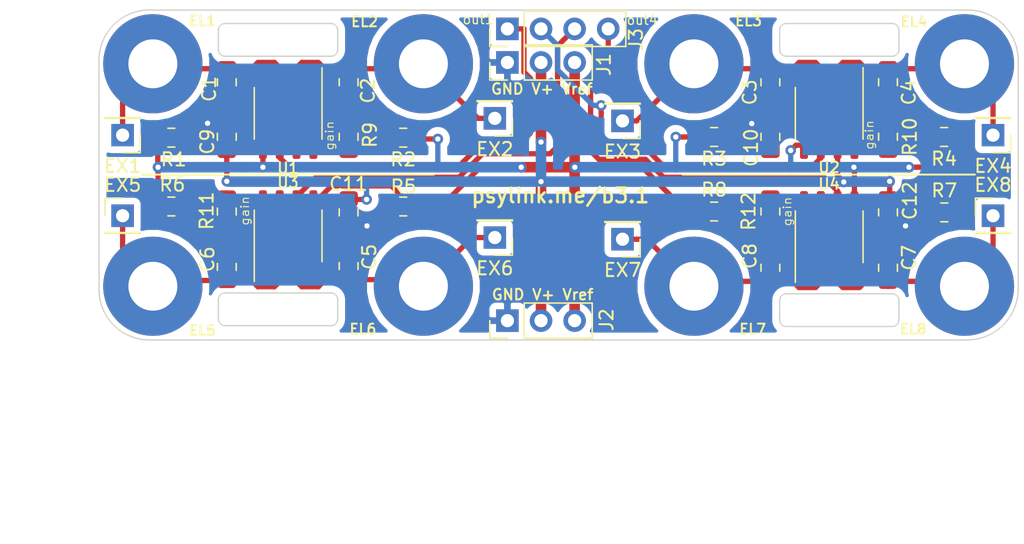
<source format=kicad_pcb>
(kicad_pcb (version 20171130) (host pcbnew 5.1.5+dfsg1-2build2)

  (general
    (thickness 1.6)
    (drawings 56)
    (tracks 306)
    (zones 0)
    (modules 48)
    (nets 32)
  )

  (page A4)
  (layers
    (0 F.Cu signal)
    (31 B.Cu signal)
    (32 B.Adhes user)
    (33 F.Adhes user)
    (34 B.Paste user)
    (35 F.Paste user)
    (36 B.SilkS user)
    (37 F.SilkS user)
    (38 B.Mask user)
    (39 F.Mask user)
    (40 Dwgs.User user)
    (41 Cmts.User user)
    (42 Eco1.User user)
    (43 Eco2.User user)
    (44 Edge.Cuts user)
    (45 Margin user)
    (46 B.CrtYd user)
    (47 F.CrtYd user)
    (48 B.Fab user)
    (49 F.Fab user hide)
  )

  (setup
    (last_trace_width 0.25)
    (user_trace_width 0.4)
    (user_trace_width 0.5)
    (user_trace_width 0.8)
    (user_trace_width 1)
    (trace_clearance 0.2)
    (zone_clearance 0.508)
    (zone_45_only no)
    (trace_min 0.2)
    (via_size 0.8)
    (via_drill 0.4)
    (via_min_size 0.4)
    (via_min_drill 0.3)
    (uvia_size 0.3)
    (uvia_drill 0.1)
    (uvias_allowed no)
    (uvia_min_size 0.2)
    (uvia_min_drill 0.1)
    (edge_width 0.1)
    (segment_width 0.2)
    (pcb_text_width 0.3)
    (pcb_text_size 1.5 1.5)
    (mod_edge_width 0.15)
    (mod_text_size 1 1)
    (mod_text_width 0.15)
    (pad_size 7.5 7.5)
    (pad_drill 3.7)
    (pad_to_mask_clearance 0)
    (aux_axis_origin 0 0)
    (visible_elements FFFFFF7F)
    (pcbplotparams
      (layerselection 0x010fc_ffffffff)
      (usegerberextensions false)
      (usegerberattributes false)
      (usegerberadvancedattributes false)
      (creategerberjobfile false)
      (excludeedgelayer true)
      (linewidth 0.100000)
      (plotframeref false)
      (viasonmask false)
      (mode 1)
      (useauxorigin false)
      (hpglpennumber 1)
      (hpglpenspeed 20)
      (hpglpendiameter 15.000000)
      (psnegative false)
      (psa4output false)
      (plotreference true)
      (plotvalue true)
      (plotinvisibletext false)
      (padsonsilk false)
      (subtractmaskfromsilk false)
      (outputformat 1)
      (mirror false)
      (drillshape 1)
      (scaleselection 1)
      (outputdirectory ""))
  )

  (net 0 "")
  (net 1 /in1)
  (net 2 "Net-(C1-Pad2)")
  (net 3 "Net-(C2-Pad1)")
  (net 4 /in2)
  (net 5 "Net-(C3-Pad2)")
  (net 6 /in3)
  (net 7 "Net-(C4-Pad1)")
  (net 8 /in4)
  (net 9 "Net-(C5-Pad2)")
  (net 10 /in5)
  (net 11 /in6)
  (net 12 "Net-(C6-Pad1)")
  (net 13 "Net-(C7-Pad2)")
  (net 14 /in7)
  (net 15 "Net-(C8-Pad1)")
  (net 16 /in8)
  (net 17 Earth)
  (net 18 VCC)
  (net 19 GNDS)
  (net 20 /out1)
  (net 21 /out2)
  (net 22 /out3)
  (net 23 /out4)
  (net 24 "Net-(R9-Pad2)")
  (net 25 "Net-(R9-Pad1)")
  (net 26 "Net-(R10-Pad1)")
  (net 27 "Net-(R10-Pad2)")
  (net 28 "Net-(R11-Pad2)")
  (net 29 "Net-(R11-Pad1)")
  (net 30 "Net-(R12-Pad1)")
  (net 31 "Net-(R12-Pad2)")

  (net_class Default "This is the default net class."
    (clearance 0.2)
    (trace_width 0.25)
    (via_dia 0.8)
    (via_drill 0.4)
    (uvia_dia 0.3)
    (uvia_drill 0.1)
    (add_net /in1)
    (add_net /in2)
    (add_net /in3)
    (add_net /in4)
    (add_net /in5)
    (add_net /in6)
    (add_net /in7)
    (add_net /in8)
    (add_net /out1)
    (add_net /out2)
    (add_net /out3)
    (add_net /out4)
    (add_net Earth)
    (add_net GNDS)
    (add_net "Net-(C1-Pad2)")
    (add_net "Net-(C2-Pad1)")
    (add_net "Net-(C3-Pad2)")
    (add_net "Net-(C4-Pad1)")
    (add_net "Net-(C5-Pad2)")
    (add_net "Net-(C6-Pad1)")
    (add_net "Net-(C7-Pad2)")
    (add_net "Net-(C8-Pad1)")
    (add_net "Net-(R10-Pad1)")
    (add_net "Net-(R10-Pad2)")
    (add_net "Net-(R11-Pad1)")
    (add_net "Net-(R11-Pad2)")
    (add_net "Net-(R12-Pad1)")
    (add_net "Net-(R12-Pad2)")
    (add_net "Net-(R9-Pad1)")
    (add_net "Net-(R9-Pad2)")
    (add_net VCC)
  )

  (module Connector_PinHeader_2.54mm:PinHeader_1x01_P2.54mm_Vertical (layer F.Cu) (tedit 59FED5CC) (tstamp 615546D7)
    (at 55.3085 42.6085 180)
    (descr "Through hole straight pin header, 1x01, 2.54mm pitch, single row")
    (tags "Through hole pin header THT 1x01 2.54mm single row")
    (path /61570C12)
    (fp_text reference EX6 (at 0 -2.33) (layer F.SilkS)
      (effects (font (size 1 1) (thickness 0.15)))
    )
    (fp_text value Conn_01x01 (at 0 2.33) (layer F.Fab)
      (effects (font (size 1 1) (thickness 0.15)))
    )
    (fp_text user %R (at 0 0 90) (layer F.Fab)
      (effects (font (size 1 1) (thickness 0.15)))
    )
    (fp_line (start 1.8 -1.8) (end -1.8 -1.8) (layer F.CrtYd) (width 0.05))
    (fp_line (start 1.8 1.8) (end 1.8 -1.8) (layer F.CrtYd) (width 0.05))
    (fp_line (start -1.8 1.8) (end 1.8 1.8) (layer F.CrtYd) (width 0.05))
    (fp_line (start -1.8 -1.8) (end -1.8 1.8) (layer F.CrtYd) (width 0.05))
    (fp_line (start -1.33 -1.33) (end 0 -1.33) (layer F.SilkS) (width 0.12))
    (fp_line (start -1.33 0) (end -1.33 -1.33) (layer F.SilkS) (width 0.12))
    (fp_line (start -1.33 1.27) (end 1.33 1.27) (layer F.SilkS) (width 0.12))
    (fp_line (start 1.33 1.27) (end 1.33 1.33) (layer F.SilkS) (width 0.12))
    (fp_line (start -1.33 1.27) (end -1.33 1.33) (layer F.SilkS) (width 0.12))
    (fp_line (start -1.33 1.33) (end 1.33 1.33) (layer F.SilkS) (width 0.12))
    (fp_line (start -1.27 -0.635) (end -0.635 -1.27) (layer F.Fab) (width 0.1))
    (fp_line (start -1.27 1.27) (end -1.27 -0.635) (layer F.Fab) (width 0.1))
    (fp_line (start 1.27 1.27) (end -1.27 1.27) (layer F.Fab) (width 0.1))
    (fp_line (start 1.27 -1.27) (end 1.27 1.27) (layer F.Fab) (width 0.1))
    (fp_line (start -0.635 -1.27) (end 1.27 -1.27) (layer F.Fab) (width 0.1))
    (pad 1 thru_hole rect (at 0 0 180) (size 1.7 1.7) (drill 1) (layers *.Cu *.Mask)
      (net 11 /in6))
    (model ${KISYS3DMOD}/Connector_PinHeader_2.54mm.3dshapes/PinHeader_1x01_P2.54mm_Vertical.wrl
      (at (xyz 0 0 0))
      (scale (xyz 1 1 1))
      (rotate (xyz 0 0 0))
    )
  )

  (module MountingHole:MountingHole_3.7mm_Pad (layer F.Cu) (tedit 61BE8146) (tstamp 6155272F)
    (at 70.358 46.2915 270)
    (descr "Mounting Hole 3.7mm")
    (tags "mounting hole 3.7mm")
    (path /61588D63)
    (attr virtual)
    (fp_text reference EL7 (at 3.2385 -4.445 180) (layer F.SilkS)
      (effects (font (size 0.75 0.75) (thickness 0.15)))
    )
    (fp_text value Electrode (at 0 4.7 90) (layer F.Fab)
      (effects (font (size 1 1) (thickness 0.15)))
    )
    (fp_text user %R (at 0.3 0 90) (layer F.Fab)
      (effects (font (size 1 1) (thickness 0.15)))
    )
    (fp_circle (center 0 0) (end 3.7 0) (layer Cmts.User) (width 0.15))
    (fp_circle (center 0 0) (end 3.95 0) (layer F.CrtYd) (width 0.05))
    (pad 1 thru_hole circle (at 0 0 270) (size 7.5 7.5) (drill 3.7) (layers *.Cu *.Mask)
      (net 14 /in7))
  )

  (module Connector_PinHeader_2.54mm:PinHeader_1x03_P2.54mm_Vertical (layer F.Cu) (tedit 59FED5CC) (tstamp 61571725)
    (at 56.261 48.895 90)
    (descr "Through hole straight pin header, 1x03, 2.54mm pitch, single row")
    (tags "Through hole pin header THT 1x03 2.54mm single row")
    (path /61593CFE)
    (fp_text reference J2 (at 0.0635 7.493 270) (layer F.SilkS)
      (effects (font (size 1 1) (thickness 0.15)))
    )
    (fp_text value PowerPassThru (at 0 7.41 90) (layer F.Fab)
      (effects (font (size 1 1) (thickness 0.15)))
    )
    (fp_text user %R (at 0 2.54) (layer F.Fab)
      (effects (font (size 1 1) (thickness 0.15)))
    )
    (fp_line (start 1.8 -1.8) (end -1.8 -1.8) (layer F.CrtYd) (width 0.05))
    (fp_line (start 1.8 6.85) (end 1.8 -1.8) (layer F.CrtYd) (width 0.05))
    (fp_line (start -1.8 6.85) (end 1.8 6.85) (layer F.CrtYd) (width 0.05))
    (fp_line (start -1.8 -1.8) (end -1.8 6.85) (layer F.CrtYd) (width 0.05))
    (fp_line (start -1.33 -1.33) (end 0 -1.33) (layer F.SilkS) (width 0.12))
    (fp_line (start -1.33 0) (end -1.33 -1.33) (layer F.SilkS) (width 0.12))
    (fp_line (start -1.33 1.27) (end 1.33 1.27) (layer F.SilkS) (width 0.12))
    (fp_line (start 1.33 1.27) (end 1.33 6.41) (layer F.SilkS) (width 0.12))
    (fp_line (start -1.33 1.27) (end -1.33 6.41) (layer F.SilkS) (width 0.12))
    (fp_line (start -1.33 6.41) (end 1.33 6.41) (layer F.SilkS) (width 0.12))
    (fp_line (start -1.27 -0.635) (end -0.635 -1.27) (layer F.Fab) (width 0.1))
    (fp_line (start -1.27 6.35) (end -1.27 -0.635) (layer F.Fab) (width 0.1))
    (fp_line (start 1.27 6.35) (end -1.27 6.35) (layer F.Fab) (width 0.1))
    (fp_line (start 1.27 -1.27) (end 1.27 6.35) (layer F.Fab) (width 0.1))
    (fp_line (start -0.635 -1.27) (end 1.27 -1.27) (layer F.Fab) (width 0.1))
    (pad 3 thru_hole oval (at 0 5.08 90) (size 1.7 1.7) (drill 1) (layers *.Cu *.Mask)
      (net 19 GNDS))
    (pad 2 thru_hole oval (at 0 2.54 90) (size 1.7 1.7) (drill 1) (layers *.Cu *.Mask)
      (net 18 VCC))
    (pad 1 thru_hole rect (at 0 0 90) (size 1.7 1.7) (drill 1) (layers *.Cu *.Mask)
      (net 17 Earth))
    (model ${KISYS3DMOD}/Connector_PinHeader_2.54mm.3dshapes/PinHeader_1x03_P2.54mm_Vertical.wrl
      (at (xyz 0 0 0))
      (scale (xyz 1 1 1))
      (rotate (xyz 0 0 0))
    )
  )

  (module Package_SO:SOIC-8_3.9x4.9mm_P1.27mm (layer F.Cu) (tedit 5D9F72B1) (tstamp 61556561)
    (at 39.6875 33.2105 270)
    (descr "SOIC, 8 Pin (JEDEC MS-012AA, https://www.analog.com/media/en/package-pcb-resources/package/pkg_pdf/soic_narrow-r/r_8.pdf), generated with kicad-footprint-generator ipc_gullwing_generator.py")
    (tags "SOIC SO")
    (path /6089F0CF)
    (attr smd)
    (fp_text reference U1 (at 4.1402 0.0127 180) (layer F.SilkS)
      (effects (font (size 0.8 0.8) (thickness 0.15)))
    )
    (fp_text value INA128 (at 0 3.4 90) (layer F.Fab)
      (effects (font (size 1 1) (thickness 0.15)))
    )
    (fp_text user %R (at 0 0 90) (layer F.Fab)
      (effects (font (size 0.98 0.98) (thickness 0.15)))
    )
    (fp_line (start 3.7 -2.7) (end -3.7 -2.7) (layer F.CrtYd) (width 0.05))
    (fp_line (start 3.7 2.7) (end 3.7 -2.7) (layer F.CrtYd) (width 0.05))
    (fp_line (start -3.7 2.7) (end 3.7 2.7) (layer F.CrtYd) (width 0.05))
    (fp_line (start -3.7 -2.7) (end -3.7 2.7) (layer F.CrtYd) (width 0.05))
    (fp_line (start -1.95 -1.475) (end -0.975 -2.45) (layer F.Fab) (width 0.1))
    (fp_line (start -1.95 2.45) (end -1.95 -1.475) (layer F.Fab) (width 0.1))
    (fp_line (start 1.95 2.45) (end -1.95 2.45) (layer F.Fab) (width 0.1))
    (fp_line (start 1.95 -2.45) (end 1.95 2.45) (layer F.Fab) (width 0.1))
    (fp_line (start -0.975 -2.45) (end 1.95 -2.45) (layer F.Fab) (width 0.1))
    (fp_line (start 0 -2.56) (end -3.45 -2.56) (layer F.SilkS) (width 0.12))
    (fp_line (start 0 -2.56) (end 1.95 -2.56) (layer F.SilkS) (width 0.12))
    (fp_line (start 0 2.56) (end -1.95 2.56) (layer F.SilkS) (width 0.12))
    (fp_line (start 0 2.56) (end 1.95 2.56) (layer F.SilkS) (width 0.12))
    (pad 8 smd roundrect (at 2.475 -1.905 270) (size 1.95 0.6) (layers F.Cu F.Paste F.Mask) (roundrect_rratio 0.25)
      (net 24 "Net-(R9-Pad2)"))
    (pad 7 smd roundrect (at 2.475 -0.635 270) (size 1.95 0.6) (layers F.Cu F.Paste F.Mask) (roundrect_rratio 0.25)
      (net 18 VCC))
    (pad 6 smd roundrect (at 2.475 0.635 270) (size 1.95 0.6) (layers F.Cu F.Paste F.Mask) (roundrect_rratio 0.25)
      (net 20 /out1))
    (pad 5 smd roundrect (at 2.475 1.905 270) (size 1.95 0.6) (layers F.Cu F.Paste F.Mask) (roundrect_rratio 0.25)
      (net 19 GNDS))
    (pad 4 smd roundrect (at -2.475 1.905 270) (size 1.95 0.6) (layers F.Cu F.Paste F.Mask) (roundrect_rratio 0.25)
      (net 17 Earth))
    (pad 3 smd roundrect (at -2.475 0.635 270) (size 1.95 0.6) (layers F.Cu F.Paste F.Mask) (roundrect_rratio 0.25)
      (net 2 "Net-(C1-Pad2)"))
    (pad 2 smd roundrect (at -2.475 -0.635 270) (size 1.95 0.6) (layers F.Cu F.Paste F.Mask) (roundrect_rratio 0.25)
      (net 3 "Net-(C2-Pad1)"))
    (pad 1 smd roundrect (at -2.475 -1.905 270) (size 1.95 0.6) (layers F.Cu F.Paste F.Mask) (roundrect_rratio 0.25)
      (net 25 "Net-(R9-Pad1)"))
    (model ${KISYS3DMOD}/Package_SO.3dshapes/SOIC-8_3.9x4.9mm_P1.27mm.wrl
      (at (xyz 0 0 0))
      (scale (xyz 1 1 1))
      (rotate (xyz 0 0 0))
    )
  )

  (module "" (layer F.Cu) (tedit 0) (tstamp 6144EDE5)
    (at 18.161 40.132)
    (fp_text reference "" (at 25.4 25.4) (layer F.SilkS)
      (effects (font (size 1.27 1.27) (thickness 0.15)))
    )
    (fp_text value "" (at 25.4 25.4) (layer F.SilkS)
      (effects (font (size 1.27 1.27) (thickness 0.15)))
    )
    (fp_text user %R (at 25.4 25.4) (layer F.Fab)
      (effects (font (size 0.4 0.4) (thickness 0.06)))
    )
  )

  (module Capacitor_SMD:C_0805_2012Metric_Pad1.15x1.40mm_HandSolder (layer F.Cu) (tedit 5B36C52B) (tstamp 61558EA7)
    (at 35.052 30.861 270)
    (descr "Capacitor SMD 0805 (2012 Metric), square (rectangular) end terminal, IPC_7351 nominal with elongated pad for handsoldering. (Body size source: https://docs.google.com/spreadsheets/d/1BsfQQcO9C6DZCsRaXUlFlo91Tg2WpOkGARC1WS5S8t0/edit?usp=sharing), generated with kicad-footprint-generator")
    (tags "capacitor handsolder")
    (path /6093EE1D)
    (attr smd)
    (fp_text reference C1 (at 0.508 1.3335 270) (layer F.SilkS)
      (effects (font (size 1 1) (thickness 0.15)))
    )
    (fp_text value 100pF (at 0 1.65 90) (layer F.Fab)
      (effects (font (size 1 1) (thickness 0.15)))
    )
    (fp_line (start -1 0.6) (end -1 -0.6) (layer F.Fab) (width 0.1))
    (fp_line (start -1 -0.6) (end 1 -0.6) (layer F.Fab) (width 0.1))
    (fp_line (start 1 -0.6) (end 1 0.6) (layer F.Fab) (width 0.1))
    (fp_line (start 1 0.6) (end -1 0.6) (layer F.Fab) (width 0.1))
    (fp_line (start -0.261252 -0.71) (end 0.261252 -0.71) (layer F.SilkS) (width 0.12))
    (fp_line (start -0.261252 0.71) (end 0.261252 0.71) (layer F.SilkS) (width 0.12))
    (fp_line (start -1.85 0.95) (end -1.85 -0.95) (layer F.CrtYd) (width 0.05))
    (fp_line (start -1.85 -0.95) (end 1.85 -0.95) (layer F.CrtYd) (width 0.05))
    (fp_line (start 1.85 -0.95) (end 1.85 0.95) (layer F.CrtYd) (width 0.05))
    (fp_line (start 1.85 0.95) (end -1.85 0.95) (layer F.CrtYd) (width 0.05))
    (fp_text user %R (at 0 0 90) (layer F.Fab)
      (effects (font (size 0.5 0.5) (thickness 0.08)))
    )
    (pad 1 smd roundrect (at -1.025 0 270) (size 1.15 1.4) (layers F.Cu F.Paste F.Mask) (roundrect_rratio 0.217391)
      (net 1 /in1))
    (pad 2 smd roundrect (at 1.025 0 270) (size 1.15 1.4) (layers F.Cu F.Paste F.Mask) (roundrect_rratio 0.217391)
      (net 2 "Net-(C1-Pad2)"))
    (model ${KISYS3DMOD}/Capacitor_SMD.3dshapes/C_0805_2012Metric.wrl
      (at (xyz 0 0 0))
      (scale (xyz 1 1 1))
      (rotate (xyz 0 0 0))
    )
  )

  (module Capacitor_SMD:C_0805_2012Metric_Pad1.15x1.40mm_HandSolder (layer F.Cu) (tedit 5B36C52B) (tstamp 61558E35)
    (at 44.2595 30.861 90)
    (descr "Capacitor SMD 0805 (2012 Metric), square (rectangular) end terminal, IPC_7351 nominal with elongated pad for handsoldering. (Body size source: https://docs.google.com/spreadsheets/d/1BsfQQcO9C6DZCsRaXUlFlo91Tg2WpOkGARC1WS5S8t0/edit?usp=sharing), generated with kicad-footprint-generator")
    (tags "capacitor handsolder")
    (path /6095A525)
    (attr smd)
    (fp_text reference C2 (at -0.635 1.4605 90) (layer F.SilkS)
      (effects (font (size 1 1) (thickness 0.15)))
    )
    (fp_text value 100pF (at 0 1.65 90) (layer F.Fab)
      (effects (font (size 1 1) (thickness 0.15)))
    )
    (fp_line (start -1 0.6) (end -1 -0.6) (layer F.Fab) (width 0.1))
    (fp_line (start -1 -0.6) (end 1 -0.6) (layer F.Fab) (width 0.1))
    (fp_line (start 1 -0.6) (end 1 0.6) (layer F.Fab) (width 0.1))
    (fp_line (start 1 0.6) (end -1 0.6) (layer F.Fab) (width 0.1))
    (fp_line (start -0.261252 -0.71) (end 0.261252 -0.71) (layer F.SilkS) (width 0.12))
    (fp_line (start -0.261252 0.71) (end 0.261252 0.71) (layer F.SilkS) (width 0.12))
    (fp_line (start -1.85 0.95) (end -1.85 -0.95) (layer F.CrtYd) (width 0.05))
    (fp_line (start -1.85 -0.95) (end 1.85 -0.95) (layer F.CrtYd) (width 0.05))
    (fp_line (start 1.85 -0.95) (end 1.85 0.95) (layer F.CrtYd) (width 0.05))
    (fp_line (start 1.85 0.95) (end -1.85 0.95) (layer F.CrtYd) (width 0.05))
    (fp_text user %R (at 0 0 90) (layer F.Fab)
      (effects (font (size 0.5 0.5) (thickness 0.08)))
    )
    (pad 1 smd roundrect (at -1.025 0 90) (size 1.15 1.4) (layers F.Cu F.Paste F.Mask) (roundrect_rratio 0.217391)
      (net 3 "Net-(C2-Pad1)"))
    (pad 2 smd roundrect (at 1.025 0 90) (size 1.15 1.4) (layers F.Cu F.Paste F.Mask) (roundrect_rratio 0.217391)
      (net 4 /in2))
    (model ${KISYS3DMOD}/Capacitor_SMD.3dshapes/C_0805_2012Metric.wrl
      (at (xyz 0 0 0))
      (scale (xyz 1 1 1))
      (rotate (xyz 0 0 0))
    )
  )

  (module Capacitor_SMD:C_0805_2012Metric_Pad1.15x1.40mm_HandSolder (layer F.Cu) (tedit 5B36C52B) (tstamp 6155464C)
    (at 76.1365 30.861 270)
    (descr "Capacitor SMD 0805 (2012 Metric), square (rectangular) end terminal, IPC_7351 nominal with elongated pad for handsoldering. (Body size source: https://docs.google.com/spreadsheets/d/1BsfQQcO9C6DZCsRaXUlFlo91Tg2WpOkGARC1WS5S8t0/edit?usp=sharing), generated with kicad-footprint-generator")
    (tags "capacitor handsolder")
    (path /614840E8)
    (attr smd)
    (fp_text reference C3 (at 0.762 1.5621 270) (layer F.SilkS)
      (effects (font (size 1 1) (thickness 0.15)))
    )
    (fp_text value 100pF (at 0 1.65 90) (layer F.Fab)
      (effects (font (size 1 1) (thickness 0.15)))
    )
    (fp_text user %R (at 0 0 90) (layer F.Fab)
      (effects (font (size 0.5 0.5) (thickness 0.08)))
    )
    (fp_line (start 1.85 0.95) (end -1.85 0.95) (layer F.CrtYd) (width 0.05))
    (fp_line (start 1.85 -0.95) (end 1.85 0.95) (layer F.CrtYd) (width 0.05))
    (fp_line (start -1.85 -0.95) (end 1.85 -0.95) (layer F.CrtYd) (width 0.05))
    (fp_line (start -1.85 0.95) (end -1.85 -0.95) (layer F.CrtYd) (width 0.05))
    (fp_line (start -0.261252 0.71) (end 0.261252 0.71) (layer F.SilkS) (width 0.12))
    (fp_line (start -0.261252 -0.71) (end 0.261252 -0.71) (layer F.SilkS) (width 0.12))
    (fp_line (start 1 0.6) (end -1 0.6) (layer F.Fab) (width 0.1))
    (fp_line (start 1 -0.6) (end 1 0.6) (layer F.Fab) (width 0.1))
    (fp_line (start -1 -0.6) (end 1 -0.6) (layer F.Fab) (width 0.1))
    (fp_line (start -1 0.6) (end -1 -0.6) (layer F.Fab) (width 0.1))
    (pad 2 smd roundrect (at 1.025 0 270) (size 1.15 1.4) (layers F.Cu F.Paste F.Mask) (roundrect_rratio 0.217391)
      (net 5 "Net-(C3-Pad2)"))
    (pad 1 smd roundrect (at -1.025 0 270) (size 1.15 1.4) (layers F.Cu F.Paste F.Mask) (roundrect_rratio 0.217391)
      (net 6 /in3))
    (model ${KISYS3DMOD}/Capacitor_SMD.3dshapes/C_0805_2012Metric.wrl
      (at (xyz 0 0 0))
      (scale (xyz 1 1 1))
      (rotate (xyz 0 0 0))
    )
  )

  (module Capacitor_SMD:C_0805_2012Metric_Pad1.15x1.40mm_HandSolder (layer F.Cu) (tedit 5B36C52B) (tstamp 6155461C)
    (at 85.0265 30.861 90)
    (descr "Capacitor SMD 0805 (2012 Metric), square (rectangular) end terminal, IPC_7351 nominal with elongated pad for handsoldering. (Body size source: https://docs.google.com/spreadsheets/d/1BsfQQcO9C6DZCsRaXUlFlo91Tg2WpOkGARC1WS5S8t0/edit?usp=sharing), generated with kicad-footprint-generator")
    (tags "capacitor handsolder")
    (path /614840F4)
    (attr smd)
    (fp_text reference C4 (at -0.762 1.5748 90) (layer F.SilkS)
      (effects (font (size 1 1) (thickness 0.15)))
    )
    (fp_text value 100pF (at 0 1.65 90) (layer F.Fab)
      (effects (font (size 1 1) (thickness 0.15)))
    )
    (fp_line (start -1 0.6) (end -1 -0.6) (layer F.Fab) (width 0.1))
    (fp_line (start -1 -0.6) (end 1 -0.6) (layer F.Fab) (width 0.1))
    (fp_line (start 1 -0.6) (end 1 0.6) (layer F.Fab) (width 0.1))
    (fp_line (start 1 0.6) (end -1 0.6) (layer F.Fab) (width 0.1))
    (fp_line (start -0.261252 -0.71) (end 0.261252 -0.71) (layer F.SilkS) (width 0.12))
    (fp_line (start -0.261252 0.71) (end 0.261252 0.71) (layer F.SilkS) (width 0.12))
    (fp_line (start -1.85 0.95) (end -1.85 -0.95) (layer F.CrtYd) (width 0.05))
    (fp_line (start -1.85 -0.95) (end 1.85 -0.95) (layer F.CrtYd) (width 0.05))
    (fp_line (start 1.85 -0.95) (end 1.85 0.95) (layer F.CrtYd) (width 0.05))
    (fp_line (start 1.85 0.95) (end -1.85 0.95) (layer F.CrtYd) (width 0.05))
    (fp_text user %R (at 0 0 90) (layer F.Fab)
      (effects (font (size 0.5 0.5) (thickness 0.08)))
    )
    (pad 1 smd roundrect (at -1.025 0 90) (size 1.15 1.4) (layers F.Cu F.Paste F.Mask) (roundrect_rratio 0.217391)
      (net 7 "Net-(C4-Pad1)"))
    (pad 2 smd roundrect (at 1.025 0 90) (size 1.15 1.4) (layers F.Cu F.Paste F.Mask) (roundrect_rratio 0.217391)
      (net 8 /in4))
    (model ${KISYS3DMOD}/Capacitor_SMD.3dshapes/C_0805_2012Metric.wrl
      (at (xyz 0 0 0))
      (scale (xyz 1 1 1))
      (rotate (xyz 0 0 0))
    )
  )

  (module Capacitor_SMD:C_0805_2012Metric_Pad1.15x1.40mm_HandSolder (layer F.Cu) (tedit 5B36C52B) (tstamp 6155D5E6)
    (at 44.2595 44.7675 90)
    (descr "Capacitor SMD 0805 (2012 Metric), square (rectangular) end terminal, IPC_7351 nominal with elongated pad for handsoldering. (Body size source: https://docs.google.com/spreadsheets/d/1BsfQQcO9C6DZCsRaXUlFlo91Tg2WpOkGARC1WS5S8t0/edit?usp=sharing), generated with kicad-footprint-generator")
    (tags "capacitor handsolder")
    (path /6148FA1F)
    (attr smd)
    (fp_text reference C5 (at 0.6985 1.5621 90) (layer F.SilkS)
      (effects (font (size 1 1) (thickness 0.15)))
    )
    (fp_text value 100pF (at 0 1.65 90) (layer F.Fab)
      (effects (font (size 1 1) (thickness 0.15)))
    )
    (fp_line (start -1 0.6) (end -1 -0.6) (layer F.Fab) (width 0.1))
    (fp_line (start -1 -0.6) (end 1 -0.6) (layer F.Fab) (width 0.1))
    (fp_line (start 1 -0.6) (end 1 0.6) (layer F.Fab) (width 0.1))
    (fp_line (start 1 0.6) (end -1 0.6) (layer F.Fab) (width 0.1))
    (fp_line (start -0.261252 -0.71) (end 0.261252 -0.71) (layer F.SilkS) (width 0.12))
    (fp_line (start -0.261252 0.71) (end 0.261252 0.71) (layer F.SilkS) (width 0.12))
    (fp_line (start -1.85 0.95) (end -1.85 -0.95) (layer F.CrtYd) (width 0.05))
    (fp_line (start -1.85 -0.95) (end 1.85 -0.95) (layer F.CrtYd) (width 0.05))
    (fp_line (start 1.85 -0.95) (end 1.85 0.95) (layer F.CrtYd) (width 0.05))
    (fp_line (start 1.85 0.95) (end -1.85 0.95) (layer F.CrtYd) (width 0.05))
    (fp_text user %R (at 0 0 90) (layer F.Fab)
      (effects (font (size 0.5 0.5) (thickness 0.08)))
    )
    (pad 1 smd roundrect (at -1.025 0 90) (size 1.15 1.4) (layers F.Cu F.Paste F.Mask) (roundrect_rratio 0.217391)
      (net 11 /in6))
    (pad 2 smd roundrect (at 1.025 0 90) (size 1.15 1.4) (layers F.Cu F.Paste F.Mask) (roundrect_rratio 0.217391)
      (net 9 "Net-(C5-Pad2)"))
    (model ${KISYS3DMOD}/Capacitor_SMD.3dshapes/C_0805_2012Metric.wrl
      (at (xyz 0 0 0))
      (scale (xyz 1 1 1))
      (rotate (xyz 0 0 0))
    )
  )

  (module Capacitor_SMD:C_0805_2012Metric_Pad1.15x1.40mm_HandSolder (layer F.Cu) (tedit 5B36C52B) (tstamp 6155B26B)
    (at 35.052 44.831 270)
    (descr "Capacitor SMD 0805 (2012 Metric), square (rectangular) end terminal, IPC_7351 nominal with elongated pad for handsoldering. (Body size source: https://docs.google.com/spreadsheets/d/1BsfQQcO9C6DZCsRaXUlFlo91Tg2WpOkGARC1WS5S8t0/edit?usp=sharing), generated with kicad-footprint-generator")
    (tags "capacitor handsolder")
    (path /6148FA2B)
    (attr smd)
    (fp_text reference C6 (at -0.5715 1.4605 90) (layer F.SilkS)
      (effects (font (size 1 1) (thickness 0.15)))
    )
    (fp_text value 100pF (at 0 1.65 90) (layer F.Fab)
      (effects (font (size 1 1) (thickness 0.15)))
    )
    (fp_text user %R (at 0 0 90) (layer F.Fab)
      (effects (font (size 0.5 0.5) (thickness 0.08)))
    )
    (fp_line (start 1.85 0.95) (end -1.85 0.95) (layer F.CrtYd) (width 0.05))
    (fp_line (start 1.85 -0.95) (end 1.85 0.95) (layer F.CrtYd) (width 0.05))
    (fp_line (start -1.85 -0.95) (end 1.85 -0.95) (layer F.CrtYd) (width 0.05))
    (fp_line (start -1.85 0.95) (end -1.85 -0.95) (layer F.CrtYd) (width 0.05))
    (fp_line (start -0.261252 0.71) (end 0.261252 0.71) (layer F.SilkS) (width 0.12))
    (fp_line (start -0.261252 -0.71) (end 0.261252 -0.71) (layer F.SilkS) (width 0.12))
    (fp_line (start 1 0.6) (end -1 0.6) (layer F.Fab) (width 0.1))
    (fp_line (start 1 -0.6) (end 1 0.6) (layer F.Fab) (width 0.1))
    (fp_line (start -1 -0.6) (end 1 -0.6) (layer F.Fab) (width 0.1))
    (fp_line (start -1 0.6) (end -1 -0.6) (layer F.Fab) (width 0.1))
    (pad 2 smd roundrect (at 1.025 0 270) (size 1.15 1.4) (layers F.Cu F.Paste F.Mask) (roundrect_rratio 0.217391)
      (net 10 /in5))
    (pad 1 smd roundrect (at -1.025 0 270) (size 1.15 1.4) (layers F.Cu F.Paste F.Mask) (roundrect_rratio 0.217391)
      (net 12 "Net-(C6-Pad1)"))
    (model ${KISYS3DMOD}/Capacitor_SMD.3dshapes/C_0805_2012Metric.wrl
      (at (xyz 0 0 0))
      (scale (xyz 1 1 1))
      (rotate (xyz 0 0 0))
    )
  )

  (module Capacitor_SMD:C_0805_2012Metric_Pad1.15x1.40mm_HandSolder (layer F.Cu) (tedit 5B36C52B) (tstamp 61557855)
    (at 85.0265 44.8945 90)
    (descr "Capacitor SMD 0805 (2012 Metric), square (rectangular) end terminal, IPC_7351 nominal with elongated pad for handsoldering. (Body size source: https://docs.google.com/spreadsheets/d/1BsfQQcO9C6DZCsRaXUlFlo91Tg2WpOkGARC1WS5S8t0/edit?usp=sharing), generated with kicad-footprint-generator")
    (tags "capacitor handsolder")
    (path /61492FDA)
    (attr smd)
    (fp_text reference C7 (at 0.762 1.5875 90) (layer F.SilkS)
      (effects (font (size 1 1) (thickness 0.15)))
    )
    (fp_text value 100pF (at 0 1.65 90) (layer F.Fab)
      (effects (font (size 1 1) (thickness 0.15)))
    )
    (fp_line (start -1 0.6) (end -1 -0.6) (layer F.Fab) (width 0.1))
    (fp_line (start -1 -0.6) (end 1 -0.6) (layer F.Fab) (width 0.1))
    (fp_line (start 1 -0.6) (end 1 0.6) (layer F.Fab) (width 0.1))
    (fp_line (start 1 0.6) (end -1 0.6) (layer F.Fab) (width 0.1))
    (fp_line (start -0.261252 -0.71) (end 0.261252 -0.71) (layer F.SilkS) (width 0.12))
    (fp_line (start -0.261252 0.71) (end 0.261252 0.71) (layer F.SilkS) (width 0.12))
    (fp_line (start -1.85 0.95) (end -1.85 -0.95) (layer F.CrtYd) (width 0.05))
    (fp_line (start -1.85 -0.95) (end 1.85 -0.95) (layer F.CrtYd) (width 0.05))
    (fp_line (start 1.85 -0.95) (end 1.85 0.95) (layer F.CrtYd) (width 0.05))
    (fp_line (start 1.85 0.95) (end -1.85 0.95) (layer F.CrtYd) (width 0.05))
    (fp_text user %R (at 0 0 90) (layer F.Fab)
      (effects (font (size 0.5 0.5) (thickness 0.08)))
    )
    (pad 1 smd roundrect (at -1.025 0 90) (size 1.15 1.4) (layers F.Cu F.Paste F.Mask) (roundrect_rratio 0.217391)
      (net 16 /in8))
    (pad 2 smd roundrect (at 1.025 0 90) (size 1.15 1.4) (layers F.Cu F.Paste F.Mask) (roundrect_rratio 0.217391)
      (net 13 "Net-(C7-Pad2)"))
    (model ${KISYS3DMOD}/Capacitor_SMD.3dshapes/C_0805_2012Metric.wrl
      (at (xyz 0 0 0))
      (scale (xyz 1 1 1))
      (rotate (xyz 0 0 0))
    )
  )

  (module Capacitor_SMD:C_0805_2012Metric_Pad1.15x1.40mm_HandSolder (layer F.Cu) (tedit 5B36C52B) (tstamp 61554D34)
    (at 76.1365 44.8945 270)
    (descr "Capacitor SMD 0805 (2012 Metric), square (rectangular) end terminal, IPC_7351 nominal with elongated pad for handsoldering. (Body size source: https://docs.google.com/spreadsheets/d/1BsfQQcO9C6DZCsRaXUlFlo91Tg2WpOkGARC1WS5S8t0/edit?usp=sharing), generated with kicad-footprint-generator")
    (tags "capacitor handsolder")
    (path /61492FE6)
    (attr smd)
    (fp_text reference C8 (at -0.889 1.5621 90) (layer F.SilkS)
      (effects (font (size 1 1) (thickness 0.15)))
    )
    (fp_text value 100pF (at 0 1.65 90) (layer F.Fab)
      (effects (font (size 1 1) (thickness 0.15)))
    )
    (fp_text user %R (at 0 0 90) (layer F.Fab)
      (effects (font (size 0.5 0.5) (thickness 0.08)))
    )
    (fp_line (start 1.85 0.95) (end -1.85 0.95) (layer F.CrtYd) (width 0.05))
    (fp_line (start 1.85 -0.95) (end 1.85 0.95) (layer F.CrtYd) (width 0.05))
    (fp_line (start -1.85 -0.95) (end 1.85 -0.95) (layer F.CrtYd) (width 0.05))
    (fp_line (start -1.85 0.95) (end -1.85 -0.95) (layer F.CrtYd) (width 0.05))
    (fp_line (start -0.261252 0.71) (end 0.261252 0.71) (layer F.SilkS) (width 0.12))
    (fp_line (start -0.261252 -0.71) (end 0.261252 -0.71) (layer F.SilkS) (width 0.12))
    (fp_line (start 1 0.6) (end -1 0.6) (layer F.Fab) (width 0.1))
    (fp_line (start 1 -0.6) (end 1 0.6) (layer F.Fab) (width 0.1))
    (fp_line (start -1 -0.6) (end 1 -0.6) (layer F.Fab) (width 0.1))
    (fp_line (start -1 0.6) (end -1 -0.6) (layer F.Fab) (width 0.1))
    (pad 2 smd roundrect (at 1.025 0 270) (size 1.15 1.4) (layers F.Cu F.Paste F.Mask) (roundrect_rratio 0.217391)
      (net 14 /in7))
    (pad 1 smd roundrect (at -1.025 0 270) (size 1.15 1.4) (layers F.Cu F.Paste F.Mask) (roundrect_rratio 0.217391)
      (net 15 "Net-(C8-Pad1)"))
    (model ${KISYS3DMOD}/Capacitor_SMD.3dshapes/C_0805_2012Metric.wrl
      (at (xyz 0 0 0))
      (scale (xyz 1 1 1))
      (rotate (xyz 0 0 0))
    )
  )

  (module Capacitor_SMD:C_0805_2012Metric_Pad1.15x1.40mm_HandSolder (layer F.Cu) (tedit 5B36C52B) (tstamp 6144EA3D)
    (at 35.052 34.9885 90)
    (descr "Capacitor SMD 0805 (2012 Metric), square (rectangular) end terminal, IPC_7351 nominal with elongated pad for handsoldering. (Body size source: https://docs.google.com/spreadsheets/d/1BsfQQcO9C6DZCsRaXUlFlo91Tg2WpOkGARC1WS5S8t0/edit?usp=sharing), generated with kicad-footprint-generator")
    (tags "capacitor handsolder")
    (path /608CA25E)
    (attr smd)
    (fp_text reference C9 (at -0.3683 -1.4732 90) (layer F.SilkS)
      (effects (font (size 1 1) (thickness 0.15)))
    )
    (fp_text value 100nF (at 0 1.65 90) (layer F.Fab)
      (effects (font (size 1 1) (thickness 0.15)))
    )
    (fp_text user %R (at 0 0 90) (layer F.Fab)
      (effects (font (size 0.5 0.5) (thickness 0.08)))
    )
    (fp_line (start 1.85 0.95) (end -1.85 0.95) (layer F.CrtYd) (width 0.05))
    (fp_line (start 1.85 -0.95) (end 1.85 0.95) (layer F.CrtYd) (width 0.05))
    (fp_line (start -1.85 -0.95) (end 1.85 -0.95) (layer F.CrtYd) (width 0.05))
    (fp_line (start -1.85 0.95) (end -1.85 -0.95) (layer F.CrtYd) (width 0.05))
    (fp_line (start -0.261252 0.71) (end 0.261252 0.71) (layer F.SilkS) (width 0.12))
    (fp_line (start -0.261252 -0.71) (end 0.261252 -0.71) (layer F.SilkS) (width 0.12))
    (fp_line (start 1 0.6) (end -1 0.6) (layer F.Fab) (width 0.1))
    (fp_line (start 1 -0.6) (end 1 0.6) (layer F.Fab) (width 0.1))
    (fp_line (start -1 -0.6) (end 1 -0.6) (layer F.Fab) (width 0.1))
    (fp_line (start -1 0.6) (end -1 -0.6) (layer F.Fab) (width 0.1))
    (pad 2 smd roundrect (at 1.025 0 90) (size 1.15 1.4) (layers F.Cu F.Paste F.Mask) (roundrect_rratio 0.217391)
      (net 17 Earth))
    (pad 1 smd roundrect (at -1.025 0 90) (size 1.15 1.4) (layers F.Cu F.Paste F.Mask) (roundrect_rratio 0.217391)
      (net 18 VCC))
    (model ${KISYS3DMOD}/Capacitor_SMD.3dshapes/C_0805_2012Metric.wrl
      (at (xyz 0 0 0))
      (scale (xyz 1 1 1))
      (rotate (xyz 0 0 0))
    )
  )

  (module Capacitor_SMD:C_0805_2012Metric_Pad1.15x1.40mm_HandSolder (layer F.Cu) (tedit 5B36C52B) (tstamp 61554511)
    (at 76.1365 34.9885 90)
    (descr "Capacitor SMD 0805 (2012 Metric), square (rectangular) end terminal, IPC_7351 nominal with elongated pad for handsoldering. (Body size source: https://docs.google.com/spreadsheets/d/1BsfQQcO9C6DZCsRaXUlFlo91Tg2WpOkGARC1WS5S8t0/edit?usp=sharing), generated with kicad-footprint-generator")
    (tags "capacitor handsolder")
    (path /614840BB)
    (attr smd)
    (fp_text reference C10 (at -0.8255 -1.4605 90) (layer F.SilkS)
      (effects (font (size 1 1) (thickness 0.15)))
    )
    (fp_text value 100nF (at 0 1.65 90) (layer F.Fab)
      (effects (font (size 1 1) (thickness 0.15)))
    )
    (fp_line (start -1 0.6) (end -1 -0.6) (layer F.Fab) (width 0.1))
    (fp_line (start -1 -0.6) (end 1 -0.6) (layer F.Fab) (width 0.1))
    (fp_line (start 1 -0.6) (end 1 0.6) (layer F.Fab) (width 0.1))
    (fp_line (start 1 0.6) (end -1 0.6) (layer F.Fab) (width 0.1))
    (fp_line (start -0.261252 -0.71) (end 0.261252 -0.71) (layer F.SilkS) (width 0.12))
    (fp_line (start -0.261252 0.71) (end 0.261252 0.71) (layer F.SilkS) (width 0.12))
    (fp_line (start -1.85 0.95) (end -1.85 -0.95) (layer F.CrtYd) (width 0.05))
    (fp_line (start -1.85 -0.95) (end 1.85 -0.95) (layer F.CrtYd) (width 0.05))
    (fp_line (start 1.85 -0.95) (end 1.85 0.95) (layer F.CrtYd) (width 0.05))
    (fp_line (start 1.85 0.95) (end -1.85 0.95) (layer F.CrtYd) (width 0.05))
    (fp_text user %R (at 0 0 90) (layer F.Fab)
      (effects (font (size 0.5 0.5) (thickness 0.08)))
    )
    (pad 1 smd roundrect (at -1.025 0 90) (size 1.15 1.4) (layers F.Cu F.Paste F.Mask) (roundrect_rratio 0.217391)
      (net 18 VCC))
    (pad 2 smd roundrect (at 1.025 0 90) (size 1.15 1.4) (layers F.Cu F.Paste F.Mask) (roundrect_rratio 0.217391)
      (net 17 Earth))
    (model ${KISYS3DMOD}/Capacitor_SMD.3dshapes/C_0805_2012Metric.wrl
      (at (xyz 0 0 0))
      (scale (xyz 1 1 1))
      (rotate (xyz 0 0 0))
    )
  )

  (module Capacitor_SMD:C_0805_2012Metric_Pad1.15x1.40mm_HandSolder (layer F.Cu) (tedit 5B36C52B) (tstamp 6144EA5F)
    (at 44.2595 40.7035 270)
    (descr "Capacitor SMD 0805 (2012 Metric), square (rectangular) end terminal, IPC_7351 nominal with elongated pad for handsoldering. (Body size source: https://docs.google.com/spreadsheets/d/1BsfQQcO9C6DZCsRaXUlFlo91Tg2WpOkGARC1WS5S8t0/edit?usp=sharing), generated with kicad-footprint-generator")
    (tags "capacitor handsolder")
    (path /6148F9F2)
    (attr smd)
    (fp_text reference C11 (at -2.1463 0.0127) (layer F.SilkS)
      (effects (font (size 1 1) (thickness 0.15)))
    )
    (fp_text value 100nF (at 0 1.65 270) (layer F.Fab)
      (effects (font (size 1 1) (thickness 0.15)))
    )
    (fp_text user %R (at 0 0 270) (layer F.Fab)
      (effects (font (size 0.5 0.5) (thickness 0.08)))
    )
    (fp_line (start 1.85 0.95) (end -1.85 0.95) (layer F.CrtYd) (width 0.05))
    (fp_line (start 1.85 -0.95) (end 1.85 0.95) (layer F.CrtYd) (width 0.05))
    (fp_line (start -1.85 -0.95) (end 1.85 -0.95) (layer F.CrtYd) (width 0.05))
    (fp_line (start -1.85 0.95) (end -1.85 -0.95) (layer F.CrtYd) (width 0.05))
    (fp_line (start -0.261252 0.71) (end 0.261252 0.71) (layer F.SilkS) (width 0.12))
    (fp_line (start -0.261252 -0.71) (end 0.261252 -0.71) (layer F.SilkS) (width 0.12))
    (fp_line (start 1 0.6) (end -1 0.6) (layer F.Fab) (width 0.1))
    (fp_line (start 1 -0.6) (end 1 0.6) (layer F.Fab) (width 0.1))
    (fp_line (start -1 -0.6) (end 1 -0.6) (layer F.Fab) (width 0.1))
    (fp_line (start -1 0.6) (end -1 -0.6) (layer F.Fab) (width 0.1))
    (pad 2 smd roundrect (at 1.025 0 270) (size 1.15 1.4) (layers F.Cu F.Paste F.Mask) (roundrect_rratio 0.217391)
      (net 17 Earth))
    (pad 1 smd roundrect (at -1.025 0 270) (size 1.15 1.4) (layers F.Cu F.Paste F.Mask) (roundrect_rratio 0.217391)
      (net 18 VCC))
    (model ${KISYS3DMOD}/Capacitor_SMD.3dshapes/C_0805_2012Metric.wrl
      (at (xyz 0 0 0))
      (scale (xyz 1 1 1))
      (rotate (xyz 0 0 0))
    )
  )

  (module Capacitor_SMD:C_0805_2012Metric_Pad1.15x1.40mm_HandSolder (layer F.Cu) (tedit 5B36C52B) (tstamp 61554C89)
    (at 85.0265 40.7035 270)
    (descr "Capacitor SMD 0805 (2012 Metric), square (rectangular) end terminal, IPC_7351 nominal with elongated pad for handsoldering. (Body size source: https://docs.google.com/spreadsheets/d/1BsfQQcO9C6DZCsRaXUlFlo91Tg2WpOkGARC1WS5S8t0/edit?usp=sharing), generated with kicad-footprint-generator")
    (tags "capacitor handsolder")
    (path /61492FAD)
    (attr smd)
    (fp_text reference C12 (at -0.8763 -1.65 270) (layer F.SilkS)
      (effects (font (size 1 1) (thickness 0.15)))
    )
    (fp_text value 100nF (at 0 1.65 270) (layer F.Fab)
      (effects (font (size 1 1) (thickness 0.15)))
    )
    (fp_line (start -1 0.6) (end -1 -0.6) (layer F.Fab) (width 0.1))
    (fp_line (start -1 -0.6) (end 1 -0.6) (layer F.Fab) (width 0.1))
    (fp_line (start 1 -0.6) (end 1 0.6) (layer F.Fab) (width 0.1))
    (fp_line (start 1 0.6) (end -1 0.6) (layer F.Fab) (width 0.1))
    (fp_line (start -0.261252 -0.71) (end 0.261252 -0.71) (layer F.SilkS) (width 0.12))
    (fp_line (start -0.261252 0.71) (end 0.261252 0.71) (layer F.SilkS) (width 0.12))
    (fp_line (start -1.85 0.95) (end -1.85 -0.95) (layer F.CrtYd) (width 0.05))
    (fp_line (start -1.85 -0.95) (end 1.85 -0.95) (layer F.CrtYd) (width 0.05))
    (fp_line (start 1.85 -0.95) (end 1.85 0.95) (layer F.CrtYd) (width 0.05))
    (fp_line (start 1.85 0.95) (end -1.85 0.95) (layer F.CrtYd) (width 0.05))
    (fp_text user %R (at 0 0 270) (layer F.Fab)
      (effects (font (size 0.5 0.5) (thickness 0.08)))
    )
    (pad 1 smd roundrect (at -1.025 0 270) (size 1.15 1.4) (layers F.Cu F.Paste F.Mask) (roundrect_rratio 0.217391)
      (net 18 VCC))
    (pad 2 smd roundrect (at 1.025 0 270) (size 1.15 1.4) (layers F.Cu F.Paste F.Mask) (roundrect_rratio 0.217391)
      (net 17 Earth))
    (model ${KISYS3DMOD}/Capacitor_SMD.3dshapes/C_0805_2012Metric.wrl
      (at (xyz 0 0 0))
      (scale (xyz 1 1 1))
      (rotate (xyz 0 0 0))
    )
  )

  (module Connector_PinHeader_2.54mm:PinHeader_1x04_P2.54mm_Vertical (layer F.Cu) (tedit 59FED5CC) (tstamp 61564F3C)
    (at 56.261 26.8224 90)
    (descr "Through hole straight pin header, 1x04, 2.54mm pitch, single row")
    (tags "Through hole pin header THT 1x04 2.54mm single row")
    (path /6150DD4D)
    (fp_text reference J3 (at -0.8001 9.7155 270) (layer F.SilkS)
      (effects (font (size 1 1) (thickness 0.15)))
    )
    (fp_text value OutputPins (at -2.2352 4.7244 180) (layer F.Fab)
      (effects (font (size 1 1) (thickness 0.15)))
    )
    (fp_text user %R (at 0 3.81) (layer F.Fab)
      (effects (font (size 1 1) (thickness 0.15)))
    )
    (fp_line (start 1.8 -1.8) (end -1.8 -1.8) (layer F.CrtYd) (width 0.05))
    (fp_line (start 1.8 9.4) (end 1.8 -1.8) (layer F.CrtYd) (width 0.05))
    (fp_line (start -1.8 9.4) (end 1.8 9.4) (layer F.CrtYd) (width 0.05))
    (fp_line (start -1.8 -1.8) (end -1.8 9.4) (layer F.CrtYd) (width 0.05))
    (fp_line (start -1.33 -1.33) (end 0 -1.33) (layer F.SilkS) (width 0.12))
    (fp_line (start -1.33 0) (end -1.33 -1.33) (layer F.SilkS) (width 0.12))
    (fp_line (start -1.33 1.27) (end 1.33 1.27) (layer F.SilkS) (width 0.12))
    (fp_line (start 1.33 1.27) (end 1.33 8.95) (layer F.SilkS) (width 0.12))
    (fp_line (start -1.33 1.27) (end -1.33 8.95) (layer F.SilkS) (width 0.12))
    (fp_line (start -1.33 8.95) (end 1.33 8.95) (layer F.SilkS) (width 0.12))
    (fp_line (start -1.27 -0.635) (end -0.635 -1.27) (layer F.Fab) (width 0.1))
    (fp_line (start -1.27 8.89) (end -1.27 -0.635) (layer F.Fab) (width 0.1))
    (fp_line (start 1.27 8.89) (end -1.27 8.89) (layer F.Fab) (width 0.1))
    (fp_line (start 1.27 -1.27) (end 1.27 8.89) (layer F.Fab) (width 0.1))
    (fp_line (start -0.635 -1.27) (end 1.27 -1.27) (layer F.Fab) (width 0.1))
    (pad 4 thru_hole oval (at 0 7.62 90) (size 1.7 1.7) (drill 1) (layers *.Cu *.Mask)
      (net 23 /out4))
    (pad 3 thru_hole oval (at 0 5.08 90) (size 1.7 1.7) (drill 1) (layers *.Cu *.Mask)
      (net 22 /out3))
    (pad 2 thru_hole oval (at 0 2.54 90) (size 1.7 1.7) (drill 1) (layers *.Cu *.Mask)
      (net 21 /out2))
    (pad 1 thru_hole rect (at 0 0 90) (size 1.7 1.7) (drill 1) (layers *.Cu *.Mask)
      (net 20 /out1))
    (model ${KISYS3DMOD}/Connector_PinHeader_2.54mm.3dshapes/PinHeader_1x04_P2.54mm_Vertical.wrl
      (at (xyz 0 0 0))
      (scale (xyz 1 1 1))
      (rotate (xyz 0 0 0))
    )
  )

  (module Resistor_SMD:R_0805_2012Metric_Pad1.15x1.40mm_HandSolder (layer F.Cu) (tedit 6154FAF6) (tstamp 6155612B)
    (at 30.861 35.052 180)
    (descr "Resistor SMD 0805 (2012 Metric), square (rectangular) end terminal, IPC_7351 nominal with elongated pad for handsoldering. (Body size source: https://docs.google.com/spreadsheets/d/1BsfQQcO9C6DZCsRaXUlFlo91Tg2WpOkGARC1WS5S8t0/edit?usp=sharing), generated with kicad-footprint-generator")
    (tags "resistor handsolder")
    (path /60941D1F)
    (attr smd)
    (fp_text reference R1 (at -0.1778 -1.65) (layer F.SilkS)
      (effects (font (size 1 1) (thickness 0.15)))
    )
    (fp_text value 1M/1% (at 0 1.65) (layer F.Fab)
      (effects (font (size 1 1) (thickness 0.15)))
    )
    (fp_text user %R (at 0 0) (layer F.Fab)
      (effects (font (size 0.5 0.5) (thickness 0.08)))
    )
    (fp_line (start 1.85 0.95) (end -1.85 0.95) (layer F.CrtYd) (width 0.05))
    (fp_line (start 1.85 -0.95) (end 1.85 0.95) (layer F.CrtYd) (width 0.05))
    (fp_line (start -1.85 -0.95) (end 1.85 -0.95) (layer F.CrtYd) (width 0.05))
    (fp_line (start -1.85 0.95) (end -1.85 -0.95) (layer F.CrtYd) (width 0.05))
    (fp_line (start -0.261252 0.71) (end 0.261252 0.71) (layer F.SilkS) (width 0.12))
    (fp_line (start -0.261252 -0.71) (end 0.261252 -0.71) (layer F.SilkS) (width 0.12))
    (fp_line (start 1 0.6) (end -1 0.6) (layer F.Fab) (width 0.1))
    (fp_line (start 1 -0.6) (end 1 0.6) (layer F.Fab) (width 0.1))
    (fp_line (start -1 -0.6) (end 1 -0.6) (layer F.Fab) (width 0.1))
    (fp_line (start -1 0.6) (end -1 -0.6) (layer F.Fab) (width 0.1))
    (pad 2 smd roundrect (at 1.025 0 180) (size 1.15 1.4) (layers F.Cu F.Paste F.Mask) (roundrect_rratio 0.217391)
      (net 19 GNDS))
    (pad 1 smd roundrect (at -1.025 0 180) (size 1.15 1.4) (layers F.Cu F.Paste F.Mask) (roundrect_rratio 0.217)
      (net 2 "Net-(C1-Pad2)"))
    (model ${KISYS3DMOD}/Resistor_SMD.3dshapes/R_0805_2012Metric.wrl
      (at (xyz 0 0 0))
      (scale (xyz 1 1 1))
      (rotate (xyz 0 0 0))
    )
  )

  (module Resistor_SMD:R_0805_2012Metric_Pad1.15x1.40mm_HandSolder (layer F.Cu) (tedit 6154FAFE) (tstamp 6155410B)
    (at 48.387 35.052 180)
    (descr "Resistor SMD 0805 (2012 Metric), square (rectangular) end terminal, IPC_7351 nominal with elongated pad for handsoldering. (Body size source: https://docs.google.com/spreadsheets/d/1BsfQQcO9C6DZCsRaXUlFlo91Tg2WpOkGARC1WS5S8t0/edit?usp=sharing), generated with kicad-footprint-generator")
    (tags "resistor handsolder")
    (path /6095A52B)
    (attr smd)
    (fp_text reference R2 (at 0 -1.65) (layer F.SilkS)
      (effects (font (size 1 1) (thickness 0.15)))
    )
    (fp_text value 1M/1% (at 0 1.65) (layer F.Fab)
      (effects (font (size 1 1) (thickness 0.15)))
    )
    (fp_line (start -1 0.6) (end -1 -0.6) (layer F.Fab) (width 0.1))
    (fp_line (start -1 -0.6) (end 1 -0.6) (layer F.Fab) (width 0.1))
    (fp_line (start 1 -0.6) (end 1 0.6) (layer F.Fab) (width 0.1))
    (fp_line (start 1 0.6) (end -1 0.6) (layer F.Fab) (width 0.1))
    (fp_line (start -0.261252 -0.71) (end 0.261252 -0.71) (layer F.SilkS) (width 0.12))
    (fp_line (start -0.261252 0.71) (end 0.261252 0.71) (layer F.SilkS) (width 0.12))
    (fp_line (start -1.85 0.95) (end -1.85 -0.95) (layer F.CrtYd) (width 0.05))
    (fp_line (start -1.85 -0.95) (end 1.85 -0.95) (layer F.CrtYd) (width 0.05))
    (fp_line (start 1.85 -0.95) (end 1.85 0.95) (layer F.CrtYd) (width 0.05))
    (fp_line (start 1.85 0.95) (end -1.85 0.95) (layer F.CrtYd) (width 0.05))
    (fp_text user %R (at 0 0) (layer F.Fab)
      (effects (font (size 0.5 0.5) (thickness 0.08)))
    )
    (pad 1 smd roundrect (at -1.025 0 180) (size 1.15 1.4) (layers F.Cu F.Paste F.Mask) (roundrect_rratio 0.217391)
      (net 19 GNDS))
    (pad 2 smd roundrect (at 1.025 0 180) (size 1.15 1.4) (layers F.Cu F.Paste F.Mask) (roundrect_rratio 0.217)
      (net 3 "Net-(C2-Pad1)"))
    (model ${KISYS3DMOD}/Resistor_SMD.3dshapes/R_0805_2012Metric.wrl
      (at (xyz 0 0 0))
      (scale (xyz 1 1 1))
      (rotate (xyz 0 0 0))
    )
  )

  (module Resistor_SMD:R_0805_2012Metric_Pad1.15x1.40mm_HandSolder (layer F.Cu) (tedit 5B36C52B) (tstamp 6156C245)
    (at 71.882 35.0012 180)
    (descr "Resistor SMD 0805 (2012 Metric), square (rectangular) end terminal, IPC_7351 nominal with elongated pad for handsoldering. (Body size source: https://docs.google.com/spreadsheets/d/1BsfQQcO9C6DZCsRaXUlFlo91Tg2WpOkGARC1WS5S8t0/edit?usp=sharing), generated with kicad-footprint-generator")
    (tags "resistor handsolder")
    (path /614840EE)
    (attr smd)
    (fp_text reference R3 (at 0 -1.65) (layer F.SilkS)
      (effects (font (size 1 1) (thickness 0.15)))
    )
    (fp_text value 1M/1% (at 0 1.65) (layer F.Fab)
      (effects (font (size 1 1) (thickness 0.15)))
    )
    (fp_line (start -1 0.6) (end -1 -0.6) (layer F.Fab) (width 0.1))
    (fp_line (start -1 -0.6) (end 1 -0.6) (layer F.Fab) (width 0.1))
    (fp_line (start 1 -0.6) (end 1 0.6) (layer F.Fab) (width 0.1))
    (fp_line (start 1 0.6) (end -1 0.6) (layer F.Fab) (width 0.1))
    (fp_line (start -0.261252 -0.71) (end 0.261252 -0.71) (layer F.SilkS) (width 0.12))
    (fp_line (start -0.261252 0.71) (end 0.261252 0.71) (layer F.SilkS) (width 0.12))
    (fp_line (start -1.85 0.95) (end -1.85 -0.95) (layer F.CrtYd) (width 0.05))
    (fp_line (start -1.85 -0.95) (end 1.85 -0.95) (layer F.CrtYd) (width 0.05))
    (fp_line (start 1.85 -0.95) (end 1.85 0.95) (layer F.CrtYd) (width 0.05))
    (fp_line (start 1.85 0.95) (end -1.85 0.95) (layer F.CrtYd) (width 0.05))
    (fp_text user %R (at 0 0) (layer F.Fab)
      (effects (font (size 0.5 0.5) (thickness 0.08)))
    )
    (pad 1 smd roundrect (at -1.025 0 180) (size 1.15 1.4) (layers F.Cu F.Paste F.Mask) (roundrect_rratio 0.217391)
      (net 5 "Net-(C3-Pad2)"))
    (pad 2 smd roundrect (at 1.025 0 180) (size 1.15 1.4) (layers F.Cu F.Paste F.Mask) (roundrect_rratio 0.217391)
      (net 19 GNDS))
    (model ${KISYS3DMOD}/Resistor_SMD.3dshapes/R_0805_2012Metric.wrl
      (at (xyz 0 0 0))
      (scale (xyz 1 1 1))
      (rotate (xyz 0 0 0))
    )
  )

  (module Resistor_SMD:R_0805_2012Metric_Pad1.15x1.40mm_HandSolder (layer F.Cu) (tedit 5B36C52B) (tstamp 615545EC)
    (at 89.2646 35.0012 180)
    (descr "Resistor SMD 0805 (2012 Metric), square (rectangular) end terminal, IPC_7351 nominal with elongated pad for handsoldering. (Body size source: https://docs.google.com/spreadsheets/d/1BsfQQcO9C6DZCsRaXUlFlo91Tg2WpOkGARC1WS5S8t0/edit?usp=sharing), generated with kicad-footprint-generator")
    (tags "resistor handsolder")
    (path /614840A0)
    (attr smd)
    (fp_text reference R4 (at 0 -1.65) (layer F.SilkS)
      (effects (font (size 1 1) (thickness 0.15)))
    )
    (fp_text value 1M/1% (at 0 1.65) (layer F.Fab)
      (effects (font (size 1 1) (thickness 0.15)))
    )
    (fp_text user %R (at 0 0) (layer F.Fab)
      (effects (font (size 0.5 0.5) (thickness 0.08)))
    )
    (fp_line (start 1.85 0.95) (end -1.85 0.95) (layer F.CrtYd) (width 0.05))
    (fp_line (start 1.85 -0.95) (end 1.85 0.95) (layer F.CrtYd) (width 0.05))
    (fp_line (start -1.85 -0.95) (end 1.85 -0.95) (layer F.CrtYd) (width 0.05))
    (fp_line (start -1.85 0.95) (end -1.85 -0.95) (layer F.CrtYd) (width 0.05))
    (fp_line (start -0.261252 0.71) (end 0.261252 0.71) (layer F.SilkS) (width 0.12))
    (fp_line (start -0.261252 -0.71) (end 0.261252 -0.71) (layer F.SilkS) (width 0.12))
    (fp_line (start 1 0.6) (end -1 0.6) (layer F.Fab) (width 0.1))
    (fp_line (start 1 -0.6) (end 1 0.6) (layer F.Fab) (width 0.1))
    (fp_line (start -1 -0.6) (end 1 -0.6) (layer F.Fab) (width 0.1))
    (fp_line (start -1 0.6) (end -1 -0.6) (layer F.Fab) (width 0.1))
    (pad 2 smd roundrect (at 1.025 0 180) (size 1.15 1.4) (layers F.Cu F.Paste F.Mask) (roundrect_rratio 0.217391)
      (net 7 "Net-(C4-Pad1)"))
    (pad 1 smd roundrect (at -1.025 0 180) (size 1.15 1.4) (layers F.Cu F.Paste F.Mask) (roundrect_rratio 0.217391)
      (net 19 GNDS))
    (model ${KISYS3DMOD}/Resistor_SMD.3dshapes/R_0805_2012Metric.wrl
      (at (xyz 0 0 0))
      (scale (xyz 1 1 1))
      (rotate (xyz 0 0 0))
    )
  )

  (module Resistor_SMD:R_0805_2012Metric_Pad1.15x1.40mm_HandSolder (layer F.Cu) (tedit 5B36C52B) (tstamp 6155D5B6)
    (at 48.387 40.259)
    (descr "Resistor SMD 0805 (2012 Metric), square (rectangular) end terminal, IPC_7351 nominal with elongated pad for handsoldering. (Body size source: https://docs.google.com/spreadsheets/d/1BsfQQcO9C6DZCsRaXUlFlo91Tg2WpOkGARC1WS5S8t0/edit?usp=sharing), generated with kicad-footprint-generator")
    (tags "resistor handsolder")
    (path /6148FA25)
    (attr smd)
    (fp_text reference R5 (at 0.0254 -1.4986) (layer F.SilkS)
      (effects (font (size 1 1) (thickness 0.15)))
    )
    (fp_text value 1M/1% (at 0 1.65) (layer F.Fab)
      (effects (font (size 1 1) (thickness 0.15)))
    )
    (fp_text user %R (at 0 0) (layer F.Fab)
      (effects (font (size 0.5 0.5) (thickness 0.08)))
    )
    (fp_line (start 1.85 0.95) (end -1.85 0.95) (layer F.CrtYd) (width 0.05))
    (fp_line (start 1.85 -0.95) (end 1.85 0.95) (layer F.CrtYd) (width 0.05))
    (fp_line (start -1.85 -0.95) (end 1.85 -0.95) (layer F.CrtYd) (width 0.05))
    (fp_line (start -1.85 0.95) (end -1.85 -0.95) (layer F.CrtYd) (width 0.05))
    (fp_line (start -0.261252 0.71) (end 0.261252 0.71) (layer F.SilkS) (width 0.12))
    (fp_line (start -0.261252 -0.71) (end 0.261252 -0.71) (layer F.SilkS) (width 0.12))
    (fp_line (start 1 0.6) (end -1 0.6) (layer F.Fab) (width 0.1))
    (fp_line (start 1 -0.6) (end 1 0.6) (layer F.Fab) (width 0.1))
    (fp_line (start -1 -0.6) (end 1 -0.6) (layer F.Fab) (width 0.1))
    (fp_line (start -1 0.6) (end -1 -0.6) (layer F.Fab) (width 0.1))
    (pad 2 smd roundrect (at 1.025 0) (size 1.15 1.4) (layers F.Cu F.Paste F.Mask) (roundrect_rratio 0.217391)
      (net 19 GNDS))
    (pad 1 smd roundrect (at -1.025 0) (size 1.15 1.4) (layers F.Cu F.Paste F.Mask) (roundrect_rratio 0.217391)
      (net 9 "Net-(C5-Pad2)"))
    (model ${KISYS3DMOD}/Resistor_SMD.3dshapes/R_0805_2012Metric.wrl
      (at (xyz 0 0 0))
      (scale (xyz 1 1 1))
      (rotate (xyz 0 0 0))
    )
  )

  (module Resistor_SMD:R_0805_2012Metric_Pad1.15x1.40mm_HandSolder (layer F.Cu) (tedit 5B36C52B) (tstamp 61560D0E)
    (at 30.861 40.259)
    (descr "Resistor SMD 0805 (2012 Metric), square (rectangular) end terminal, IPC_7351 nominal with elongated pad for handsoldering. (Body size source: https://docs.google.com/spreadsheets/d/1BsfQQcO9C6DZCsRaXUlFlo91Tg2WpOkGARC1WS5S8t0/edit?usp=sharing), generated with kicad-footprint-generator")
    (tags "resistor handsolder")
    (path /6148F9D7)
    (attr smd)
    (fp_text reference R6 (at 0.0762 -1.651) (layer F.SilkS)
      (effects (font (size 1 1) (thickness 0.15)))
    )
    (fp_text value 1M/1% (at 0 1.65) (layer F.Fab)
      (effects (font (size 1 1) (thickness 0.15)))
    )
    (fp_line (start -1 0.6) (end -1 -0.6) (layer F.Fab) (width 0.1))
    (fp_line (start -1 -0.6) (end 1 -0.6) (layer F.Fab) (width 0.1))
    (fp_line (start 1 -0.6) (end 1 0.6) (layer F.Fab) (width 0.1))
    (fp_line (start 1 0.6) (end -1 0.6) (layer F.Fab) (width 0.1))
    (fp_line (start -0.261252 -0.71) (end 0.261252 -0.71) (layer F.SilkS) (width 0.12))
    (fp_line (start -0.261252 0.71) (end 0.261252 0.71) (layer F.SilkS) (width 0.12))
    (fp_line (start -1.85 0.95) (end -1.85 -0.95) (layer F.CrtYd) (width 0.05))
    (fp_line (start -1.85 -0.95) (end 1.85 -0.95) (layer F.CrtYd) (width 0.05))
    (fp_line (start 1.85 -0.95) (end 1.85 0.95) (layer F.CrtYd) (width 0.05))
    (fp_line (start 1.85 0.95) (end -1.85 0.95) (layer F.CrtYd) (width 0.05))
    (fp_text user %R (at 0 0) (layer F.Fab)
      (effects (font (size 0.5 0.5) (thickness 0.08)))
    )
    (pad 1 smd roundrect (at -1.025 0) (size 1.15 1.4) (layers F.Cu F.Paste F.Mask) (roundrect_rratio 0.217391)
      (net 19 GNDS))
    (pad 2 smd roundrect (at 1.025 0) (size 1.15 1.4) (layers F.Cu F.Paste F.Mask) (roundrect_rratio 0.217391)
      (net 12 "Net-(C6-Pad1)"))
    (model ${KISYS3DMOD}/Resistor_SMD.3dshapes/R_0805_2012Metric.wrl
      (at (xyz 0 0 0))
      (scale (xyz 1 1 1))
      (rotate (xyz 0 0 0))
    )
  )

  (module Resistor_SMD:R_0805_2012Metric_Pad1.15x1.40mm_HandSolder (layer F.Cu) (tedit 5B36C52B) (tstamp 61554D64)
    (at 89.281 40.7035)
    (descr "Resistor SMD 0805 (2012 Metric), square (rectangular) end terminal, IPC_7351 nominal with elongated pad for handsoldering. (Body size source: https://docs.google.com/spreadsheets/d/1BsfQQcO9C6DZCsRaXUlFlo91Tg2WpOkGARC1WS5S8t0/edit?usp=sharing), generated with kicad-footprint-generator")
    (tags "resistor handsolder")
    (path /61492FE0)
    (attr smd)
    (fp_text reference R7 (at 0 -1.65) (layer F.SilkS)
      (effects (font (size 1 1) (thickness 0.15)))
    )
    (fp_text value 1M/1% (at 0 1.65) (layer F.Fab)
      (effects (font (size 1 1) (thickness 0.15)))
    )
    (fp_text user %R (at 0 0) (layer F.Fab)
      (effects (font (size 0.5 0.5) (thickness 0.08)))
    )
    (fp_line (start 1.85 0.95) (end -1.85 0.95) (layer F.CrtYd) (width 0.05))
    (fp_line (start 1.85 -0.95) (end 1.85 0.95) (layer F.CrtYd) (width 0.05))
    (fp_line (start -1.85 -0.95) (end 1.85 -0.95) (layer F.CrtYd) (width 0.05))
    (fp_line (start -1.85 0.95) (end -1.85 -0.95) (layer F.CrtYd) (width 0.05))
    (fp_line (start -0.261252 0.71) (end 0.261252 0.71) (layer F.SilkS) (width 0.12))
    (fp_line (start -0.261252 -0.71) (end 0.261252 -0.71) (layer F.SilkS) (width 0.12))
    (fp_line (start 1 0.6) (end -1 0.6) (layer F.Fab) (width 0.1))
    (fp_line (start 1 -0.6) (end 1 0.6) (layer F.Fab) (width 0.1))
    (fp_line (start -1 -0.6) (end 1 -0.6) (layer F.Fab) (width 0.1))
    (fp_line (start -1 0.6) (end -1 -0.6) (layer F.Fab) (width 0.1))
    (pad 2 smd roundrect (at 1.025 0) (size 1.15 1.4) (layers F.Cu F.Paste F.Mask) (roundrect_rratio 0.217391)
      (net 19 GNDS))
    (pad 1 smd roundrect (at -1.025 0) (size 1.15 1.4) (layers F.Cu F.Paste F.Mask) (roundrect_rratio 0.217391)
      (net 13 "Net-(C7-Pad2)"))
    (model ${KISYS3DMOD}/Resistor_SMD.3dshapes/R_0805_2012Metric.wrl
      (at (xyz 0 0 0))
      (scale (xyz 1 1 1))
      (rotate (xyz 0 0 0))
    )
  )

  (module Resistor_SMD:R_0805_2012Metric_Pad1.15x1.40mm_HandSolder (layer F.Cu) (tedit 5B36C52B) (tstamp 61554D04)
    (at 71.882 40.64)
    (descr "Resistor SMD 0805 (2012 Metric), square (rectangular) end terminal, IPC_7351 nominal with elongated pad for handsoldering. (Body size source: https://docs.google.com/spreadsheets/d/1BsfQQcO9C6DZCsRaXUlFlo91Tg2WpOkGARC1WS5S8t0/edit?usp=sharing), generated with kicad-footprint-generator")
    (tags "resistor handsolder")
    (path /61492F92)
    (attr smd)
    (fp_text reference R8 (at 0 -1.65) (layer F.SilkS)
      (effects (font (size 1 1) (thickness 0.15)))
    )
    (fp_text value 1M/1% (at 0 1.65) (layer F.Fab)
      (effects (font (size 1 1) (thickness 0.15)))
    )
    (fp_text user %R (at 0 0) (layer F.Fab)
      (effects (font (size 0.5 0.5) (thickness 0.08)))
    )
    (fp_line (start 1.85 0.95) (end -1.85 0.95) (layer F.CrtYd) (width 0.05))
    (fp_line (start 1.85 -0.95) (end 1.85 0.95) (layer F.CrtYd) (width 0.05))
    (fp_line (start -1.85 -0.95) (end 1.85 -0.95) (layer F.CrtYd) (width 0.05))
    (fp_line (start -1.85 0.95) (end -1.85 -0.95) (layer F.CrtYd) (width 0.05))
    (fp_line (start -0.261252 0.71) (end 0.261252 0.71) (layer F.SilkS) (width 0.12))
    (fp_line (start -0.261252 -0.71) (end 0.261252 -0.71) (layer F.SilkS) (width 0.12))
    (fp_line (start 1 0.6) (end -1 0.6) (layer F.Fab) (width 0.1))
    (fp_line (start 1 -0.6) (end 1 0.6) (layer F.Fab) (width 0.1))
    (fp_line (start -1 -0.6) (end 1 -0.6) (layer F.Fab) (width 0.1))
    (fp_line (start -1 0.6) (end -1 -0.6) (layer F.Fab) (width 0.1))
    (pad 2 smd roundrect (at 1.025 0) (size 1.15 1.4) (layers F.Cu F.Paste F.Mask) (roundrect_rratio 0.217391)
      (net 15 "Net-(C8-Pad1)"))
    (pad 1 smd roundrect (at -1.025 0) (size 1.15 1.4) (layers F.Cu F.Paste F.Mask) (roundrect_rratio 0.217391)
      (net 19 GNDS))
    (model ${KISYS3DMOD}/Resistor_SMD.3dshapes/R_0805_2012Metric.wrl
      (at (xyz 0 0 0))
      (scale (xyz 1 1 1))
      (rotate (xyz 0 0 0))
    )
  )

  (module Resistor_SMD:R_0805_2012Metric_Pad1.15x1.40mm_HandSolder (layer F.Cu) (tedit 5B36C52B) (tstamp 61556426)
    (at 44.2595 34.9885 270)
    (descr "Resistor SMD 0805 (2012 Metric), square (rectangular) end terminal, IPC_7351 nominal with elongated pad for handsoldering. (Body size source: https://docs.google.com/spreadsheets/d/1BsfQQcO9C6DZCsRaXUlFlo91Tg2WpOkGARC1WS5S8t0/edit?usp=sharing), generated with kicad-footprint-generator")
    (tags "resistor handsolder")
    (path /608BC652)
    (attr smd)
    (fp_text reference R9 (at -0.1397 -1.6129 270) (layer F.SilkS)
      (effects (font (size 1 1) (thickness 0.15)))
    )
    (fp_text value 1K/1% (at 0 1.65 90) (layer F.Fab)
      (effects (font (size 1 1) (thickness 0.15)))
    )
    (fp_text user %R (at 0 0 90) (layer F.Fab)
      (effects (font (size 0.5 0.5) (thickness 0.08)))
    )
    (fp_line (start 1.85 0.95) (end -1.85 0.95) (layer F.CrtYd) (width 0.05))
    (fp_line (start 1.85 -0.95) (end 1.85 0.95) (layer F.CrtYd) (width 0.05))
    (fp_line (start -1.85 -0.95) (end 1.85 -0.95) (layer F.CrtYd) (width 0.05))
    (fp_line (start -1.85 0.95) (end -1.85 -0.95) (layer F.CrtYd) (width 0.05))
    (fp_line (start -0.261252 0.71) (end 0.261252 0.71) (layer F.SilkS) (width 0.12))
    (fp_line (start -0.261252 -0.71) (end 0.261252 -0.71) (layer F.SilkS) (width 0.12))
    (fp_line (start 1 0.6) (end -1 0.6) (layer F.Fab) (width 0.1))
    (fp_line (start 1 -0.6) (end 1 0.6) (layer F.Fab) (width 0.1))
    (fp_line (start -1 -0.6) (end 1 -0.6) (layer F.Fab) (width 0.1))
    (fp_line (start -1 0.6) (end -1 -0.6) (layer F.Fab) (width 0.1))
    (pad 2 smd roundrect (at 1.025 0 270) (size 1.15 1.4) (layers F.Cu F.Paste F.Mask) (roundrect_rratio 0.217391)
      (net 24 "Net-(R9-Pad2)"))
    (pad 1 smd roundrect (at -1.025 0 270) (size 1.15 1.4) (layers F.Cu F.Paste F.Mask) (roundrect_rratio 0.217391)
      (net 25 "Net-(R9-Pad1)"))
    (model ${KISYS3DMOD}/Resistor_SMD.3dshapes/R_0805_2012Metric.wrl
      (at (xyz 0 0 0))
      (scale (xyz 1 1 1))
      (rotate (xyz 0 0 0))
    )
  )

  (module Resistor_SMD:R_0805_2012Metric_Pad1.15x1.40mm_HandSolder (layer F.Cu) (tedit 5B36C52B) (tstamp 6156C1E4)
    (at 85.0265 34.9795 270)
    (descr "Resistor SMD 0805 (2012 Metric), square (rectangular) end terminal, IPC_7351 nominal with elongated pad for handsoldering. (Body size source: https://docs.google.com/spreadsheets/d/1BsfQQcO9C6DZCsRaXUlFlo91Tg2WpOkGARC1WS5S8t0/edit?usp=sharing), generated with kicad-footprint-generator")
    (tags "resistor handsolder")
    (path /614840DA)
    (attr smd)
    (fp_text reference R10 (at 0 -1.65 90) (layer F.SilkS)
      (effects (font (size 1 1) (thickness 0.15)))
    )
    (fp_text value 1K/1% (at 0 1.65 90) (layer F.Fab)
      (effects (font (size 1 1) (thickness 0.15)))
    )
    (fp_line (start -1 0.6) (end -1 -0.6) (layer F.Fab) (width 0.1))
    (fp_line (start -1 -0.6) (end 1 -0.6) (layer F.Fab) (width 0.1))
    (fp_line (start 1 -0.6) (end 1 0.6) (layer F.Fab) (width 0.1))
    (fp_line (start 1 0.6) (end -1 0.6) (layer F.Fab) (width 0.1))
    (fp_line (start -0.261252 -0.71) (end 0.261252 -0.71) (layer F.SilkS) (width 0.12))
    (fp_line (start -0.261252 0.71) (end 0.261252 0.71) (layer F.SilkS) (width 0.12))
    (fp_line (start -1.85 0.95) (end -1.85 -0.95) (layer F.CrtYd) (width 0.05))
    (fp_line (start -1.85 -0.95) (end 1.85 -0.95) (layer F.CrtYd) (width 0.05))
    (fp_line (start 1.85 -0.95) (end 1.85 0.95) (layer F.CrtYd) (width 0.05))
    (fp_line (start 1.85 0.95) (end -1.85 0.95) (layer F.CrtYd) (width 0.05))
    (fp_text user %R (at 0 0 90) (layer F.Fab)
      (effects (font (size 0.5 0.5) (thickness 0.08)))
    )
    (pad 1 smd roundrect (at -1.025 0 270) (size 1.15 1.4) (layers F.Cu F.Paste F.Mask) (roundrect_rratio 0.217391)
      (net 26 "Net-(R10-Pad1)"))
    (pad 2 smd roundrect (at 1.025 0 270) (size 1.15 1.4) (layers F.Cu F.Paste F.Mask) (roundrect_rratio 0.217391)
      (net 27 "Net-(R10-Pad2)"))
    (model ${KISYS3DMOD}/Resistor_SMD.3dshapes/R_0805_2012Metric.wrl
      (at (xyz 0 0 0))
      (scale (xyz 1 1 1))
      (rotate (xyz 0 0 0))
    )
  )

  (module Resistor_SMD:R_0805_2012Metric_Pad1.15x1.40mm_HandSolder (layer F.Cu) (tedit 5B36C52B) (tstamp 6144EBC0)
    (at 35.052 40.64 90)
    (descr "Resistor SMD 0805 (2012 Metric), square (rectangular) end terminal, IPC_7351 nominal with elongated pad for handsoldering. (Body size source: https://docs.google.com/spreadsheets/d/1BsfQQcO9C6DZCsRaXUlFlo91Tg2WpOkGARC1WS5S8t0/edit?usp=sharing), generated with kicad-footprint-generator")
    (tags "resistor handsolder")
    (path /6148FA11)
    (attr smd)
    (fp_text reference R11 (at 0.0508 -1.524 270) (layer F.SilkS)
      (effects (font (size 1 1) (thickness 0.15)))
    )
    (fp_text value 1K/1% (at 0 1.65 270) (layer F.Fab)
      (effects (font (size 1 1) (thickness 0.15)))
    )
    (fp_line (start -1 0.6) (end -1 -0.6) (layer F.Fab) (width 0.1))
    (fp_line (start -1 -0.6) (end 1 -0.6) (layer F.Fab) (width 0.1))
    (fp_line (start 1 -0.6) (end 1 0.6) (layer F.Fab) (width 0.1))
    (fp_line (start 1 0.6) (end -1 0.6) (layer F.Fab) (width 0.1))
    (fp_line (start -0.261252 -0.71) (end 0.261252 -0.71) (layer F.SilkS) (width 0.12))
    (fp_line (start -0.261252 0.71) (end 0.261252 0.71) (layer F.SilkS) (width 0.12))
    (fp_line (start -1.85 0.95) (end -1.85 -0.95) (layer F.CrtYd) (width 0.05))
    (fp_line (start -1.85 -0.95) (end 1.85 -0.95) (layer F.CrtYd) (width 0.05))
    (fp_line (start 1.85 -0.95) (end 1.85 0.95) (layer F.CrtYd) (width 0.05))
    (fp_line (start 1.85 0.95) (end -1.85 0.95) (layer F.CrtYd) (width 0.05))
    (fp_text user %R (at 0 0 270) (layer F.Fab)
      (effects (font (size 0.5 0.5) (thickness 0.08)))
    )
    (pad 1 smd roundrect (at -1.025 0 90) (size 1.15 1.4) (layers F.Cu F.Paste F.Mask) (roundrect_rratio 0.217391)
      (net 29 "Net-(R11-Pad1)"))
    (pad 2 smd roundrect (at 1.025 0 90) (size 1.15 1.4) (layers F.Cu F.Paste F.Mask) (roundrect_rratio 0.217391)
      (net 28 "Net-(R11-Pad2)"))
    (model ${KISYS3DMOD}/Resistor_SMD.3dshapes/R_0805_2012Metric.wrl
      (at (xyz 0 0 0))
      (scale (xyz 1 1 1))
      (rotate (xyz 0 0 0))
    )
  )

  (module Resistor_SMD:R_0805_2012Metric_Pad1.15x1.40mm_HandSolder (layer F.Cu) (tedit 5B36C52B) (tstamp 61554D94)
    (at 76.1365 40.64 90)
    (descr "Resistor SMD 0805 (2012 Metric), square (rectangular) end terminal, IPC_7351 nominal with elongated pad for handsoldering. (Body size source: https://docs.google.com/spreadsheets/d/1BsfQQcO9C6DZCsRaXUlFlo91Tg2WpOkGARC1WS5S8t0/edit?usp=sharing), generated with kicad-footprint-generator")
    (tags "resistor handsolder")
    (path /61492FCC)
    (attr smd)
    (fp_text reference R12 (at 0 -1.65 270) (layer F.SilkS)
      (effects (font (size 1 1) (thickness 0.15)))
    )
    (fp_text value 1K/1% (at 0 1.65 270) (layer F.Fab)
      (effects (font (size 1 1) (thickness 0.15)))
    )
    (fp_text user %R (at 0 0 270) (layer F.Fab)
      (effects (font (size 0.5 0.5) (thickness 0.08)))
    )
    (fp_line (start 1.85 0.95) (end -1.85 0.95) (layer F.CrtYd) (width 0.05))
    (fp_line (start 1.85 -0.95) (end 1.85 0.95) (layer F.CrtYd) (width 0.05))
    (fp_line (start -1.85 -0.95) (end 1.85 -0.95) (layer F.CrtYd) (width 0.05))
    (fp_line (start -1.85 0.95) (end -1.85 -0.95) (layer F.CrtYd) (width 0.05))
    (fp_line (start -0.261252 0.71) (end 0.261252 0.71) (layer F.SilkS) (width 0.12))
    (fp_line (start -0.261252 -0.71) (end 0.261252 -0.71) (layer F.SilkS) (width 0.12))
    (fp_line (start 1 0.6) (end -1 0.6) (layer F.Fab) (width 0.1))
    (fp_line (start 1 -0.6) (end 1 0.6) (layer F.Fab) (width 0.1))
    (fp_line (start -1 -0.6) (end 1 -0.6) (layer F.Fab) (width 0.1))
    (fp_line (start -1 0.6) (end -1 -0.6) (layer F.Fab) (width 0.1))
    (pad 2 smd roundrect (at 1.025 0 90) (size 1.15 1.4) (layers F.Cu F.Paste F.Mask) (roundrect_rratio 0.217391)
      (net 31 "Net-(R12-Pad2)"))
    (pad 1 smd roundrect (at -1.025 0 90) (size 1.15 1.4) (layers F.Cu F.Paste F.Mask) (roundrect_rratio 0.217391)
      (net 30 "Net-(R12-Pad1)"))
    (model ${KISYS3DMOD}/Resistor_SMD.3dshapes/R_0805_2012Metric.wrl
      (at (xyz 0 0 0))
      (scale (xyz 1 1 1))
      (rotate (xyz 0 0 0))
    )
  )

  (module Package_SO:SOIC-8_3.9x4.9mm_P1.27mm (layer F.Cu) (tedit 5D9F72B1) (tstamp 61558175)
    (at 80.5815 33.2105 270)
    (descr "SOIC, 8 Pin (JEDEC MS-012AA, https://www.analog.com/media/en/package-pcb-resources/package/pkg_pdf/soic_narrow-r/r_8.pdf), generated with kicad-footprint-generator ipc_gullwing_generator.py")
    (tags "SOIC SO")
    (path /614840C7)
    (attr smd)
    (fp_text reference U2 (at 4.0894 0.0127 180) (layer F.SilkS)
      (effects (font (size 0.8 0.8) (thickness 0.15)))
    )
    (fp_text value INA128 (at 0 3.4 90) (layer F.Fab)
      (effects (font (size 1 1) (thickness 0.15)))
    )
    (fp_text user %R (at 0.081399 0.527799 90) (layer F.Fab)
      (effects (font (size 0.98 0.98) (thickness 0.15)))
    )
    (fp_line (start 3.7 -2.7) (end -3.7 -2.7) (layer F.CrtYd) (width 0.05))
    (fp_line (start 3.7 2.7) (end 3.7 -2.7) (layer F.CrtYd) (width 0.05))
    (fp_line (start -3.7 2.7) (end 3.7 2.7) (layer F.CrtYd) (width 0.05))
    (fp_line (start -3.7 -2.7) (end -3.7 2.7) (layer F.CrtYd) (width 0.05))
    (fp_line (start -1.95 -1.475) (end -0.975 -2.45) (layer F.Fab) (width 0.1))
    (fp_line (start -1.95 2.45) (end -1.95 -1.475) (layer F.Fab) (width 0.1))
    (fp_line (start 1.95 2.45) (end -1.95 2.45) (layer F.Fab) (width 0.1))
    (fp_line (start 1.95 -2.45) (end 1.95 2.45) (layer F.Fab) (width 0.1))
    (fp_line (start -0.975 -2.45) (end 1.95 -2.45) (layer F.Fab) (width 0.1))
    (fp_line (start 0 -2.56) (end -3.45 -2.56) (layer F.SilkS) (width 0.12))
    (fp_line (start 0 -2.56) (end 1.95 -2.56) (layer F.SilkS) (width 0.12))
    (fp_line (start 0 2.56) (end -1.95 2.56) (layer F.SilkS) (width 0.12))
    (fp_line (start 0 2.56) (end 1.95 2.56) (layer F.SilkS) (width 0.12))
    (pad 8 smd roundrect (at 2.475 -1.905 270) (size 1.95 0.6) (layers F.Cu F.Paste F.Mask) (roundrect_rratio 0.25)
      (net 27 "Net-(R10-Pad2)"))
    (pad 7 smd roundrect (at 2.475 -0.635 270) (size 1.95 0.6) (layers F.Cu F.Paste F.Mask) (roundrect_rratio 0.25)
      (net 18 VCC))
    (pad 6 smd roundrect (at 2.475 0.635 270) (size 1.95 0.6) (layers F.Cu F.Paste F.Mask) (roundrect_rratio 0.25)
      (net 21 /out2))
    (pad 5 smd roundrect (at 2.475 1.905 270) (size 1.95 0.6) (layers F.Cu F.Paste F.Mask) (roundrect_rratio 0.25)
      (net 19 GNDS))
    (pad 4 smd roundrect (at -2.475 1.905 270) (size 1.95 0.6) (layers F.Cu F.Paste F.Mask) (roundrect_rratio 0.25)
      (net 17 Earth))
    (pad 3 smd roundrect (at -2.475 0.635 270) (size 1.95 0.6) (layers F.Cu F.Paste F.Mask) (roundrect_rratio 0.25)
      (net 5 "Net-(C3-Pad2)"))
    (pad 2 smd roundrect (at -2.475 -0.635 270) (size 1.95 0.6) (layers F.Cu F.Paste F.Mask) (roundrect_rratio 0.25)
      (net 7 "Net-(C4-Pad1)"))
    (pad 1 smd roundrect (at -2.475 -1.905 270) (size 1.95 0.6) (layers F.Cu F.Paste F.Mask) (roundrect_rratio 0.25)
      (net 26 "Net-(R10-Pad1)"))
    (model ${KISYS3DMOD}/Package_SO.3dshapes/SOIC-8_3.9x4.9mm_P1.27mm.wrl
      (at (xyz 0 0 0))
      (scale (xyz 1 1 1))
      (rotate (xyz 0 0 0))
    )
  )

  (module Package_SO:SOIC-8_3.9x4.9mm_P1.27mm (layer F.Cu) (tedit 5D9F72B1) (tstamp 6155F9DD)
    (at 39.6875 42.4815 90)
    (descr "SOIC, 8 Pin (JEDEC MS-012AA, https://www.analog.com/media/en/package-pcb-resources/package/pkg_pdf/soic_narrow-r/r_8.pdf), generated with kicad-footprint-generator ipc_gullwing_generator.py")
    (tags "SOIC SO")
    (path /6148F9FE)
    (attr smd)
    (fp_text reference U3 (at 4.0386 -0.0127) (layer F.SilkS)
      (effects (font (size 0.8 0.8) (thickness 0.15)))
    )
    (fp_text value INA128 (at 0 3.4 270) (layer F.Fab)
      (effects (font (size 1 1) (thickness 0.15)))
    )
    (fp_text user %R (at 0 0 270) (layer F.Fab)
      (effects (font (size 0.98 0.98) (thickness 0.15)))
    )
    (fp_line (start 3.7 -2.7) (end -3.7 -2.7) (layer F.CrtYd) (width 0.05))
    (fp_line (start 3.7 2.7) (end 3.7 -2.7) (layer F.CrtYd) (width 0.05))
    (fp_line (start -3.7 2.7) (end 3.7 2.7) (layer F.CrtYd) (width 0.05))
    (fp_line (start -3.7 -2.7) (end -3.7 2.7) (layer F.CrtYd) (width 0.05))
    (fp_line (start -1.95 -1.475) (end -0.975 -2.45) (layer F.Fab) (width 0.1))
    (fp_line (start -1.95 2.45) (end -1.95 -1.475) (layer F.Fab) (width 0.1))
    (fp_line (start 1.95 2.45) (end -1.95 2.45) (layer F.Fab) (width 0.1))
    (fp_line (start 1.95 -2.45) (end 1.95 2.45) (layer F.Fab) (width 0.1))
    (fp_line (start -0.975 -2.45) (end 1.95 -2.45) (layer F.Fab) (width 0.1))
    (fp_line (start 0 -2.56) (end -3.45 -2.56) (layer F.SilkS) (width 0.12))
    (fp_line (start 0 -2.56) (end 1.95 -2.56) (layer F.SilkS) (width 0.12))
    (fp_line (start 0 2.56) (end -1.95 2.56) (layer F.SilkS) (width 0.12))
    (fp_line (start 0 2.56) (end 1.95 2.56) (layer F.SilkS) (width 0.12))
    (pad 8 smd roundrect (at 2.475 -1.905 90) (size 1.95 0.6) (layers F.Cu F.Paste F.Mask) (roundrect_rratio 0.25)
      (net 28 "Net-(R11-Pad2)"))
    (pad 7 smd roundrect (at 2.475 -0.635 90) (size 1.95 0.6) (layers F.Cu F.Paste F.Mask) (roundrect_rratio 0.25)
      (net 18 VCC))
    (pad 6 smd roundrect (at 2.475 0.635 90) (size 1.95 0.6) (layers F.Cu F.Paste F.Mask) (roundrect_rratio 0.25)
      (net 22 /out3))
    (pad 5 smd roundrect (at 2.475 1.905 90) (size 1.95 0.6) (layers F.Cu F.Paste F.Mask) (roundrect_rratio 0.25)
      (net 19 GNDS))
    (pad 4 smd roundrect (at -2.475 1.905 90) (size 1.95 0.6) (layers F.Cu F.Paste F.Mask) (roundrect_rratio 0.25)
      (net 17 Earth))
    (pad 3 smd roundrect (at -2.475 0.635 90) (size 1.95 0.6) (layers F.Cu F.Paste F.Mask) (roundrect_rratio 0.25)
      (net 9 "Net-(C5-Pad2)"))
    (pad 2 smd roundrect (at -2.475 -0.635 90) (size 1.95 0.6) (layers F.Cu F.Paste F.Mask) (roundrect_rratio 0.25)
      (net 12 "Net-(C6-Pad1)"))
    (pad 1 smd roundrect (at -2.475 -1.905 90) (size 1.95 0.6) (layers F.Cu F.Paste F.Mask) (roundrect_rratio 0.25)
      (net 29 "Net-(R11-Pad1)"))
    (model ${KISYS3DMOD}/Package_SO.3dshapes/SOIC-8_3.9x4.9mm_P1.27mm.wrl
      (at (xyz 0 0 0))
      (scale (xyz 1 1 1))
      (rotate (xyz 0 0 0))
    )
  )

  (module Package_SO:SOIC-8_3.9x4.9mm_P1.27mm (layer F.Cu) (tedit 5D9F72B1) (tstamp 61557764)
    (at 80.5815 42.545 90)
    (descr "SOIC, 8 Pin (JEDEC MS-012AA, https://www.analog.com/media/en/package-pcb-resources/package/pkg_pdf/soic_narrow-r/r_8.pdf), generated with kicad-footprint-generator ipc_gullwing_generator.py")
    (tags "SOIC SO")
    (path /61492FB9)
    (attr smd)
    (fp_text reference U4 (at 3.9878 -0.0127) (layer F.SilkS)
      (effects (font (size 0.8 0.8) (thickness 0.15)))
    )
    (fp_text value INA128 (at 0 3.4 270) (layer F.Fab)
      (effects (font (size 1 1) (thickness 0.15)))
    )
    (fp_text user %R (at 0 0 270) (layer F.Fab)
      (effects (font (size 0.98 0.98) (thickness 0.15)))
    )
    (fp_line (start 3.7 -2.7) (end -3.7 -2.7) (layer F.CrtYd) (width 0.05))
    (fp_line (start 3.7 2.7) (end 3.7 -2.7) (layer F.CrtYd) (width 0.05))
    (fp_line (start -3.7 2.7) (end 3.7 2.7) (layer F.CrtYd) (width 0.05))
    (fp_line (start -3.7 -2.7) (end -3.7 2.7) (layer F.CrtYd) (width 0.05))
    (fp_line (start -1.95 -1.475) (end -0.975 -2.45) (layer F.Fab) (width 0.1))
    (fp_line (start -1.95 2.45) (end -1.95 -1.475) (layer F.Fab) (width 0.1))
    (fp_line (start 1.95 2.45) (end -1.95 2.45) (layer F.Fab) (width 0.1))
    (fp_line (start 1.95 -2.45) (end 1.95 2.45) (layer F.Fab) (width 0.1))
    (fp_line (start -0.975 -2.45) (end 1.95 -2.45) (layer F.Fab) (width 0.1))
    (fp_line (start 0 -2.56) (end -3.45 -2.56) (layer F.SilkS) (width 0.12))
    (fp_line (start 0 -2.56) (end 1.95 -2.56) (layer F.SilkS) (width 0.12))
    (fp_line (start 0 2.56) (end -1.95 2.56) (layer F.SilkS) (width 0.12))
    (fp_line (start 0 2.56) (end 1.95 2.56) (layer F.SilkS) (width 0.12))
    (pad 8 smd roundrect (at 2.475 -1.905 90) (size 1.95 0.6) (layers F.Cu F.Paste F.Mask) (roundrect_rratio 0.25)
      (net 31 "Net-(R12-Pad2)"))
    (pad 7 smd roundrect (at 2.475 -0.635 90) (size 1.95 0.6) (layers F.Cu F.Paste F.Mask) (roundrect_rratio 0.25)
      (net 18 VCC))
    (pad 6 smd roundrect (at 2.475 0.635 90) (size 1.95 0.6) (layers F.Cu F.Paste F.Mask) (roundrect_rratio 0.25)
      (net 23 /out4))
    (pad 5 smd roundrect (at 2.475 1.905 90) (size 1.95 0.6) (layers F.Cu F.Paste F.Mask) (roundrect_rratio 0.25)
      (net 19 GNDS))
    (pad 4 smd roundrect (at -2.475 1.905 90) (size 1.95 0.6) (layers F.Cu F.Paste F.Mask) (roundrect_rratio 0.25)
      (net 17 Earth))
    (pad 3 smd roundrect (at -2.475 0.635 90) (size 1.95 0.6) (layers F.Cu F.Paste F.Mask) (roundrect_rratio 0.25)
      (net 13 "Net-(C7-Pad2)"))
    (pad 2 smd roundrect (at -2.475 -0.635 90) (size 1.95 0.6) (layers F.Cu F.Paste F.Mask) (roundrect_rratio 0.25)
      (net 15 "Net-(C8-Pad1)"))
    (pad 1 smd roundrect (at -2.475 -1.905 90) (size 1.95 0.6) (layers F.Cu F.Paste F.Mask) (roundrect_rratio 0.25)
      (net 30 "Net-(R12-Pad1)"))
    (model ${KISYS3DMOD}/Package_SO.3dshapes/SOIC-8_3.9x4.9mm_P1.27mm.wrl
      (at (xyz 0 0 0))
      (scale (xyz 1 1 1))
      (rotate (xyz 0 0 0))
    )
  )

  (module Connector_PinHeader_2.54mm:PinHeader_1x03_P2.54mm_Vertical (layer F.Cu) (tedit 59FED5CC) (tstamp 61564EF9)
    (at 56.261 29.3624 90)
    (descr "Through hole straight pin header, 1x03, 2.54mm pitch, single row")
    (tags "Through hole pin header THT 1x03 2.54mm single row")
    (path /61581386)
    (fp_text reference J1 (at -0.1651 7.2898 270) (layer F.SilkS)
      (effects (font (size 1 1) (thickness 0.15)))
    )
    (fp_text value PowerInput (at 0 7.41 90) (layer F.Fab)
      (effects (font (size 1 1) (thickness 0.15)))
    )
    (fp_text user %R (at 0 2.54) (layer F.Fab)
      (effects (font (size 1 1) (thickness 0.15)))
    )
    (fp_line (start 1.8 -1.8) (end -1.8 -1.8) (layer F.CrtYd) (width 0.05))
    (fp_line (start 1.8 6.85) (end 1.8 -1.8) (layer F.CrtYd) (width 0.05))
    (fp_line (start -1.8 6.85) (end 1.8 6.85) (layer F.CrtYd) (width 0.05))
    (fp_line (start -1.8 -1.8) (end -1.8 6.85) (layer F.CrtYd) (width 0.05))
    (fp_line (start -1.33 -1.33) (end 0 -1.33) (layer F.SilkS) (width 0.12))
    (fp_line (start -1.33 0) (end -1.33 -1.33) (layer F.SilkS) (width 0.12))
    (fp_line (start -1.33 1.27) (end 1.33 1.27) (layer F.SilkS) (width 0.12))
    (fp_line (start 1.33 1.27) (end 1.33 6.41) (layer F.SilkS) (width 0.12))
    (fp_line (start -1.33 1.27) (end -1.33 6.41) (layer F.SilkS) (width 0.12))
    (fp_line (start -1.33 6.41) (end 1.33 6.41) (layer F.SilkS) (width 0.12))
    (fp_line (start -1.27 -0.635) (end -0.635 -1.27) (layer F.Fab) (width 0.1))
    (fp_line (start -1.27 6.35) (end -1.27 -0.635) (layer F.Fab) (width 0.1))
    (fp_line (start 1.27 6.35) (end -1.27 6.35) (layer F.Fab) (width 0.1))
    (fp_line (start 1.27 -1.27) (end 1.27 6.35) (layer F.Fab) (width 0.1))
    (fp_line (start -0.635 -1.27) (end 1.27 -1.27) (layer F.Fab) (width 0.1))
    (pad 3 thru_hole oval (at 0 5.08 90) (size 1.7 1.7) (drill 1) (layers *.Cu *.Mask)
      (net 19 GNDS))
    (pad 2 thru_hole oval (at 0 2.54 90) (size 1.7 1.7) (drill 1) (layers *.Cu *.Mask)
      (net 18 VCC))
    (pad 1 thru_hole rect (at 0 0 90) (size 1.7 1.7) (drill 1) (layers *.Cu *.Mask)
      (net 17 Earth))
    (model ${KISYS3DMOD}/Connector_PinHeader_2.54mm.3dshapes/PinHeader_1x03_P2.54mm_Vertical.wrl
      (at (xyz 0 0 0))
      (scale (xyz 1 1 1))
      (rotate (xyz 0 0 0))
    )
  )

  (module MountingHole:MountingHole_3.7mm_Pad (layer F.Cu) (tedit 61BE8114) (tstamp 61558AE2)
    (at 29.464 29.464 270)
    (descr "Mounting Hole 3.7mm")
    (tags "mounting hole 3.7mm")
    (path /6157FCEA)
    (attr virtual)
    (fp_text reference EL1 (at -3.2385 -3.7465 180) (layer F.SilkS)
      (effects (font (size 0.75 0.75) (thickness 0.15)))
    )
    (fp_text value Electrode (at 0 4.7 90) (layer F.Fab)
      (effects (font (size 1 1) (thickness 0.15)))
    )
    (fp_circle (center 0 0) (end 3.95 0) (layer F.CrtYd) (width 0.05))
    (fp_circle (center 0 0) (end 3.7 0) (layer Cmts.User) (width 0.15))
    (fp_text user %R (at 0.3 0 90) (layer F.Fab)
      (effects (font (size 1 1) (thickness 0.15)))
    )
    (pad 1 thru_hole circle (at 0 0 270) (size 7.5 7.5) (drill 3.7) (layers *.Cu *.Mask)
      (net 1 /in1))
  )

  (module MountingHole:MountingHole_3.7mm_Pad (layer F.Cu) (tedit 61BE813B) (tstamp 61553576)
    (at 49.911 29.464 270)
    (descr "Mounting Hole 3.7mm")
    (tags "mounting hole 3.7mm")
    (path /61587D23)
    (attr virtual)
    (fp_text reference EL2 (at -3.175 4.445 180) (layer F.SilkS)
      (effects (font (size 0.75 0.75) (thickness 0.15)))
    )
    (fp_text value Electrode (at 0 4.7 90) (layer F.Fab)
      (effects (font (size 1 1) (thickness 0.15)))
    )
    (fp_text user %R (at 0.3 0 90) (layer F.Fab)
      (effects (font (size 1 1) (thickness 0.15)))
    )
    (fp_circle (center 0 0) (end 3.7 0) (layer Cmts.User) (width 0.15))
    (fp_circle (center 0 0) (end 3.95 0) (layer F.CrtYd) (width 0.05))
    (pad 1 thru_hole circle (at 0 0 270) (size 7.5 7.5) (drill 3.7) (layers *.Cu *.Mask)
      (net 4 /in2))
  )

  (module MountingHole:MountingHole_3.7mm_Pad (layer F.Cu) (tedit 61BE814B) (tstamp 6155357E)
    (at 70.358 29.464 270)
    (descr "Mounting Hole 3.7mm")
    (tags "mounting hole 3.7mm")
    (path /61588080)
    (attr virtual)
    (fp_text reference EL3 (at -3.2385 -4.1275 180) (layer F.SilkS)
      (effects (font (size 0.75 0.75) (thickness 0.15)))
    )
    (fp_text value Electrode (at 0 4.7 90) (layer F.Fab)
      (effects (font (size 1 1) (thickness 0.15)))
    )
    (fp_text user %R (at 0.3 0 90) (layer F.Fab)
      (effects (font (size 1 1) (thickness 0.15)))
    )
    (fp_circle (center 0 0) (end 3.7 0) (layer Cmts.User) (width 0.15))
    (fp_circle (center 0 0) (end 3.95 0) (layer F.CrtYd) (width 0.05))
    (pad 1 thru_hole circle (at 0 0 270) (size 7.5 7.5) (drill 3.7) (layers *.Cu *.Mask)
      (net 6 /in3))
  )

  (module MountingHole:MountingHole_3.7mm_Pad (layer F.Cu) (tedit 61BE8150) (tstamp 6155495F)
    (at 90.805 29.464 270)
    (descr "Mounting Hole 3.7mm")
    (tags "mounting hole 3.7mm")
    (path /61588310)
    (attr virtual)
    (fp_text reference EL4 (at -3.175 3.81 180) (layer F.SilkS)
      (effects (font (size 0.75 0.75) (thickness 0.15)))
    )
    (fp_text value Electrode (at 0 4.7 90) (layer F.Fab)
      (effects (font (size 1 1) (thickness 0.15)))
    )
    (fp_circle (center 0 0) (end 3.95 0) (layer F.CrtYd) (width 0.05))
    (fp_circle (center 0 0) (end 3.7 0) (layer Cmts.User) (width 0.15))
    (fp_text user %R (at 0.3 0 90) (layer F.Fab)
      (effects (font (size 1 1) (thickness 0.15)))
    )
    (pad 1 thru_hole circle (at 0 0 270) (size 7.5 7.5) (drill 3.7) (layers *.Cu *.Mask)
      (net 8 /in4))
  )

  (module MountingHole:MountingHole_3.7mm_Pad (layer F.Cu) (tedit 61BE8119) (tstamp 61560F73)
    (at 29.464 46.2915 270)
    (descr "Mounting Hole 3.7mm")
    (tags "mounting hole 3.7mm")
    (path /6158876C)
    (attr virtual)
    (fp_text reference EL5 (at 3.3655 -3.7465 180) (layer F.SilkS)
      (effects (font (size 0.75 0.75) (thickness 0.15)))
    )
    (fp_text value Electrode (at 0 4.7 90) (layer F.Fab)
      (effects (font (size 1 1) (thickness 0.15)))
    )
    (fp_text user %R (at 0.3 0 90) (layer F.Fab)
      (effects (font (size 1 1) (thickness 0.15)))
    )
    (fp_circle (center 0 0) (end 3.7 0) (layer Cmts.User) (width 0.15))
    (fp_circle (center 0 0) (end 3.95 0) (layer F.CrtYd) (width 0.05))
    (pad 1 thru_hole circle (at 0 0 270) (size 7.5 7.5) (drill 3.7) (layers *.Cu *.Mask)
      (net 10 /in5))
  )

  (module MountingHole:MountingHole_3.7mm_Pad (layer F.Cu) (tedit 61BE8140) (tstamp 6155CF01)
    (at 49.911 46.2915 270)
    (descr "Mounting Hole 3.7mm")
    (tags "mounting hole 3.7mm")
    (path /61588AD3)
    (attr virtual)
    (fp_text reference EL6 (at 3.2385 4.572 180) (layer F.SilkS)
      (effects (font (size 0.75 0.75) (thickness 0.15)))
    )
    (fp_text value Electrode (at 0 4.7 90) (layer F.Fab)
      (effects (font (size 1 1) (thickness 0.15)))
    )
    (fp_circle (center 0 0) (end 3.95 0) (layer F.CrtYd) (width 0.05))
    (fp_circle (center 0 0) (end 3.7 0) (layer Cmts.User) (width 0.15))
    (fp_text user %R (at 0.3 0 90) (layer F.Fab)
      (effects (font (size 1 1) (thickness 0.15)))
    )
    (pad 1 thru_hole circle (at 0 0 270) (size 7.5 7.5) (drill 3.7) (layers *.Cu *.Mask)
      (net 11 /in6))
  )

  (module MountingHole:MountingHole_3.7mm_Pad (layer F.Cu) (tedit 61BE8154) (tstamp 615535A6)
    (at 90.805 46.2915 270)
    (descr "Mounting Hole 3.7mm")
    (tags "mounting hole 3.7mm")
    (path /61589066)
    (attr virtual)
    (fp_text reference EL8 (at 3.2385 3.8735 180) (layer F.SilkS)
      (effects (font (size 0.75 0.75) (thickness 0.15)))
    )
    (fp_text value Electrode (at 0 4.7 90) (layer F.Fab)
      (effects (font (size 1 1) (thickness 0.15)))
    )
    (fp_circle (center 0 0) (end 3.95 0) (layer F.CrtYd) (width 0.05))
    (fp_circle (center 0 0) (end 3.7 0) (layer Cmts.User) (width 0.15))
    (fp_text user %R (at 0.3 0 90) (layer F.Fab)
      (effects (font (size 1 1) (thickness 0.15)))
    )
    (pad 1 thru_hole circle (at 0 0 270) (size 7.5 7.5) (drill 3.7) (layers *.Cu *.Mask)
      (net 16 /in8))
  )

  (module Connector_PinHeader_2.54mm:PinHeader_1x01_P2.54mm_Vertical (layer F.Cu) (tedit 59FED5CC) (tstamp 61552B24)
    (at 27.178 34.8615 180)
    (descr "Through hole straight pin header, 1x01, 2.54mm pitch, single row")
    (tags "Through hole pin header THT 1x01 2.54mm single row")
    (path /61554949)
    (fp_text reference EX1 (at 0 -2.33) (layer F.SilkS)
      (effects (font (size 1 1) (thickness 0.15)))
    )
    (fp_text value Conn_01x01 (at 0 2.33) (layer F.Fab)
      (effects (font (size 1 1) (thickness 0.15)))
    )
    (fp_line (start -0.635 -1.27) (end 1.27 -1.27) (layer F.Fab) (width 0.1))
    (fp_line (start 1.27 -1.27) (end 1.27 1.27) (layer F.Fab) (width 0.1))
    (fp_line (start 1.27 1.27) (end -1.27 1.27) (layer F.Fab) (width 0.1))
    (fp_line (start -1.27 1.27) (end -1.27 -0.635) (layer F.Fab) (width 0.1))
    (fp_line (start -1.27 -0.635) (end -0.635 -1.27) (layer F.Fab) (width 0.1))
    (fp_line (start -1.33 1.33) (end 1.33 1.33) (layer F.SilkS) (width 0.12))
    (fp_line (start -1.33 1.27) (end -1.33 1.33) (layer F.SilkS) (width 0.12))
    (fp_line (start 1.33 1.27) (end 1.33 1.33) (layer F.SilkS) (width 0.12))
    (fp_line (start -1.33 1.27) (end 1.33 1.27) (layer F.SilkS) (width 0.12))
    (fp_line (start -1.33 0) (end -1.33 -1.33) (layer F.SilkS) (width 0.12))
    (fp_line (start -1.33 -1.33) (end 0 -1.33) (layer F.SilkS) (width 0.12))
    (fp_line (start -1.8 -1.8) (end -1.8 1.8) (layer F.CrtYd) (width 0.05))
    (fp_line (start -1.8 1.8) (end 1.8 1.8) (layer F.CrtYd) (width 0.05))
    (fp_line (start 1.8 1.8) (end 1.8 -1.8) (layer F.CrtYd) (width 0.05))
    (fp_line (start 1.8 -1.8) (end -1.8 -1.8) (layer F.CrtYd) (width 0.05))
    (fp_text user %R (at 0 0 90) (layer F.Fab)
      (effects (font (size 1 1) (thickness 0.15)))
    )
    (pad 1 thru_hole rect (at 0 0 180) (size 1.7 1.7) (drill 1) (layers *.Cu *.Mask)
      (net 1 /in1))
    (model ${KISYS3DMOD}/Connector_PinHeader_2.54mm.3dshapes/PinHeader_1x01_P2.54mm_Vertical.wrl
      (at (xyz 0 0 0))
      (scale (xyz 1 1 1))
      (rotate (xyz 0 0 0))
    )
  )

  (module Connector_PinHeader_2.54mm:PinHeader_1x01_P2.54mm_Vertical (layer F.Cu) (tedit 59FED5CC) (tstamp 6155622E)
    (at 55.3085 33.5915 180)
    (descr "Through hole straight pin header, 1x01, 2.54mm pitch, single row")
    (tags "Through hole pin header THT 1x01 2.54mm single row")
    (path /6155C4B7)
    (fp_text reference EX2 (at 0 -2.33) (layer F.SilkS)
      (effects (font (size 1 1) (thickness 0.15)))
    )
    (fp_text value Conn_01x01 (at 0 2.33) (layer F.Fab)
      (effects (font (size 1 1) (thickness 0.15)))
    )
    (fp_text user %R (at 0 0 90) (layer F.Fab)
      (effects (font (size 1 1) (thickness 0.15)))
    )
    (fp_line (start 1.8 -1.8) (end -1.8 -1.8) (layer F.CrtYd) (width 0.05))
    (fp_line (start 1.8 1.8) (end 1.8 -1.8) (layer F.CrtYd) (width 0.05))
    (fp_line (start -1.8 1.8) (end 1.8 1.8) (layer F.CrtYd) (width 0.05))
    (fp_line (start -1.8 -1.8) (end -1.8 1.8) (layer F.CrtYd) (width 0.05))
    (fp_line (start -1.33 -1.33) (end 0 -1.33) (layer F.SilkS) (width 0.12))
    (fp_line (start -1.33 0) (end -1.33 -1.33) (layer F.SilkS) (width 0.12))
    (fp_line (start -1.33 1.27) (end 1.33 1.27) (layer F.SilkS) (width 0.12))
    (fp_line (start 1.33 1.27) (end 1.33 1.33) (layer F.SilkS) (width 0.12))
    (fp_line (start -1.33 1.27) (end -1.33 1.33) (layer F.SilkS) (width 0.12))
    (fp_line (start -1.33 1.33) (end 1.33 1.33) (layer F.SilkS) (width 0.12))
    (fp_line (start -1.27 -0.635) (end -0.635 -1.27) (layer F.Fab) (width 0.1))
    (fp_line (start -1.27 1.27) (end -1.27 -0.635) (layer F.Fab) (width 0.1))
    (fp_line (start 1.27 1.27) (end -1.27 1.27) (layer F.Fab) (width 0.1))
    (fp_line (start 1.27 -1.27) (end 1.27 1.27) (layer F.Fab) (width 0.1))
    (fp_line (start -0.635 -1.27) (end 1.27 -1.27) (layer F.Fab) (width 0.1))
    (pad 1 thru_hole rect (at 0 0 180) (size 1.7 1.7) (drill 1) (layers *.Cu *.Mask)
      (net 4 /in2))
    (model ${KISYS3DMOD}/Connector_PinHeader_2.54mm.3dshapes/PinHeader_1x01_P2.54mm_Vertical.wrl
      (at (xyz 0 0 0))
      (scale (xyz 1 1 1))
      (rotate (xyz 0 0 0))
    )
  )

  (module Connector_PinHeader_2.54mm:PinHeader_1x01_P2.54mm_Vertical (layer F.Cu) (tedit 59FED5CC) (tstamp 61551FD5)
    (at 64.9605 33.782 180)
    (descr "Through hole straight pin header, 1x01, 2.54mm pitch, single row")
    (tags "Through hole pin header THT 1x01 2.54mm single row")
    (path /6156365E)
    (fp_text reference EX3 (at 0 -2.33) (layer F.SilkS)
      (effects (font (size 1 1) (thickness 0.15)))
    )
    (fp_text value Conn_01x01 (at 0 2.33) (layer F.Fab)
      (effects (font (size 1 1) (thickness 0.15)))
    )
    (fp_text user %R (at 0 0 90) (layer F.Fab)
      (effects (font (size 1 1) (thickness 0.15)))
    )
    (fp_line (start 1.8 -1.8) (end -1.8 -1.8) (layer F.CrtYd) (width 0.05))
    (fp_line (start 1.8 1.8) (end 1.8 -1.8) (layer F.CrtYd) (width 0.05))
    (fp_line (start -1.8 1.8) (end 1.8 1.8) (layer F.CrtYd) (width 0.05))
    (fp_line (start -1.8 -1.8) (end -1.8 1.8) (layer F.CrtYd) (width 0.05))
    (fp_line (start -1.33 -1.33) (end 0 -1.33) (layer F.SilkS) (width 0.12))
    (fp_line (start -1.33 0) (end -1.33 -1.33) (layer F.SilkS) (width 0.12))
    (fp_line (start -1.33 1.27) (end 1.33 1.27) (layer F.SilkS) (width 0.12))
    (fp_line (start 1.33 1.27) (end 1.33 1.33) (layer F.SilkS) (width 0.12))
    (fp_line (start -1.33 1.27) (end -1.33 1.33) (layer F.SilkS) (width 0.12))
    (fp_line (start -1.33 1.33) (end 1.33 1.33) (layer F.SilkS) (width 0.12))
    (fp_line (start -1.27 -0.635) (end -0.635 -1.27) (layer F.Fab) (width 0.1))
    (fp_line (start -1.27 1.27) (end -1.27 -0.635) (layer F.Fab) (width 0.1))
    (fp_line (start 1.27 1.27) (end -1.27 1.27) (layer F.Fab) (width 0.1))
    (fp_line (start 1.27 -1.27) (end 1.27 1.27) (layer F.Fab) (width 0.1))
    (fp_line (start -0.635 -1.27) (end 1.27 -1.27) (layer F.Fab) (width 0.1))
    (pad 1 thru_hole rect (at 0 0 180) (size 1.7 1.7) (drill 1) (layers *.Cu *.Mask)
      (net 6 /in3))
    (model ${KISYS3DMOD}/Connector_PinHeader_2.54mm.3dshapes/PinHeader_1x01_P2.54mm_Vertical.wrl
      (at (xyz 0 0 0))
      (scale (xyz 1 1 1))
      (rotate (xyz 0 0 0))
    )
  )

  (module Connector_PinHeader_2.54mm:PinHeader_1x01_P2.54mm_Vertical (layer F.Cu) (tedit 59FED5CC) (tstamp 61551FEA)
    (at 92.964 34.8615 180)
    (descr "Through hole straight pin header, 1x01, 2.54mm pitch, single row")
    (tags "Through hole pin header THT 1x01 2.54mm single row")
    (path /6156AB00)
    (fp_text reference EX4 (at 0 -2.33) (layer F.SilkS)
      (effects (font (size 1 1) (thickness 0.15)))
    )
    (fp_text value Conn_01x01 (at 0 2.33) (layer F.Fab)
      (effects (font (size 1 1) (thickness 0.15)))
    )
    (fp_line (start -0.635 -1.27) (end 1.27 -1.27) (layer F.Fab) (width 0.1))
    (fp_line (start 1.27 -1.27) (end 1.27 1.27) (layer F.Fab) (width 0.1))
    (fp_line (start 1.27 1.27) (end -1.27 1.27) (layer F.Fab) (width 0.1))
    (fp_line (start -1.27 1.27) (end -1.27 -0.635) (layer F.Fab) (width 0.1))
    (fp_line (start -1.27 -0.635) (end -0.635 -1.27) (layer F.Fab) (width 0.1))
    (fp_line (start -1.33 1.33) (end 1.33 1.33) (layer F.SilkS) (width 0.12))
    (fp_line (start -1.33 1.27) (end -1.33 1.33) (layer F.SilkS) (width 0.12))
    (fp_line (start 1.33 1.27) (end 1.33 1.33) (layer F.SilkS) (width 0.12))
    (fp_line (start -1.33 1.27) (end 1.33 1.27) (layer F.SilkS) (width 0.12))
    (fp_line (start -1.33 0) (end -1.33 -1.33) (layer F.SilkS) (width 0.12))
    (fp_line (start -1.33 -1.33) (end 0 -1.33) (layer F.SilkS) (width 0.12))
    (fp_line (start -1.8 -1.8) (end -1.8 1.8) (layer F.CrtYd) (width 0.05))
    (fp_line (start -1.8 1.8) (end 1.8 1.8) (layer F.CrtYd) (width 0.05))
    (fp_line (start 1.8 1.8) (end 1.8 -1.8) (layer F.CrtYd) (width 0.05))
    (fp_line (start 1.8 -1.8) (end -1.8 -1.8) (layer F.CrtYd) (width 0.05))
    (fp_text user %R (at 0 0 90) (layer F.Fab)
      (effects (font (size 1 1) (thickness 0.15)))
    )
    (pad 1 thru_hole rect (at 0 0 180) (size 1.7 1.7) (drill 1) (layers *.Cu *.Mask)
      (net 8 /in4))
    (model ${KISYS3DMOD}/Connector_PinHeader_2.54mm.3dshapes/PinHeader_1x01_P2.54mm_Vertical.wrl
      (at (xyz 0 0 0))
      (scale (xyz 1 1 1))
      (rotate (xyz 0 0 0))
    )
  )

  (module Connector_PinHeader_2.54mm:PinHeader_1x01_P2.54mm_Vertical (layer F.Cu) (tedit 59FED5CC) (tstamp 61551FFF)
    (at 27.178 40.9575)
    (descr "Through hole straight pin header, 1x01, 2.54mm pitch, single row")
    (tags "Through hole pin header THT 1x01 2.54mm single row")
    (path /6156D80B)
    (fp_text reference EX5 (at 0 -2.33) (layer F.SilkS)
      (effects (font (size 1 1) (thickness 0.15)))
    )
    (fp_text value Conn_01x01 (at 0 2.33) (layer F.Fab)
      (effects (font (size 1 1) (thickness 0.15)))
    )
    (fp_text user %R (at 0 0 90) (layer F.Fab)
      (effects (font (size 1 1) (thickness 0.15)))
    )
    (fp_line (start 1.8 -1.8) (end -1.8 -1.8) (layer F.CrtYd) (width 0.05))
    (fp_line (start 1.8 1.8) (end 1.8 -1.8) (layer F.CrtYd) (width 0.05))
    (fp_line (start -1.8 1.8) (end 1.8 1.8) (layer F.CrtYd) (width 0.05))
    (fp_line (start -1.8 -1.8) (end -1.8 1.8) (layer F.CrtYd) (width 0.05))
    (fp_line (start -1.33 -1.33) (end 0 -1.33) (layer F.SilkS) (width 0.12))
    (fp_line (start -1.33 0) (end -1.33 -1.33) (layer F.SilkS) (width 0.12))
    (fp_line (start -1.33 1.27) (end 1.33 1.27) (layer F.SilkS) (width 0.12))
    (fp_line (start 1.33 1.27) (end 1.33 1.33) (layer F.SilkS) (width 0.12))
    (fp_line (start -1.33 1.27) (end -1.33 1.33) (layer F.SilkS) (width 0.12))
    (fp_line (start -1.33 1.33) (end 1.33 1.33) (layer F.SilkS) (width 0.12))
    (fp_line (start -1.27 -0.635) (end -0.635 -1.27) (layer F.Fab) (width 0.1))
    (fp_line (start -1.27 1.27) (end -1.27 -0.635) (layer F.Fab) (width 0.1))
    (fp_line (start 1.27 1.27) (end -1.27 1.27) (layer F.Fab) (width 0.1))
    (fp_line (start 1.27 -1.27) (end 1.27 1.27) (layer F.Fab) (width 0.1))
    (fp_line (start -0.635 -1.27) (end 1.27 -1.27) (layer F.Fab) (width 0.1))
    (pad 1 thru_hole rect (at 0 0) (size 1.7 1.7) (drill 1) (layers *.Cu *.Mask)
      (net 10 /in5))
    (model ${KISYS3DMOD}/Connector_PinHeader_2.54mm.3dshapes/PinHeader_1x01_P2.54mm_Vertical.wrl
      (at (xyz 0 0 0))
      (scale (xyz 1 1 1))
      (rotate (xyz 0 0 0))
    )
  )

  (module Connector_PinHeader_2.54mm:PinHeader_1x01_P2.54mm_Vertical (layer F.Cu) (tedit 59FED5CC) (tstamp 61552029)
    (at 64.9605 42.7355 180)
    (descr "Through hole straight pin header, 1x01, 2.54mm pitch, single row")
    (tags "Through hole pin header THT 1x01 2.54mm single row")
    (path /61573D6F)
    (fp_text reference EX7 (at 0 -2.33) (layer F.SilkS)
      (effects (font (size 1 1) (thickness 0.15)))
    )
    (fp_text value Conn_01x01 (at 0 2.33) (layer F.Fab)
      (effects (font (size 1 1) (thickness 0.15)))
    )
    (fp_line (start -0.635 -1.27) (end 1.27 -1.27) (layer F.Fab) (width 0.1))
    (fp_line (start 1.27 -1.27) (end 1.27 1.27) (layer F.Fab) (width 0.1))
    (fp_line (start 1.27 1.27) (end -1.27 1.27) (layer F.Fab) (width 0.1))
    (fp_line (start -1.27 1.27) (end -1.27 -0.635) (layer F.Fab) (width 0.1))
    (fp_line (start -1.27 -0.635) (end -0.635 -1.27) (layer F.Fab) (width 0.1))
    (fp_line (start -1.33 1.33) (end 1.33 1.33) (layer F.SilkS) (width 0.12))
    (fp_line (start -1.33 1.27) (end -1.33 1.33) (layer F.SilkS) (width 0.12))
    (fp_line (start 1.33 1.27) (end 1.33 1.33) (layer F.SilkS) (width 0.12))
    (fp_line (start -1.33 1.27) (end 1.33 1.27) (layer F.SilkS) (width 0.12))
    (fp_line (start -1.33 0) (end -1.33 -1.33) (layer F.SilkS) (width 0.12))
    (fp_line (start -1.33 -1.33) (end 0 -1.33) (layer F.SilkS) (width 0.12))
    (fp_line (start -1.8 -1.8) (end -1.8 1.8) (layer F.CrtYd) (width 0.05))
    (fp_line (start -1.8 1.8) (end 1.8 1.8) (layer F.CrtYd) (width 0.05))
    (fp_line (start 1.8 1.8) (end 1.8 -1.8) (layer F.CrtYd) (width 0.05))
    (fp_line (start 1.8 -1.8) (end -1.8 -1.8) (layer F.CrtYd) (width 0.05))
    (fp_text user %R (at 0 0 90) (layer F.Fab)
      (effects (font (size 1 1) (thickness 0.15)))
    )
    (pad 1 thru_hole rect (at 0 0 180) (size 1.7 1.7) (drill 1) (layers *.Cu *.Mask)
      (net 14 /in7))
    (model ${KISYS3DMOD}/Connector_PinHeader_2.54mm.3dshapes/PinHeader_1x01_P2.54mm_Vertical.wrl
      (at (xyz 0 0 0))
      (scale (xyz 1 1 1))
      (rotate (xyz 0 0 0))
    )
  )

  (module Connector_PinHeader_2.54mm:PinHeader_1x01_P2.54mm_Vertical (layer F.Cu) (tedit 59FED5CC) (tstamp 6155203E)
    (at 92.964 40.9575)
    (descr "Through hole straight pin header, 1x01, 2.54mm pitch, single row")
    (tags "Through hole pin header THT 1x01 2.54mm single row")
    (path /61577101)
    (fp_text reference EX8 (at 0 -2.33) (layer F.SilkS)
      (effects (font (size 1 1) (thickness 0.15)))
    )
    (fp_text value Conn_01x01 (at 0 2.33) (layer F.Fab)
      (effects (font (size 1 1) (thickness 0.15)))
    )
    (fp_text user %R (at 0 0 90) (layer F.Fab)
      (effects (font (size 1 1) (thickness 0.15)))
    )
    (fp_line (start 1.8 -1.8) (end -1.8 -1.8) (layer F.CrtYd) (width 0.05))
    (fp_line (start 1.8 1.8) (end 1.8 -1.8) (layer F.CrtYd) (width 0.05))
    (fp_line (start -1.8 1.8) (end 1.8 1.8) (layer F.CrtYd) (width 0.05))
    (fp_line (start -1.8 -1.8) (end -1.8 1.8) (layer F.CrtYd) (width 0.05))
    (fp_line (start -1.33 -1.33) (end 0 -1.33) (layer F.SilkS) (width 0.12))
    (fp_line (start -1.33 0) (end -1.33 -1.33) (layer F.SilkS) (width 0.12))
    (fp_line (start -1.33 1.27) (end 1.33 1.27) (layer F.SilkS) (width 0.12))
    (fp_line (start 1.33 1.27) (end 1.33 1.33) (layer F.SilkS) (width 0.12))
    (fp_line (start -1.33 1.27) (end -1.33 1.33) (layer F.SilkS) (width 0.12))
    (fp_line (start -1.33 1.33) (end 1.33 1.33) (layer F.SilkS) (width 0.12))
    (fp_line (start -1.27 -0.635) (end -0.635 -1.27) (layer F.Fab) (width 0.1))
    (fp_line (start -1.27 1.27) (end -1.27 -0.635) (layer F.Fab) (width 0.1))
    (fp_line (start 1.27 1.27) (end -1.27 1.27) (layer F.Fab) (width 0.1))
    (fp_line (start 1.27 -1.27) (end 1.27 1.27) (layer F.Fab) (width 0.1))
    (fp_line (start -0.635 -1.27) (end 1.27 -1.27) (layer F.Fab) (width 0.1))
    (pad 1 thru_hole rect (at 0 0) (size 1.7 1.7) (drill 1) (layers *.Cu *.Mask)
      (net 16 /in8))
    (model ${KISYS3DMOD}/Connector_PinHeader_2.54mm.3dshapes/PinHeader_1x01_P2.54mm_Vertical.wrl
      (at (xyz 0 0 0))
      (scale (xyz 1 1 1))
      (rotate (xyz 0 0 0))
    )
  )

  (gr_line (start 69.4944 37.846) (end 91.5924 37.846) (layer F.SilkS) (width 0.15) (tstamp 61557173))
  (gr_line (start 28.6512 37.846) (end 50.6984 37.846) (layer F.SilkS) (width 0.15))
  (gr_text gain (at 77.4192 40.64 90) (layer F.SilkS) (tstamp 61555CB6)
    (effects (font (size 0.6 0.7) (thickness 0.08)))
  )
  (gr_text gain (at 83.6168 34.8488 90) (layer F.SilkS) (tstamp 61555CB6)
    (effects (font (size 0.6 0.7) (thickness 0.08)))
  )
  (gr_text gain (at 42.8244 34.8996 90) (layer F.SilkS) (tstamp 61555CB6)
    (effects (font (size 0.6 0.7) (thickness 0.08)))
  )
  (gr_text gain (at 36.4236 40.5892 90) (layer F.SilkS)
    (effects (font (size 0.6 0.7) (thickness 0.08)))
  )
  (gr_text out4 (at 66.4464 26.162) (layer F.SilkS) (tstamp 615540ED)
    (effects (font (size 0.7 0.7) (thickness 0.1)))
  )
  (gr_text out1 (at 54.0512 26.1112) (layer F.SilkS)
    (effects (font (size 0.7 0.7) (thickness 0.1)))
  )
  (gr_text "GND V+ Vref" (at 58.8645 31.369) (layer F.SilkS) (tstamp 6155254B)
    (effects (font (size 0.8 0.8) (thickness 0.15)))
  )
  (gr_text "GND V+ Vref" (at 58.928 46.9265) (layer F.SilkS) (tstamp 61556766)
    (effects (font (size 0.8 0.8) (thickness 0.15)))
  )
  (gr_line (start 39.6875 47.3075) (end 39.6875 28.448) (layer Dwgs.User) (width 0.15))
  (gr_line (start 80.5815 46.863) (end 80.5815 28.956) (layer Dwgs.User) (width 0.15) (tstamp 6155972C))
  (gr_line (start 60.1472 36.9824) (end 60.1472 25.4) (layer Dwgs.User) (width 0.15))
  (gr_text psylink.me/b3.1 (at 60.2615 39.4335) (layer F.SilkS) (tstamp 6144EDFE)
    (effects (font (size 1.1 1.1) (thickness 0.2)))
  )
  (gr_line (start 60.1345 37.592) (end 60.1345 50.3555) (layer Dwgs.User) (width 0.15))
  (gr_line (start 25.4 37.846) (end 94.869 37.846) (layer Dwgs.User) (width 0.15))
  (gr_arc (start 42.926 28.3845) (end 42.926 28.8925) (angle -90) (layer Edge.Cuts) (width 0.1) (tstamp 61558A37))
  (gr_line (start 42.926 49.276) (end 34.925 49.276) (layer Edge.Cuts) (width 0.1) (tstamp 615589AF))
  (gr_line (start 42.926 28.8925) (end 34.925 28.8925) (layer Edge.Cuts) (width 0.1) (tstamp 61558A34))
  (gr_arc (start 42.926 48.768) (end 42.926 49.276) (angle -90) (layer Edge.Cuts) (width 0.1) (tstamp 615589AC))
  (gr_arc (start 42.926 26.924) (end 43.434 26.924) (angle -90) (layer Edge.Cuts) (width 0.1) (tstamp 61558A31))
  (gr_line (start 43.434 48.768) (end 43.434 47.3075) (layer Edge.Cuts) (width 0.1) (tstamp 615589A9))
  (gr_arc (start 34.925 47.3075) (end 34.925 46.7995) (angle -90) (layer Edge.Cuts) (width 0.1) (tstamp 615589A6))
  (gr_arc (start 42.926 47.3075) (end 43.434 47.3075) (angle -90) (layer Edge.Cuts) (width 0.1) (tstamp 615589A3))
  (gr_line (start 43.434 28.3845) (end 43.434 26.924) (layer Edge.Cuts) (width 0.1) (tstamp 61558A2E))
  (gr_line (start 42.926 46.7995) (end 34.925 46.7995) (layer Edge.Cuts) (width 0.1) (tstamp 615589A0))
  (gr_arc (start 34.925 28.3845) (end 34.417 28.3845) (angle -90) (layer Edge.Cuts) (width 0.1) (tstamp 61558A2B))
  (gr_line (start 34.417 26.924) (end 34.417 28.3845) (layer Edge.Cuts) (width 0.1) (tstamp 61558A28))
  (gr_arc (start 34.925 26.924) (end 34.925 26.416) (angle -90) (layer Edge.Cuts) (width 0.1) (tstamp 61558A25))
  (gr_line (start 42.926 26.416) (end 34.925 26.416) (layer Edge.Cuts) (width 0.1) (tstamp 61558A22))
  (gr_arc (start 34.925 48.768) (end 34.417 48.768) (angle -90) (layer Edge.Cuts) (width 0.1) (tstamp 6155899D))
  (gr_line (start 34.417 47.3075) (end 34.417 48.768) (layer Edge.Cuts) (width 0.1) (tstamp 6155899A))
  (gr_line (start 85.344 28.8925) (end 77.343 28.8925) (layer Edge.Cuts) (width 0.1) (tstamp 615579A0))
  (gr_arc (start 85.344 28.3845) (end 85.344 28.8925) (angle -90) (layer Edge.Cuts) (width 0.1) (tstamp 615579B5))
  (gr_line (start 85.852 28.3845) (end 85.852 26.924) (layer Edge.Cuts) (width 0.1) (tstamp 615579B2))
  (gr_arc (start 77.343 26.924) (end 77.343 26.416) (angle -90) (layer Edge.Cuts) (width 0.1) (tstamp 6155813C))
  (gr_arc (start 85.344 26.924) (end 85.852 26.924) (angle -90) (layer Edge.Cuts) (width 0.1) (tstamp 615579AC))
  (gr_line (start 85.344 26.416) (end 77.343 26.416) (layer Edge.Cuts) (width 0.1) (tstamp 615579A9))
  (gr_arc (start 77.343 28.3845) (end 76.835 28.3845) (angle -90) (layer Edge.Cuts) (width 0.1) (tstamp 61558139))
  (gr_line (start 76.835 26.924) (end 76.835 28.3845) (layer Edge.Cuts) (width 0.1) (tstamp 61558136))
  (gr_arc (start 85.344 48.8315) (end 85.344 49.3395) (angle -90) (layer Edge.Cuts) (width 0.1) (tstamp 61555C1B))
  (gr_arc (start 85.344 47.371) (end 85.852 47.371) (angle -90) (layer Edge.Cuts) (width 0.1) (tstamp 61555C24))
  (gr_line (start 85.852 48.8315) (end 85.852 47.371) (layer Edge.Cuts) (width 0.1) (tstamp 61555C1E))
  (gr_arc (start 77.343 48.8315) (end 76.835 48.8315) (angle -90) (layer Edge.Cuts) (width 0.1) (tstamp 61558156))
  (gr_line (start 85.344 49.3395) (end 77.343 49.3395) (layer Edge.Cuts) (width 0.1) (tstamp 61555C18))
  (gr_line (start 76.835 47.371) (end 76.835 48.8315) (layer Edge.Cuts) (width 0.1) (tstamp 61558153))
  (gr_arc (start 77.343 47.371) (end 77.343 46.863) (angle -90) (layer Edge.Cuts) (width 0.1) (tstamp 61558150))
  (gr_line (start 85.344 46.863) (end 77.343 46.863) (layer Edge.Cuts) (width 0.1) (tstamp 61555C27))
  (gr_arc (start 29.21 46.5455) (end 25.4 46.6725) (angle -88.09084757) (layer Edge.Cuts) (width 0.1) (tstamp 61555643))
  (gr_arc (start 90.9955 46.482) (end 90.9955 50.3555) (angle -90) (layer Edge.Cuts) (width 0.1) (tstamp 61570CB6))
  (gr_arc (start 29.21 29.21) (end 29.464 25.4) (angle -93.81407483) (layer Edge.Cuts) (width 0.1) (tstamp 61555640))
  (gr_arc (start 91.059 29.21) (end 94.869 29.21) (angle -90) (layer Edge.Cuts) (width 0.1) (tstamp 615709F4))
  (gr_line (start 29.21 50.357616) (end 90.9955 50.3555) (layer Edge.Cuts) (width 0.1) (tstamp 615719B4))
  (gr_line (start 25.391543 29.21) (end 25.4 46.6725) (layer Edge.Cuts) (width 0.1) (tstamp 6155563D))
  (gr_line (start 91.059 25.4) (end 29.464 25.4) (layer Edge.Cuts) (width 0.1))
  (gr_line (start 94.869 29.21) (end 94.869 46.482) (layer Edge.Cuts) (width 0.1))

  (segment (start 29.836 29.836) (end 29.464 29.464) (width 0.4) (layer F.Cu) (net 1))
  (segment (start 35.052 29.836) (end 29.836 29.836) (width 0.4) (layer F.Cu) (net 1))
  (segment (start 27.178 34.8615) (end 27.2415 34.798) (width 0.4) (layer F.Cu) (net 1))
  (segment (start 27.178 31.75) (end 29.464 29.464) (width 0.4) (layer F.Cu) (net 1))
  (segment (start 27.178 34.8615) (end 27.178 31.75) (width 0.4) (layer F.Cu) (net 1))
  (segment (start 39.0525 29.7605) (end 39.0525 30.7355) (width 0.4) (layer F.Cu) (net 2))
  (segment (start 38.65249 29.36049) (end 39.0525 29.7605) (width 0.4) (layer F.Cu) (net 2))
  (segment (start 37.404676 29.36049) (end 38.65249 29.36049) (width 0.4) (layer F.Cu) (net 2))
  (segment (start 35.052 31.713166) (end 37.404676 29.36049) (width 0.4) (layer F.Cu) (net 2))
  (segment (start 35.052 31.886) (end 35.052 31.713166) (width 0.4) (layer F.Cu) (net 2))
  (segment (start 34.352 31.886) (end 35.052 31.886) (width 0.4) (layer F.Cu) (net 2))
  (segment (start 31.886 34.352) (end 34.352 31.886) (width 0.4) (layer F.Cu) (net 2))
  (segment (start 31.886 35.052) (end 31.886 34.352) (width 0.4) (layer F.Cu) (net 2))
  (segment (start 40.3225 29.7605) (end 40.3225 30.7355) (width 0.4) (layer F.Cu) (net 3))
  (segment (start 41.970324 29.36049) (end 40.72251 29.36049) (width 0.4) (layer F.Cu) (net 3))
  (segment (start 42.29251 29.682676) (end 41.970324 29.36049) (width 0.4) (layer F.Cu) (net 3))
  (segment (start 40.72251 29.36049) (end 40.3225 29.7605) (width 0.4) (layer F.Cu) (net 3))
  (segment (start 42.29251 30.61901) (end 42.29251 29.682676) (width 0.4) (layer F.Cu) (net 3))
  (segment (start 43.5595 31.886) (end 42.29251 30.61901) (width 0.4) (layer F.Cu) (net 3))
  (segment (start 44.2595 31.886) (end 43.5595 31.886) (width 0.4) (layer F.Cu) (net 3))
  (segment (start 44.896 31.886) (end 44.2595 31.886) (width 0.4) (layer F.Cu) (net 3))
  (segment (start 47.362 34.352) (end 44.896 31.886) (width 0.4) (layer F.Cu) (net 3))
  (segment (start 47.362 35.052) (end 47.362 34.352) (width 0.4) (layer F.Cu) (net 3))
  (segment (start 49.539 29.836) (end 49.911 29.464) (width 0.4) (layer F.Cu) (net 4))
  (segment (start 44.2595 29.836) (end 49.539 29.836) (width 0.4) (layer F.Cu) (net 4))
  (segment (start 54.0385 33.5915) (end 49.911 29.464) (width 0.4) (layer F.Cu) (net 4))
  (segment (start 55.3085 33.5915) (end 54.0385 33.5915) (width 0.4) (layer F.Cu) (net 4))
  (segment (start 75.4365 31.886) (end 76.1365 31.886) (width 0.4) (layer F.Cu) (net 5))
  (segment (start 75.3222 31.886) (end 75.4365 31.886) (width 0.4) (layer F.Cu) (net 5))
  (segment (start 72.907 34.3012) (end 75.3222 31.886) (width 0.4) (layer F.Cu) (net 5))
  (segment (start 72.907 35.0012) (end 72.907 34.3012) (width 0.4) (layer F.Cu) (net 5))
  (segment (start 79.9465 29.7605) (end 79.9465 30.7355) (width 0.4) (layer F.Cu) (net 5))
  (segment (start 79.54649 29.36049) (end 79.9465 29.7605) (width 0.4) (layer F.Cu) (net 5))
  (segment (start 78.298676 29.36049) (end 79.54649 29.36049) (width 0.4) (layer F.Cu) (net 5))
  (segment (start 77.97649 30.74601) (end 77.97649 29.682676) (width 0.4) (layer F.Cu) (net 5))
  (segment (start 77.97649 29.682676) (end 78.298676 29.36049) (width 0.4) (layer F.Cu) (net 5))
  (segment (start 76.8365 31.886) (end 77.97649 30.74601) (width 0.4) (layer F.Cu) (net 5))
  (segment (start 76.1365 31.886) (end 76.8365 31.886) (width 0.4) (layer F.Cu) (net 5))
  (segment (start 70.73 29.836) (end 70.358 29.464) (width 0.4) (layer F.Cu) (net 6))
  (segment (start 76.1365 29.836) (end 70.73 29.836) (width 0.4) (layer F.Cu) (net 6))
  (segment (start 66.04 33.782) (end 64.9605 33.782) (width 0.4) (layer F.Cu) (net 6))
  (segment (start 70.358 29.464) (end 66.04 33.782) (width 0.4) (layer F.Cu) (net 6))
  (segment (start 88.2396 34.3991) (end 88.2396 35.0012) (width 0.4) (layer F.Cu) (net 7))
  (segment (start 85.7265 31.886) (end 88.2396 34.3991) (width 0.4) (layer F.Cu) (net 7))
  (segment (start 85.0265 31.886) (end 85.7265 31.886) (width 0.4) (layer F.Cu) (net 7))
  (segment (start 81.61651 29.36049) (end 81.2165 29.7605) (width 0.4) (layer F.Cu) (net 7))
  (segment (start 82.864324 29.36049) (end 81.61651 29.36049) (width 0.4) (layer F.Cu) (net 7))
  (segment (start 83.18651 29.682676) (end 82.864324 29.36049) (width 0.4) (layer F.Cu) (net 7))
  (segment (start 83.18651 30.74601) (end 83.18651 29.682676) (width 0.4) (layer F.Cu) (net 7))
  (segment (start 81.2165 29.7605) (end 81.2165 30.7355) (width 0.4) (layer F.Cu) (net 7))
  (segment (start 84.3265 31.886) (end 83.18651 30.74601) (width 0.4) (layer F.Cu) (net 7))
  (segment (start 85.0265 31.886) (end 84.3265 31.886) (width 0.4) (layer F.Cu) (net 7))
  (segment (start 90.433 29.836) (end 90.805 29.464) (width 0.4) (layer F.Cu) (net 8))
  (segment (start 85.0265 29.836) (end 90.433 29.836) (width 0.4) (layer F.Cu) (net 8))
  (segment (start 92.964 31.623) (end 90.805 29.464) (width 0.4) (layer F.Cu) (net 8))
  (segment (start 92.964 34.8615) (end 92.964 31.623) (width 0.4) (layer F.Cu) (net 8))
  (segment (start 47.362 40.959) (end 47.362 40.259) (width 0.4) (layer F.Cu) (net 9))
  (segment (start 47.362 41.34) (end 47.362 40.959) (width 0.4) (layer F.Cu) (net 9))
  (segment (start 44.9595 43.7425) (end 47.362 41.34) (width 0.4) (layer F.Cu) (net 9))
  (segment (start 44.2595 43.7425) (end 44.9595 43.7425) (width 0.4) (layer F.Cu) (net 9))
  (segment (start 40.72251 46.33151) (end 40.3225 45.9315) (width 0.4) (layer F.Cu) (net 9))
  (segment (start 40.3225 45.9315) (end 40.3225 44.9565) (width 0.4) (layer F.Cu) (net 9))
  (segment (start 41.970324 46.33151) (end 40.72251 46.33151) (width 0.4) (layer F.Cu) (net 9))
  (segment (start 44.2595 44.042334) (end 41.970324 46.33151) (width 0.4) (layer F.Cu) (net 9))
  (segment (start 44.2595 43.7425) (end 44.2595 44.042334) (width 0.4) (layer F.Cu) (net 9))
  (segment (start 29.8995 45.856) (end 29.464 46.2915) (width 0.4) (layer F.Cu) (net 10))
  (segment (start 35.052 45.856) (end 29.8995 45.856) (width 0.4) (layer F.Cu) (net 10) (tstamp 6155A9DF))
  (segment (start 27.178 44.0055) (end 29.464 46.2915) (width 0.4) (layer F.Cu) (net 10))
  (segment (start 27.178 40.9575) (end 27.178 44.0055) (width 0.4) (layer F.Cu) (net 10))
  (segment (start 49.412 45.7925) (end 49.911 46.2915) (width 0.4) (layer F.Cu) (net 11))
  (segment (start 44.2595 45.7925) (end 49.412 45.7925) (width 0.4) (layer F.Cu) (net 11))
  (segment (start 53.594 42.6085) (end 49.911 46.2915) (width 0.4) (layer F.Cu) (net 11))
  (segment (start 55.3085 42.6085) (end 53.594 42.6085) (width 0.4) (layer F.Cu) (net 11))
  (segment (start 39.0525 45.9315) (end 39.0525 44.9565) (width 0.4) (layer F.Cu) (net 12))
  (segment (start 38.65249 46.33151) (end 39.0525 45.9315) (width 0.4) (layer F.Cu) (net 12))
  (segment (start 37.404676 46.33151) (end 38.65249 46.33151) (width 0.4) (layer F.Cu) (net 12))
  (segment (start 35.052 43.978834) (end 37.404676 46.33151) (width 0.4) (layer F.Cu) (net 12))
  (segment (start 35.052 43.806) (end 35.052 43.978834) (width 0.4) (layer F.Cu) (net 12))
  (segment (start 34.352 43.806) (end 35.052 43.806) (width 0.4) (layer F.Cu) (net 12))
  (segment (start 31.886 41.34) (end 34.352 43.806) (width 0.4) (layer F.Cu) (net 12))
  (segment (start 31.886 40.259) (end 31.886 41.34) (width 0.4) (layer F.Cu) (net 12))
  (segment (start 88.256 41.4035) (end 88.256 40.7035) (width 0.4) (layer F.Cu) (net 13))
  (segment (start 85.79 43.8695) (end 88.256 41.4035) (width 0.4) (layer F.Cu) (net 13))
  (segment (start 85.0265 43.8695) (end 85.79 43.8695) (width 0.4) (layer F.Cu) (net 13))
  (segment (start 81.2165 45.995) (end 81.2165 45.02) (width 0.4) (layer F.Cu) (net 13))
  (segment (start 81.61651 46.39501) (end 81.2165 45.995) (width 0.4) (layer F.Cu) (net 13))
  (segment (start 82.864324 46.39501) (end 81.61651 46.39501) (width 0.4) (layer F.Cu) (net 13))
  (segment (start 83.18651 45.00949) (end 83.18651 46.072824) (width 0.4) (layer F.Cu) (net 13))
  (segment (start 84.3265 43.8695) (end 83.18651 45.00949) (width 0.4) (layer F.Cu) (net 13))
  (segment (start 83.18651 46.072824) (end 82.864324 46.39501) (width 0.4) (layer F.Cu) (net 13))
  (segment (start 85.0265 43.8695) (end 84.3265 43.8695) (width 0.4) (layer F.Cu) (net 13))
  (segment (start 70.73 45.9195) (end 70.358 46.2915) (width 0.4) (layer F.Cu) (net 14))
  (segment (start 76.1365 45.9195) (end 70.73 45.9195) (width 0.4) (layer F.Cu) (net 14))
  (segment (start 66.802 42.7355) (end 70.358 46.2915) (width 0.4) (layer F.Cu) (net 14))
  (segment (start 64.9605 42.7355) (end 66.802 42.7355) (width 0.4) (layer F.Cu) (net 14))
  (segment (start 72.907 41.34) (end 72.907 40.64) (width 0.4) (layer F.Cu) (net 15))
  (segment (start 75.4365 43.8695) (end 72.907 41.34) (width 0.4) (layer F.Cu) (net 15))
  (segment (start 76.1365 43.8695) (end 75.4365 43.8695) (width 0.4) (layer F.Cu) (net 15))
  (segment (start 79.9465 45.995) (end 79.9465 45.02) (width 0.4) (layer F.Cu) (net 15))
  (segment (start 79.54649 46.39501) (end 79.9465 45.995) (width 0.4) (layer F.Cu) (net 15))
  (segment (start 78.298676 46.39501) (end 79.54649 46.39501) (width 0.4) (layer F.Cu) (net 15))
  (segment (start 77.97649 46.072824) (end 78.298676 46.39501) (width 0.4) (layer F.Cu) (net 15))
  (segment (start 77.97649 45.00949) (end 77.97649 46.072824) (width 0.4) (layer F.Cu) (net 15))
  (segment (start 76.8365 43.8695) (end 77.97649 45.00949) (width 0.4) (layer F.Cu) (net 15))
  (segment (start 76.1365 43.8695) (end 76.8365 43.8695) (width 0.4) (layer F.Cu) (net 15))
  (segment (start 85.0355 46.2915) (end 85.0265 46.3005) (width 0.4) (layer F.Cu) (net 16))
  (segment (start 90.433 45.9195) (end 90.805 46.2915) (width 0.4) (layer F.Cu) (net 16))
  (segment (start 85.0265 45.9195) (end 90.433 45.9195) (width 0.4) (layer F.Cu) (net 16))
  (segment (start 92.964 44.1325) (end 90.805 46.2915) (width 0.4) (layer F.Cu) (net 16))
  (segment (start 92.964 40.9575) (end 92.964 44.1325) (width 0.4) (layer F.Cu) (net 16))
  (segment (start 41.5925 44.045) (end 41.5925 45.02) (width 0.4) (layer F.Cu) (net 17))
  (segment (start 43.5595 41.7285) (end 42.8345 42.4535) (width 0.4) (layer F.Cu) (net 17))
  (segment (start 41.5925 43.6955) (end 41.5925 44.045) (width 0.4) (layer F.Cu) (net 17))
  (segment (start 44.2595 41.7285) (end 43.5595 41.7285) (width 0.4) (layer F.Cu) (net 17))
  (segment (start 42.8345 42.4535) (end 41.5925 43.6955) (width 0.4) (layer F.Cu) (net 17) (tstamp 61561D8D))
  (segment (start 37.7825 31.647) (end 37.7825 30.672) (width 0.4) (layer F.Cu) (net 17))
  (segment (start 37.7825 31.933) (end 37.7825 31.647) (width 0.4) (layer F.Cu) (net 17))
  (segment (start 35.752 33.9635) (end 36.50875 33.20675) (width 0.4) (layer F.Cu) (net 17))
  (segment (start 35.052 33.9635) (end 35.752 33.9635) (width 0.4) (layer F.Cu) (net 17))
  (segment (start 36.50875 33.20675) (end 37.7825 31.933) (width 0.4) (layer F.Cu) (net 17) (tstamp 6156921B))
  (segment (start 44.2595 41.7285) (end 45.6475 41.7285) (width 0.4) (layer F.Cu) (net 17))
  (via (at 45.6475 41.7285) (size 0.8) (drill 0.4) (layers F.Cu B.Cu) (net 17))
  (segment (start 35.052 33.9635) (end 33.6005 33.9635) (width 0.4) (layer F.Cu) (net 17))
  (via (at 33.6005 33.9635) (size 0.8) (drill 0.4) (layers F.Cu B.Cu) (net 17))
  (segment (start 82.4865 43.5685) (end 82.4865 44.045) (width 0.4) (layer F.Cu) (net 17))
  (segment (start 84.3265 41.7285) (end 82.4865 43.5685) (width 0.4) (layer F.Cu) (net 17))
  (segment (start 82.4865 44.045) (end 82.4865 45.02) (width 0.4) (layer F.Cu) (net 17))
  (segment (start 85.0265 41.7285) (end 84.3265 41.7285) (width 0.4) (layer F.Cu) (net 17))
  (segment (start 85.0265 41.7285) (end 86.351 41.7285) (width 0.4) (layer F.Cu) (net 17))
  (via (at 86.351 41.7285) (size 0.8) (drill 0.4) (layers F.Cu B.Cu) (net 17))
  (segment (start 78.6765 31.647) (end 78.6765 30.672) (width 0.4) (layer F.Cu) (net 17))
  (segment (start 78.6765 32.1235) (end 78.6765 31.647) (width 0.4) (layer F.Cu) (net 17))
  (segment (start 76.8365 33.9635) (end 78.6765 32.1235) (width 0.4) (layer F.Cu) (net 17))
  (segment (start 76.1365 33.9635) (end 76.8365 33.9635) (width 0.4) (layer F.Cu) (net 17))
  (via (at 74.7268 33.9852) (size 0.8) (drill 0.4) (layers F.Cu B.Cu) (net 17))
  (segment (start 76.1148 33.9852) (end 76.1365 33.9635) (width 0.4) (layer F.Cu) (net 17))
  (segment (start 74.7268 33.9852) (end 76.1148 33.9852) (width 0.4) (layer F.Cu) (net 17))
  (segment (start 42.49299 41.44501) (end 44.2595 39.6785) (width 0.4) (layer F.Cu) (net 18))
  (segment (start 39.45251 41.44501) (end 42.49299 41.44501) (width 0.4) (layer F.Cu) (net 18))
  (segment (start 39.0525 41.045) (end 39.45251 41.44501) (width 0.4) (layer F.Cu) (net 18))
  (segment (start 39.0525 40.07) (end 39.0525 41.045) (width 0.4) (layer F.Cu) (net 18))
  (segment (start 58.801 29.3624) (end 58.8264 29.3624) (width 0.8) (layer B.Cu) (net 18))
  (segment (start 58.801 38.3794) (end 85.1408 38.3794) (width 0.8) (layer B.Cu) (net 18))
  (segment (start 36.81851 34.24699) (end 35.052 36.0135) (width 0.4) (layer F.Cu) (net 18))
  (segment (start 39.92249 34.24699) (end 36.81851 34.24699) (width 0.4) (layer F.Cu) (net 18))
  (segment (start 40.3225 34.647) (end 39.92249 34.24699) (width 0.4) (layer F.Cu) (net 18))
  (segment (start 40.3225 35.622) (end 40.3225 34.647) (width 0.4) (layer F.Cu) (net 18))
  (segment (start 58.801 38.3794) (end 58.801 38.3794) (width 0.8) (layer B.Cu) (net 18))
  (segment (start 45.6184 38.3794) (end 35.2044 38.3794) (width 0.8) (layer B.Cu) (net 18) (tstamp 615572AB))
  (segment (start 45.6184 39.7256) (end 44.3066 39.7256) (width 0.4) (layer F.Cu) (net 18))
  (via (at 45.6184 39.7256) (size 0.8) (drill 0.4) (layers F.Cu B.Cu) (net 18))
  (segment (start 44.3066 39.7256) (end 44.2595 39.6785) (width 0.4) (layer F.Cu) (net 18))
  (segment (start 45.6184 38.3794) (end 45.6184 39.7256) (width 0.4) (layer B.Cu) (net 18) (tstamp 615572B0))
  (segment (start 35.052 36.0135) (end 35.052 36.5885) (width 0.4) (layer F.Cu) (net 18))
  (segment (start 35.052 36.5885) (end 35.052 38.354) (width 0.4) (layer F.Cu) (net 18))
  (via (at 35.052 38.354) (size 0.8) (drill 0.4) (layers F.Cu B.Cu) (net 18))
  (segment (start 85.0265 39.6785) (end 85.1445 39.6785) (width 0.4) (layer F.Cu) (net 18))
  (segment (start 85.1535 39.6695) (end 85.1535 38.354) (width 0.4) (layer F.Cu) (net 18))
  (segment (start 85.1445 39.6785) (end 85.1535 39.6695) (width 0.4) (layer F.Cu) (net 18))
  (via (at 85.1535 38.354) (size 0.8) (drill 0.4) (layers F.Cu B.Cu) (net 18))
  (segment (start 85.1408 38.3667) (end 85.1535 38.354) (width 0.4) (layer B.Cu) (net 18))
  (segment (start 85.1408 38.3794) (end 85.1408 38.3667) (width 0.4) (layer B.Cu) (net 18))
  (segment (start 77.90301 34.24699) (end 76.1365 36.0135) (width 0.4) (layer F.Cu) (net 18))
  (segment (start 80.81649 34.24699) (end 77.90301 34.24699) (width 0.4) (layer F.Cu) (net 18))
  (segment (start 81.2165 34.647) (end 80.81649 34.24699) (width 0.4) (layer F.Cu) (net 18))
  (segment (start 81.2165 35.622) (end 81.2165 34.647) (width 0.4) (layer F.Cu) (net 18))
  (segment (start 83.25999 41.44501) (end 85.0265 39.6785) (width 0.4) (layer F.Cu) (net 18))
  (segment (start 80.34651 41.44501) (end 83.25999 41.44501) (width 0.4) (layer F.Cu) (net 18))
  (segment (start 79.9465 41.045) (end 80.34651 41.44501) (width 0.4) (layer F.Cu) (net 18))
  (segment (start 79.9465 40.07) (end 79.9465 41.045) (width 0.4) (layer F.Cu) (net 18))
  (segment (start 81.2165 35.622) (end 81.2165 37.9349) (width 0.4) (layer F.Cu) (net 18))
  (segment (start 81.2165 37.9349) (end 81.6864 38.4048) (width 0.4) (layer F.Cu) (net 18))
  (via (at 81.6864 38.4048) (size 0.8) (drill 0.4) (layers F.Cu B.Cu) (net 18))
  (segment (start 58.801 38.3794) (end 45.6184 38.3794) (width 0.8) (layer B.Cu) (net 18) (tstamp 61572231))
  (via (at 58.801 38.3794) (size 0.8) (drill 0.4) (layers F.Cu B.Cu) (net 18))
  (segment (start 58.801 38.3794) (end 58.801 48.895) (width 0.8) (layer F.Cu) (net 18))
  (segment (start 58.801 38.3794) (end 58.801 35.3822) (width 0.8) (layer B.Cu) (net 18))
  (segment (start 58.801 35.3822) (end 58.801 35.3822) (width 0.8) (layer B.Cu) (net 18) (tstamp 61552A2E))
  (via (at 58.801 35.3822) (size 0.8) (drill 0.4) (layers F.Cu B.Cu) (net 18))
  (segment (start 58.801 35.3822) (end 58.801 29.3624) (width 0.8) (layer F.Cu) (net 18))
  (segment (start 41.8925 39.77) (end 41.5925 40.07) (width 0.4) (layer F.Cu) (net 19))
  (segment (start 42.95901 38.70349) (end 41.8925 39.77) (width 0.4) (layer F.Cu) (net 19))
  (segment (start 47.500746 38.70349) (end 42.95901 38.70349) (width 0.4) (layer F.Cu) (net 19))
  (segment (start 49.056256 40.259) (end 47.500746 38.70349) (width 0.4) (layer F.Cu) (net 19))
  (segment (start 49.412 40.259) (end 49.056256 40.259) (width 0.4) (layer F.Cu) (net 19))
  (segment (start 57.3024 37.2872) (end 57.3024 37.2872) (width 0.8) (layer F.Cu) (net 19) (tstamp 61565862))
  (via (at 57.3024 37.2872) (size 0.8) (drill 0.4) (layers F.Cu B.Cu) (net 19))
  (segment (start 30.226 37.2872) (end 29.8577 37.2872) (width 0.8) (layer B.Cu) (net 19))
  (segment (start 29.8577 37.2872) (end 29.8577 37.2872) (width 0.8) (layer B.Cu) (net 19) (tstamp 6156782E))
  (via (at 29.8577 37.2872) (size 0.8) (drill 0.4) (layers F.Cu B.Cu) (net 19))
  (segment (start 29.836 37.2655) (end 29.8577 37.2872) (width 0.4) (layer F.Cu) (net 19))
  (segment (start 29.836 35.1155) (end 29.836 37.2655) (width 0.4) (layer F.Cu) (net 19))
  (segment (start 29.8577 40.2373) (end 29.836 40.259) (width 0.4) (layer F.Cu) (net 19))
  (segment (start 29.8577 37.2872) (end 29.8577 40.2373) (width 0.4) (layer F.Cu) (net 19))
  (segment (start 51.0032 37.2872) (end 51.0032 35.1536) (width 0.4) (layer B.Cu) (net 19))
  (segment (start 57.3024 37.2872) (end 51.0032 37.2872) (width 0.8) (layer B.Cu) (net 19))
  (segment (start 51.0032 35.1536) (end 51.0032 35.1536) (width 0.4) (layer B.Cu) (net 19) (tstamp 61568C95))
  (via (at 51.0032 35.1536) (size 0.8) (drill 0.4) (layers F.Cu B.Cu) (net 19))
  (segment (start 49.5136 35.1536) (end 49.412 35.052) (width 0.4) (layer F.Cu) (net 19))
  (segment (start 51.0032 35.1536) (end 49.5136 35.1536) (width 0.4) (layer F.Cu) (net 19))
  (segment (start 51.0032 37.2872) (end 36.4617 37.2872) (width 0.8) (layer B.Cu) (net 19))
  (segment (start 36.4617 37.2872) (end 30.226 37.2872) (width 0.8) (layer B.Cu) (net 19))
  (segment (start 49.412 40.259) (end 51.2445 40.259) (width 0.4) (layer F.Cu) (net 19))
  (segment (start 51.2445 40.259) (end 54.229 37.2745) (width 0.4) (layer F.Cu) (net 19))
  (segment (start 54.2417 37.2872) (end 57.3024 37.2872) (width 0.4) (layer F.Cu) (net 19))
  (segment (start 54.229 37.2745) (end 54.2417 37.2872) (width 0.4) (layer F.Cu) (net 19))
  (via (at 86.614 37.2872) (size 0.8) (drill 0.4) (layers F.Cu B.Cu) (net 19))
  (segment (start 87.5897 37.2872) (end 87.179685 37.2872) (width 0.4) (layer F.Cu) (net 19))
  (segment (start 90.306 40.0035) (end 87.5897 37.2872) (width 0.4) (layer F.Cu) (net 19))
  (segment (start 90.306 40.7035) (end 90.306 40.0035) (width 0.4) (layer F.Cu) (net 19))
  (segment (start 87.179685 37.2872) (end 86.614 37.2872) (width 0.4) (layer F.Cu) (net 19))
  (segment (start 88.7036 37.2872) (end 87.179685 37.2872) (width 0.4) (layer F.Cu) (net 19))
  (segment (start 90.2896 35.7012) (end 88.7036 37.2872) (width 0.4) (layer F.Cu) (net 19))
  (segment (start 90.2896 35.0012) (end 90.2896 35.7012) (width 0.4) (layer F.Cu) (net 19))
  (segment (start 68.9864 37.2872) (end 68.9864 35.0012) (width 0.4) (layer B.Cu) (net 19))
  (via (at 68.9864 35.0012) (size 0.8) (drill 0.4) (layers F.Cu B.Cu) (net 19))
  (segment (start 70.857 35.0012) (end 68.9864 35.0012) (width 0.4) (layer F.Cu) (net 19))
  (segment (start 78.6765 35.622) (end 78.0684 35.622) (width 0.4) (layer F.Cu) (net 19))
  (segment (start 78.0684 35.622) (end 77.6732 36.0172) (width 0.4) (layer F.Cu) (net 19))
  (via (at 77.6732 36.0172) (size 0.8) (drill 0.4) (layers F.Cu B.Cu) (net 19))
  (segment (start 82.4484 37.2872) (end 86.614 37.2872) (width 0.8) (layer B.Cu) (net 19) (tstamp 6156D857))
  (via (at 82.4484 37.2872) (size 0.8) (drill 0.4) (layers F.Cu B.Cu) (net 19))
  (segment (start 82.4865 37.3253) (end 82.4484 37.2872) (width 0.4) (layer F.Cu) (net 19))
  (segment (start 82.4865 40.07) (end 82.4865 37.3253) (width 0.4) (layer F.Cu) (net 19))
  (segment (start 68.9864 37.2872) (end 77.6732 37.2872) (width 0.8) (layer B.Cu) (net 19))
  (segment (start 77.6732 37.2872) (end 77.6732 36.0172) (width 0.4) (layer B.Cu) (net 19))
  (segment (start 77.6732 37.2872) (end 82.4484 37.2872) (width 0.8) (layer B.Cu) (net 19))
  (segment (start 37.7825 35.622) (end 37.7825 37.2872) (width 0.4) (layer F.Cu) (net 19))
  (via (at 37.7825 37.2872) (size 0.8) (drill 0.4) (layers F.Cu B.Cu) (net 19))
  (segment (start 61.341 29.3624) (end 61.341 48.895) (width 0.8) (layer F.Cu) (net 19))
  (segment (start 61.3537 37.2872) (end 66.4464 37.2872) (width 0.4) (layer F.Cu) (net 19) (tstamp 61550BDE))
  (via (at 61.3537 37.2872) (size 0.8) (drill 0.4) (layers F.Cu B.Cu) (net 19))
  (segment (start 66.4464 37.2872) (end 69.7992 40.64) (width 0.4) (layer F.Cu) (net 19))
  (segment (start 69.7992 40.64) (end 70.857 40.64) (width 0.4) (layer F.Cu) (net 19))
  (segment (start 61.3537 37.2872) (end 57.3024 37.2872) (width 0.8) (layer F.Cu) (net 19))
  (segment (start 68.9483 37.2872) (end 61.3537 37.2872) (width 0.8) (layer B.Cu) (net 19))
  (segment (start 68.9864 37.2872) (end 68.9483 37.2872) (width 0.8) (layer B.Cu) (net 19))
  (segment (start 57.511001 30.079001) (end 57.511 26.8224) (width 0.4) (layer F.Cu) (net 20))
  (segment (start 57.511 26.8224) (end 56.261 26.8224) (width 0.4) (layer F.Cu) (net 20))
  (segment (start 57.9755 34.7345) (end 57.9755 32.9565) (width 0.4) (layer F.Cu) (net 20))
  (segment (start 54.135226 35.67119) (end 57.03881 35.67119) (width 0.4) (layer F.Cu) (net 20))
  (segment (start 57.03881 35.67119) (end 57.9755 34.7345) (width 0.4) (layer F.Cu) (net 20))
  (segment (start 52.384687 37.421729) (end 54.135226 35.67119) (width 0.4) (layer F.Cu) (net 20))
  (segment (start 39.910929 37.421729) (end 52.384687 37.421729) (width 0.4) (layer F.Cu) (net 20))
  (segment (start 57.9755 32.9565) (end 58.00099 32.93101) (width 0.4) (layer F.Cu) (net 20))
  (segment (start 39.0525 36.5633) (end 39.910929 37.421729) (width 0.4) (layer F.Cu) (net 20))
  (segment (start 58.00099 30.56899) (end 57.511001 30.079001) (width 0.4) (layer F.Cu) (net 20))
  (segment (start 58.00099 32.93101) (end 58.00099 30.56899) (width 0.4) (layer F.Cu) (net 20))
  (segment (start 39.0525 35.4965) (end 39.0525 36.5633) (width 0.4) (layer F.Cu) (net 20))
  (via (at 63.3476 32.6136) (size 0.8) (drill 0.4) (layers F.Cu B.Cu) (net 21))
  (segment (start 60.051001 29.922403) (end 60.051001 28.072401) (width 0.4) (layer B.Cu) (net 21))
  (segment (start 62.742198 32.6136) (end 60.051001 29.922403) (width 0.4) (layer B.Cu) (net 21))
  (segment (start 59.650999 27.672399) (end 58.801 26.8224) (width 0.4) (layer B.Cu) (net 21))
  (segment (start 60.051001 28.072401) (end 59.650999 27.672399) (width 0.4) (layer B.Cu) (net 21))
  (segment (start 63.3476 32.6136) (end 62.742198 32.6136) (width 0.4) (layer B.Cu) (net 21))
  (segment (start 63.3476 33.179285) (end 63.3476 32.6136) (width 0.4) (layer F.Cu) (net 21))
  (segment (start 63.58268 36.08718) (end 63.3476 35.8521) (width 0.4) (layer F.Cu) (net 21))
  (segment (start 63.3476 35.8521) (end 63.3476 33.179285) (width 0.4) (layer F.Cu) (net 21))
  (segment (start 66.943464 36.08718) (end 63.58268 36.08718) (width 0.4) (layer F.Cu) (net 21))
  (segment (start 68.305474 37.44919) (end 66.943464 36.08718) (width 0.4) (layer F.Cu) (net 21))
  (segment (start 79.9465 36.597) (end 79.09431 37.44919) (width 0.4) (layer F.Cu) (net 21))
  (segment (start 79.09431 37.44919) (end 68.305474 37.44919) (width 0.4) (layer F.Cu) (net 21))
  (segment (start 79.9465 35.622) (end 79.9465 36.597) (width 0.4) (layer F.Cu) (net 21))
  (segment (start 59.4868 36.2712) (end 60.051001 35.706999) (width 0.4) (layer F.Cu) (net 22))
  (segment (start 60.491001 27.672399) (end 61.341 26.8224) (width 0.4) (layer F.Cu) (net 22))
  (segment (start 54.383758 36.2712) (end 59.4868 36.2712) (width 0.4) (layer F.Cu) (net 22))
  (segment (start 60.051001 35.706999) (end 60.051001 28.112399) (width 0.4) (layer F.Cu) (net 22))
  (segment (start 41.796966 38.0492) (end 52.605758 38.0492) (width 0.4) (layer F.Cu) (net 22))
  (segment (start 40.3225 39.523666) (end 41.796966 38.0492) (width 0.4) (layer F.Cu) (net 22))
  (segment (start 60.051001 28.112399) (end 60.491001 27.672399) (width 0.4) (layer F.Cu) (net 22))
  (segment (start 52.605758 38.0492) (end 54.383758 36.2712) (width 0.4) (layer F.Cu) (net 22))
  (segment (start 40.3225 40.0065) (end 40.3225 39.523666) (width 0.4) (layer F.Cu) (net 22))
  (segment (start 62.547599 31.483201) (end 63.881 30.1498) (width 0.4) (layer F.Cu) (net 23))
  (segment (start 62.547599 36.067901) (end 62.547599 31.483201) (width 0.4) (layer F.Cu) (net 23))
  (segment (start 62.5475 36.068) (end 62.547599 36.067901) (width 0.4) (layer F.Cu) (net 23))
  (segment (start 63.881 30.1498) (end 63.881 26.8224) (width 0.4) (layer F.Cu) (net 23))
  (segment (start 63.16669 36.68719) (end 62.5475 36.068) (width 0.4) (layer F.Cu) (net 23))
  (segment (start 66.694932 36.68719) (end 63.16669 36.68719) (width 0.4) (layer F.Cu) (net 23))
  (segment (start 68.056942 38.0492) (end 66.694932 36.68719) (width 0.4) (layer F.Cu) (net 23))
  (segment (start 80.1707 38.0492) (end 68.056942 38.0492) (width 0.4) (layer F.Cu) (net 23))
  (segment (start 81.2165 39.095) (end 80.1707 38.0492) (width 0.4) (layer F.Cu) (net 23))
  (segment (start 81.2165 40.07) (end 81.2165 39.095) (width 0.4) (layer F.Cu) (net 23))
  (segment (start 41.984 36.0135) (end 41.5925 35.622) (width 0.4) (layer F.Cu) (net 24))
  (segment (start 44.2595 36.0135) (end 41.984 36.0135) (width 0.4) (layer F.Cu) (net 24))
  (segment (start 41.5925 31.647) (end 41.5925 30.672) (width 0.4) (layer F.Cu) (net 25))
  (segment (start 41.5925 31.9965) (end 41.5925 31.647) (width 0.4) (layer F.Cu) (net 25))
  (segment (start 43.5595 33.9635) (end 41.5925 31.9965) (width 0.4) (layer F.Cu) (net 25))
  (segment (start 44.2595 33.9635) (end 43.5595 33.9635) (width 0.4) (layer F.Cu) (net 25))
  (segment (start 82.4865 31.647) (end 82.4865 30.672) (width 0.4) (layer F.Cu) (net 26))
  (segment (start 82.4865 32.1145) (end 82.4865 31.647) (width 0.4) (layer F.Cu) (net 26))
  (segment (start 84.3265 33.9545) (end 82.4865 32.1145) (width 0.4) (layer F.Cu) (net 26))
  (segment (start 85.0265 33.9545) (end 84.3265 33.9545) (width 0.4) (layer F.Cu) (net 26))
  (segment (start 82.869 36.0045) (end 82.4865 35.622) (width 0.4) (layer F.Cu) (net 27))
  (segment (start 85.0265 36.0045) (end 82.869 36.0045) (width 0.4) (layer F.Cu) (net 27))
  (segment (start 37.3275 39.615) (end 37.7825 40.07) (width 0.4) (layer F.Cu) (net 28))
  (segment (start 35.052 39.615) (end 37.3275 39.615) (width 0.4) (layer F.Cu) (net 28))
  (segment (start 37.7825 44.045) (end 37.7825 45.02) (width 0.4) (layer F.Cu) (net 29))
  (segment (start 37.7825 43.6955) (end 37.7825 44.045) (width 0.4) (layer F.Cu) (net 29))
  (segment (start 35.752 41.665) (end 37.7825 43.6955) (width 0.4) (layer F.Cu) (net 29))
  (segment (start 35.052 41.665) (end 35.752 41.665) (width 0.4) (layer F.Cu) (net 29))
  (segment (start 78.6765 44.045) (end 78.6765 45.02) (width 0.4) (layer F.Cu) (net 30))
  (segment (start 78.6765 43.505) (end 78.6765 44.045) (width 0.4) (layer F.Cu) (net 30))
  (segment (start 76.8365 41.665) (end 78.6765 43.505) (width 0.4) (layer F.Cu) (net 30))
  (segment (start 76.1365 41.665) (end 76.8365 41.665) (width 0.4) (layer F.Cu) (net 30))
  (segment (start 78.2215 39.615) (end 78.6765 40.07) (width 0.4) (layer F.Cu) (net 31))
  (segment (start 76.1365 39.615) (end 78.2215 39.615) (width 0.4) (layer F.Cu) (net 31))

  (zone (net 17) (net_name Earth) (layer B.Cu) (tstamp 615DE93E) (hatch edge 0.508)
    (connect_pads (clearance 0.508))
    (min_thickness 0.254)
    (fill yes (arc_segments 32) (thermal_gap 0.508) (thermal_bridge_width 0.508))
    (polygon
      (pts
        (xy 23.9395 51.181) (xy 23.9395 38.1) (xy 29.7815 38.1) (xy 29.7815 36.5125) (xy 23.9395 36.5125)
        (xy 23.9395 24.638) (xy 95.3135 24.638) (xy 95.3135 51.181)
      )
    )
    (filled_polygon
      (pts
        (xy 46.504948 26.668726) (xy 46.025064 27.386924) (xy 45.694513 28.184943) (xy 45.526 29.032115) (xy 45.526 29.895885)
        (xy 45.694513 30.743057) (xy 46.025064 31.541076) (xy 46.504948 32.259274) (xy 47.115726 32.870052) (xy 47.833924 33.349936)
        (xy 48.631943 33.680487) (xy 49.479115 33.849) (xy 50.342885 33.849) (xy 51.190057 33.680487) (xy 51.988076 33.349936)
        (xy 52.706274 32.870052) (xy 52.834826 32.7415) (xy 53.820428 32.7415) (xy 53.820428 34.4415) (xy 53.832688 34.565982)
        (xy 53.868998 34.68568) (xy 53.927963 34.795994) (xy 54.007315 34.892685) (xy 54.104006 34.972037) (xy 54.21432 35.031002)
        (xy 54.334018 35.067312) (xy 54.4585 35.079572) (xy 56.1585 35.079572) (xy 56.282982 35.067312) (xy 56.40268 35.031002)
        (xy 56.512994 34.972037) (xy 56.609685 34.892685) (xy 56.689037 34.795994) (xy 56.748002 34.68568) (xy 56.784312 34.565982)
        (xy 56.796572 34.4415) (xy 56.796572 32.7415) (xy 56.784312 32.617018) (xy 56.748002 32.49732) (xy 56.689037 32.387006)
        (xy 56.609685 32.290315) (xy 56.512994 32.210963) (xy 56.40268 32.151998) (xy 56.282982 32.115688) (xy 56.1585 32.103428)
        (xy 54.4585 32.103428) (xy 54.334018 32.115688) (xy 54.21432 32.151998) (xy 54.104006 32.210963) (xy 54.007315 32.290315)
        (xy 53.927963 32.387006) (xy 53.868998 32.49732) (xy 53.832688 32.617018) (xy 53.820428 32.7415) (xy 52.834826 32.7415)
        (xy 53.317052 32.259274) (xy 53.796936 31.541076) (xy 54.127487 30.743057) (xy 54.233041 30.2124) (xy 54.772928 30.2124)
        (xy 54.785188 30.336882) (xy 54.821498 30.45658) (xy 54.880463 30.566894) (xy 54.959815 30.663585) (xy 55.056506 30.742937)
        (xy 55.16682 30.801902) (xy 55.286518 30.838212) (xy 55.411 30.850472) (xy 55.97525 30.8474) (xy 56.134 30.68865)
        (xy 56.134 29.4894) (xy 54.93475 29.4894) (xy 54.776 29.64815) (xy 54.772928 30.2124) (xy 54.233041 30.2124)
        (xy 54.296 29.895885) (xy 54.296 29.032115) (xy 54.127487 28.184943) (xy 53.796936 27.386924) (xy 53.317052 26.668726)
        (xy 52.733326 26.085) (xy 54.772928 26.085) (xy 54.772928 27.6724) (xy 54.785188 27.796882) (xy 54.821498 27.91658)
        (xy 54.880463 28.026894) (xy 54.934222 28.0924) (xy 54.880463 28.157906) (xy 54.821498 28.26822) (xy 54.785188 28.387918)
        (xy 54.772928 28.5124) (xy 54.776 29.07665) (xy 54.93475 29.2354) (xy 56.134 29.2354) (xy 56.134 29.2154)
        (xy 56.388 29.2154) (xy 56.388 29.2354) (xy 56.408 29.2354) (xy 56.408 29.4894) (xy 56.388 29.4894)
        (xy 56.388 30.68865) (xy 56.54675 30.8474) (xy 57.111 30.850472) (xy 57.235482 30.838212) (xy 57.35518 30.801902)
        (xy 57.465494 30.742937) (xy 57.562185 30.663585) (xy 57.641537 30.566894) (xy 57.700502 30.45658) (xy 57.722513 30.38402)
        (xy 57.854368 30.515875) (xy 58.097589 30.67839) (xy 58.367842 30.790332) (xy 58.65474 30.8474) (xy 58.94726 30.8474)
        (xy 59.234158 30.790332) (xy 59.504411 30.67839) (xy 59.577371 30.62964) (xy 62.122757 33.175027) (xy 62.148907 33.206891)
        (xy 62.276052 33.311236) (xy 62.421111 33.388772) (xy 62.578509 33.436518) (xy 62.701179 33.4486) (xy 62.701189 33.4486)
        (xy 62.740042 33.452427) (xy 62.857344 33.530805) (xy 63.045702 33.608826) (xy 63.245661 33.6486) (xy 63.449539 33.6486)
        (xy 63.472428 33.644047) (xy 63.472428 34.632) (xy 63.484688 34.756482) (xy 63.520998 34.87618) (xy 63.579963 34.986494)
        (xy 63.659315 35.083185) (xy 63.756006 35.162537) (xy 63.86632 35.221502) (xy 63.986018 35.257812) (xy 64.1105 35.270072)
        (xy 65.8105 35.270072) (xy 65.934982 35.257812) (xy 66.05468 35.221502) (xy 66.164994 35.162537) (xy 66.261685 35.083185)
        (xy 66.341037 34.986494) (xy 66.400002 34.87618) (xy 66.436312 34.756482) (xy 66.448572 34.632) (xy 66.448572 32.932)
        (xy 66.436312 32.807518) (xy 66.400002 32.68782) (xy 66.341037 32.577506) (xy 66.261685 32.480815) (xy 66.164994 32.401463)
        (xy 66.05468 32.342498) (xy 65.934982 32.306188) (xy 65.8105 32.293928) (xy 64.335464 32.293928) (xy 64.264805 32.123344)
        (xy 64.151537 31.953826) (xy 64.007374 31.809663) (xy 63.837856 31.696395) (xy 63.649498 31.618374) (xy 63.449539 31.5786)
        (xy 63.245661 31.5786) (xy 63.045702 31.618374) (xy 62.962361 31.652895) (xy 62.00442 30.694955) (xy 62.044411 30.67839)
        (xy 62.287632 30.515875) (xy 62.494475 30.309032) (xy 62.65699 30.065811) (xy 62.768932 29.795558) (xy 62.826 29.50866)
        (xy 62.826 29.21614) (xy 62.768932 28.929242) (xy 62.65699 28.658989) (xy 62.494475 28.415768) (xy 62.287632 28.208925)
        (xy 62.11324 28.0924) (xy 62.287632 27.975875) (xy 62.494475 27.769032) (xy 62.611 27.59464) (xy 62.727525 27.769032)
        (xy 62.934368 27.975875) (xy 63.177589 28.13839) (xy 63.447842 28.250332) (xy 63.73474 28.3074) (xy 64.02726 28.3074)
        (xy 64.314158 28.250332) (xy 64.584411 28.13839) (xy 64.827632 27.975875) (xy 65.034475 27.769032) (xy 65.19699 27.525811)
        (xy 65.308932 27.255558) (xy 65.366 26.96866) (xy 65.366 26.67614) (xy 65.308932 26.389242) (xy 65.19699 26.118989)
        (xy 65.174279 26.085) (xy 67.535674 26.085) (xy 66.951948 26.668726) (xy 66.472064 27.386924) (xy 66.141513 28.184943)
        (xy 65.973 29.032115) (xy 65.973 29.895885) (xy 66.141513 30.743057) (xy 66.472064 31.541076) (xy 66.951948 32.259274)
        (xy 67.562726 32.870052) (xy 68.280924 33.349936) (xy 69.078943 33.680487) (xy 69.926115 33.849) (xy 70.789885 33.849)
        (xy 71.637057 33.680487) (xy 72.435076 33.349936) (xy 73.153274 32.870052) (xy 73.764052 32.259274) (xy 74.243936 31.541076)
        (xy 74.574487 30.743057) (xy 74.743 29.895885) (xy 74.743 29.032115) (xy 74.574487 28.184943) (xy 74.243936 27.386924)
        (xy 73.764052 26.668726) (xy 73.180326 26.085) (xy 76.499396 26.085) (xy 76.457798 26.125736) (xy 76.451702 26.133105)
        (xy 76.38904 26.209936) (xy 76.354682 26.261648) (xy 76.319605 26.312878) (xy 76.315056 26.321291) (xy 76.268511 26.40883)
        (xy 76.244856 26.466223) (xy 76.220396 26.523292) (xy 76.217567 26.532428) (xy 76.188911 26.627342) (xy 76.176849 26.68826)
        (xy 76.163944 26.748972) (xy 76.162944 26.758483) (xy 76.153269 26.857154) (xy 76.153269 26.857164) (xy 76.15 26.890354)
        (xy 76.150001 28.418147) (xy 76.152853 28.447104) (xy 76.152832 28.450133) (xy 76.153765 28.459651) (xy 76.158911 28.508606)
        (xy 76.159913 28.518783) (xy 76.160016 28.519123) (xy 76.164129 28.558253) (xy 76.17661 28.619052) (xy 76.188247 28.680054)
        (xy 76.191011 28.68921) (xy 76.220329 28.78392) (xy 76.244392 28.841162) (xy 76.267644 28.898714) (xy 76.272134 28.907159)
        (xy 76.319289 28.994371) (xy 76.353987 29.045813) (xy 76.388003 29.097794) (xy 76.394048 29.105206) (xy 76.457244 29.181597)
        (xy 76.501298 29.225344) (xy 76.544736 29.269702) (xy 76.552105 29.275798) (xy 76.628936 29.33846) (xy 76.680664 29.372828)
        (xy 76.731878 29.407895) (xy 76.740291 29.412444) (xy 76.82783 29.458989) (xy 76.885206 29.482637) (xy 76.942292 29.507104)
        (xy 76.951429 29.509933) (xy 77.046342 29.538589) (xy 77.107252 29.55065) (xy 77.167971 29.563556) (xy 77.177483 29.564556)
        (xy 77.276154 29.574231) (xy 77.276163 29.574231) (xy 77.309353 29.5775) (xy 85.377647 29.5775) (xy 85.406614 29.574647)
        (xy 85.409633 29.574668) (xy 85.419151 29.573735) (xy 85.467955 29.568605) (xy 85.478283 29.567588) (xy 85.478628 29.567483)
        (xy 85.517753 29.563371) (xy 85.578552 29.55089) (xy 85.639554 29.539253) (xy 85.64871 29.536489) (xy 85.74342 29.507171)
        (xy 85.800662 29.483108) (xy 85.858214 29.459856) (xy 85.866659 29.455366) (xy 85.953871 29.408211) (xy 86.005313 29.373513)
        (xy 86.057294 29.339497) (xy 86.064706 29.333452) (xy 86.141097 29.270256) (xy 86.184844 29.226202) (xy 86.229202 29.182764)
        (xy 86.235298 29.175395) (xy 86.29796 29.098564) (xy 86.332328 29.046836) (xy 86.367395 28.995622) (xy 86.371944 28.987209)
        (xy 86.418489 28.89967) (xy 86.442137 28.842294) (xy 86.466604 28.785208) (xy 86.469433 28.776071) (xy 86.473822 28.761535)
        (xy 86.42 29.032115) (xy 86.42 29.895885) (xy 86.588513 30.743057) (xy 86.919064 31.541076) (xy 87.398948 32.259274)
        (xy 88.009726 32.870052) (xy 88.727924 33.349936) (xy 89.525943 33.680487) (xy 90.373115 33.849) (xy 91.236885 33.849)
        (xy 91.516598 33.793362) (xy 91.488188 33.887018) (xy 91.475928 34.0115) (xy 91.475928 35.7115) (xy 91.488188 35.835982)
        (xy 91.524498 35.95568) (xy 91.583463 36.065994) (xy 91.662815 36.162685) (xy 91.759506 36.242037) (xy 91.86982 36.301002)
        (xy 91.989518 36.337312) (xy 92.114 36.349572) (xy 93.814 36.349572) (xy 93.938482 36.337312) (xy 94.05818 36.301002)
        (xy 94.168494 36.242037) (xy 94.184 36.229311) (xy 94.184001 39.589689) (xy 94.168494 39.576963) (xy 94.05818 39.517998)
        (xy 93.938482 39.481688) (xy 93.814 39.469428) (xy 92.114 39.469428) (xy 91.989518 39.481688) (xy 91.86982 39.517998)
        (xy 91.759506 39.576963) (xy 91.662815 39.656315) (xy 91.583463 39.753006) (xy 91.524498 39.86332) (xy 91.488188 39.983018)
        (xy 91.475928 40.1075) (xy 91.475928 41.8075) (xy 91.488188 41.931982) (xy 91.496099 41.958061) (xy 91.236885 41.9065)
        (xy 90.373115 41.9065) (xy 89.525943 42.075013) (xy 88.727924 42.405564) (xy 88.009726 42.885448) (xy 87.398948 43.496226)
        (xy 86.919064 44.214424) (xy 86.588513 45.012443) (xy 86.42 45.859615) (xy 86.42 46.723385) (xy 86.47422 46.995965)
        (xy 86.466671 46.97158) (xy 86.442608 46.914338) (xy 86.419356 46.856786) (xy 86.414866 46.848341) (xy 86.367711 46.761129)
        (xy 86.332998 46.709664) (xy 86.298997 46.657706) (xy 86.292952 46.650294) (xy 86.229755 46.573902) (xy 86.185718 46.530172)
        (xy 86.142264 46.485798) (xy 86.134895 46.479702) (xy 86.058064 46.41704) (xy 86.006352 46.382682) (xy 85.955122 46.347605)
        (xy 85.946709 46.343056) (xy 85.85917 46.296511) (xy 85.801777 46.272856) (xy 85.744708 46.248396) (xy 85.735572 46.245567)
        (xy 85.640658 46.216911) (xy 85.57974 46.204849) (xy 85.519028 46.191944) (xy 85.509517 46.190944) (xy 85.410846 46.181269)
        (xy 85.410837 46.181269) (xy 85.377647 46.178) (xy 77.309353 46.178) (xy 77.280386 46.180853) (xy 77.277367 46.180832)
        (xy 77.267848 46.181765) (xy 77.219037 46.186896) (xy 77.208717 46.187912) (xy 77.208373 46.188016) (xy 77.169247 46.192129)
        (xy 77.108448 46.20461) (xy 77.047446 46.216247) (xy 77.03829 46.219011) (xy 76.94358 46.248329) (xy 76.886338 46.272392)
        (xy 76.828786 46.295644) (xy 76.820341 46.300134) (xy 76.733129 46.347289) (xy 76.681664 46.382002) (xy 76.629706 46.416003)
        (xy 76.622294 46.422048) (xy 76.545902 46.485245) (xy 76.502172 46.529282) (xy 76.457798 46.572736) (xy 76.451702 46.580105)
        (xy 76.38904 46.656936) (xy 76.354682 46.708648) (xy 76.319605 46.759878) (xy 76.315056 46.768291) (xy 76.268511 46.85583)
        (xy 76.244856 46.913223) (xy 76.220396 46.970292) (xy 76.217567 46.979428) (xy 76.188911 47.074342) (xy 76.176849 47.13526)
        (xy 76.163944 47.195972) (xy 76.162944 47.205483) (xy 76.153269 47.304154) (xy 76.153269 47.304164) (xy 76.15 47.337354)
        (xy 76.150001 48.865147) (xy 76.152853 48.894104) (xy 76.152832 48.897133) (xy 76.153765 48.906651) (xy 76.158906 48.955563)
        (xy 76.159913 48.965783) (xy 76.160016 48.966123) (xy 76.164129 49.005253) (xy 76.17661 49.066052) (xy 76.188247 49.127054)
        (xy 76.191011 49.13621) (xy 76.220329 49.23092) (xy 76.244392 49.288162) (xy 76.267644 49.345714) (xy 76.272134 49.354159)
        (xy 76.319289 49.441371) (xy 76.353987 49.492813) (xy 76.388003 49.544794) (xy 76.394048 49.552206) (xy 76.457244 49.628597)
        (xy 76.499941 49.670997) (xy 73.179716 49.67111) (xy 73.764052 49.086774) (xy 74.243936 48.368576) (xy 74.574487 47.570557)
        (xy 74.743 46.723385) (xy 74.743 45.859615) (xy 74.574487 45.012443) (xy 74.243936 44.214424) (xy 73.764052 43.496226)
        (xy 73.153274 42.885448) (xy 72.435076 42.405564) (xy 71.637057 42.075013) (xy 70.789885 41.9065) (xy 69.926115 41.9065)
        (xy 69.078943 42.075013) (xy 68.280924 42.405564) (xy 67.562726 42.885448) (xy 66.951948 43.496226) (xy 66.472064 44.214424)
        (xy 66.141513 45.012443) (xy 65.973 45.859615) (xy 65.973 46.723385) (xy 66.141513 47.570557) (xy 66.472064 48.368576)
        (xy 66.951948 49.086774) (xy 67.536478 49.671304) (xy 62.608172 49.671473) (xy 62.65699 49.598411) (xy 62.768932 49.328158)
        (xy 62.826 49.04126) (xy 62.826 48.74874) (xy 62.768932 48.461842) (xy 62.65699 48.191589) (xy 62.494475 47.948368)
        (xy 62.287632 47.741525) (xy 62.044411 47.57901) (xy 61.774158 47.467068) (xy 61.48726 47.41) (xy 61.19474 47.41)
        (xy 60.907842 47.467068) (xy 60.637589 47.57901) (xy 60.394368 47.741525) (xy 60.187525 47.948368) (xy 60.071 48.12276)
        (xy 59.954475 47.948368) (xy 59.747632 47.741525) (xy 59.504411 47.57901) (xy 59.234158 47.467068) (xy 58.94726 47.41)
        (xy 58.65474 47.41) (xy 58.367842 47.467068) (xy 58.097589 47.57901) (xy 57.854368 47.741525) (xy 57.722513 47.87338)
        (xy 57.700502 47.80082) (xy 57.641537 47.690506) (xy 57.562185 47.593815) (xy 57.465494 47.514463) (xy 57.35518 47.455498)
        (xy 57.235482 47.419188) (xy 57.111 47.406928) (xy 56.54675 47.41) (xy 56.388 47.56875) (xy 56.388 48.768)
        (xy 56.408 48.768) (xy 56.408 49.022) (xy 56.388 49.022) (xy 56.388 49.042) (xy 56.134 49.042)
        (xy 56.134 49.022) (xy 54.93475 49.022) (xy 54.776 49.18075) (xy 54.773327 49.671741) (xy 52.732015 49.671811)
        (xy 53.317052 49.086774) (xy 53.796936 48.368576) (xy 53.930965 48.045) (xy 54.772928 48.045) (xy 54.776 48.60925)
        (xy 54.93475 48.768) (xy 56.134 48.768) (xy 56.134 47.56875) (xy 55.97525 47.41) (xy 55.411 47.406928)
        (xy 55.286518 47.419188) (xy 55.16682 47.455498) (xy 55.056506 47.514463) (xy 54.959815 47.593815) (xy 54.880463 47.690506)
        (xy 54.821498 47.80082) (xy 54.785188 47.920518) (xy 54.772928 48.045) (xy 53.930965 48.045) (xy 54.127487 47.570557)
        (xy 54.296 46.723385) (xy 54.296 45.859615) (xy 54.127487 45.012443) (xy 53.796936 44.214424) (xy 53.317052 43.496226)
        (xy 52.706274 42.885448) (xy 51.988076 42.405564) (xy 51.190057 42.075013) (xy 50.342885 41.9065) (xy 49.479115 41.9065)
        (xy 48.631943 42.075013) (xy 47.833924 42.405564) (xy 47.115726 42.885448) (xy 46.504948 43.496226) (xy 46.025064 44.214424)
        (xy 45.694513 45.012443) (xy 45.526 45.859615) (xy 45.526 46.723385) (xy 45.694513 47.570557) (xy 46.025064 48.368576)
        (xy 46.504948 49.086774) (xy 47.090178 49.672004) (xy 43.700898 49.67212) (xy 43.723097 49.653756) (xy 43.766844 49.609702)
        (xy 43.811202 49.566264) (xy 43.817298 49.558895) (xy 43.87996 49.482064) (xy 43.914328 49.430336) (xy 43.949395 49.379122)
        (xy 43.953944 49.370709) (xy 44.000489 49.28317) (xy 44.024137 49.225794) (xy 44.048604 49.168708) (xy 44.051433 49.159571)
        (xy 44.080089 49.064658) (xy 44.09215 49.003748) (xy 44.105056 48.943029) (xy 44.106056 48.933517) (xy 44.115731 48.834846)
        (xy 44.115731 48.834837) (xy 44.119 48.801647) (xy 44.119 47.273853) (xy 44.116147 47.244886) (xy 44.116168 47.241867)
        (xy 44.115235 47.232348) (xy 44.110104 47.183537) (xy 44.109088 47.173217) (xy 44.108984 47.172873) (xy 44.104871 47.133747)
        (xy 44.09239 47.072948) (xy 44.080753 47.011946) (xy 44.077989 47.00279) (xy 44.048671 46.90808) (xy 44.024608 46.850838)
        (xy 44.001356 46.793286) (xy 43.996866 46.784841) (xy 43.949711 46.697629) (xy 43.914998 46.646164) (xy 43.880997 46.594206)
        (xy 43.874952 46.586794) (xy 43.811755 46.510402) (xy 43.767718 46.466672) (xy 43.724264 46.422298) (xy 43.716895 46.416202)
        (xy 43.640064 46.35354) (xy 43.588352 46.319182) (xy 43.537122 46.284105) (xy 43.528709 46.279556) (xy 43.44117 46.233011)
        (xy 43.383777 46.209356) (xy 43.326708 46.184896) (xy 43.317572 46.182067) (xy 43.222658 46.153411) (xy 43.16174 46.141349)
        (xy 43.101028 46.128444) (xy 43.091517 46.127444) (xy 42.992846 46.117769) (xy 42.992837 46.117769) (xy 42.959647 46.1145)
        (xy 34.891353 46.1145) (xy 34.862386 46.117353) (xy 34.859367 46.117332) (xy 34.849848 46.118265) (xy 34.801037 46.123396)
        (xy 34.790717 46.124412) (xy 34.790373 46.124516) (xy 34.751247 46.128629) (xy 34.690448 46.14111) (xy 34.629446 46.152747)
        (xy 34.62029 46.155511) (xy 34.52558 46.184829) (xy 34.468338 46.208892) (xy 34.410786 46.232144) (xy 34.402341 46.236634)
        (xy 34.315129 46.283789) (xy 34.263664 46.318502) (xy 34.211706 46.352503) (xy 34.204294 46.358548) (xy 34.127902 46.421745)
        (xy 34.084172 46.465782) (xy 34.039798 46.509236) (xy 34.033702 46.516605) (xy 33.97104 46.593436) (xy 33.936682 46.645148)
        (xy 33.901605 46.696378) (xy 33.897056 46.704791) (xy 33.850511 46.79233) (xy 33.826856 46.849723) (xy 33.821284 46.862723)
        (xy 33.849 46.723385) (xy 33.849 45.859615) (xy 33.680487 45.012443) (xy 33.349936 44.214424) (xy 32.870052 43.496226)
        (xy 32.259274 42.885448) (xy 31.541076 42.405564) (xy 30.743057 42.075013) (xy 29.895885 41.9065) (xy 29.032115 41.9065)
        (xy 28.637746 41.984945) (xy 28.653812 41.931982) (xy 28.666072 41.8075) (xy 28.666072 41.7585) (xy 53.820428 41.7585)
        (xy 53.820428 43.4585) (xy 53.832688 43.582982) (xy 53.868998 43.70268) (xy 53.927963 43.812994) (xy 54.007315 43.909685)
        (xy 54.104006 43.989037) (xy 54.21432 44.048002) (xy 54.334018 44.084312) (xy 54.4585 44.096572) (xy 56.1585 44.096572)
        (xy 56.282982 44.084312) (xy 56.40268 44.048002) (xy 56.512994 43.989037) (xy 56.609685 43.909685) (xy 56.689037 43.812994)
        (xy 56.748002 43.70268) (xy 56.784312 43.582982) (xy 56.796572 43.4585) (xy 56.796572 41.8855) (xy 63.472428 41.8855)
        (xy 63.472428 43.5855) (xy 63.484688 43.709982) (xy 63.520998 43.82968) (xy 63.579963 43.939994) (xy 63.659315 44.036685)
        (xy 63.756006 44.116037) (xy 63.86632 44.175002) (xy 63.986018 44.211312) (xy 64.1105 44.223572) (xy 65.8105 44.223572)
        (xy 65.934982 44.211312) (xy 66.05468 44.175002) (xy 66.164994 44.116037) (xy 66.261685 44.036685) (xy 66.341037 43.939994)
        (xy 66.400002 43.82968) (xy 66.436312 43.709982) (xy 66.448572 43.5855) (xy 66.448572 41.8855) (xy 66.436312 41.761018)
        (xy 66.400002 41.64132) (xy 66.341037 41.531006) (xy 66.261685 41.434315) (xy 66.164994 41.354963) (xy 66.05468 41.295998)
        (xy 65.934982 41.259688) (xy 65.8105 41.247428) (xy 64.1105 41.247428) (xy 63.986018 41.259688) (xy 63.86632 41.295998)
        (xy 63.756006 41.354963) (xy 63.659315 41.434315) (xy 63.579963 41.531006) (xy 63.520998 41.64132) (xy 63.484688 41.761018)
        (xy 63.472428 41.8855) (xy 56.796572 41.8855) (xy 56.796572 41.7585) (xy 56.784312 41.634018) (xy 56.748002 41.51432)
        (xy 56.689037 41.404006) (xy 56.609685 41.307315) (xy 56.512994 41.227963) (xy 56.40268 41.168998) (xy 56.282982 41.132688)
        (xy 56.1585 41.120428) (xy 54.4585 41.120428) (xy 54.334018 41.132688) (xy 54.21432 41.168998) (xy 54.104006 41.227963)
        (xy 54.007315 41.307315) (xy 53.927963 41.404006) (xy 53.868998 41.51432) (xy 53.832688 41.634018) (xy 53.820428 41.7585)
        (xy 28.666072 41.7585) (xy 28.666072 40.1075) (xy 28.653812 39.983018) (xy 28.617502 39.86332) (xy 28.558537 39.753006)
        (xy 28.479185 39.656315) (xy 28.382494 39.576963) (xy 28.27218 39.517998) (xy 28.152482 39.481688) (xy 28.028 39.469428)
        (xy 26.328 39.469428) (xy 26.203518 39.481688) (xy 26.08382 39.517998) (xy 26.081535 39.519219) (xy 26.080909 38.227)
        (xy 29.420342 38.227) (xy 29.459707 38.248041) (xy 29.508587 38.262869) (xy 29.555802 38.282426) (xy 29.605923 38.292396)
        (xy 29.654805 38.307224) (xy 29.705643 38.312231) (xy 29.755761 38.3222) (xy 34.017 38.3222) (xy 34.017 38.455939)
        (xy 34.056774 38.655898) (xy 34.134795 38.844256) (xy 34.248063 39.013774) (xy 34.392226 39.157937) (xy 34.561744 39.271205)
        (xy 34.750102 39.349226) (xy 34.950061 39.389) (xy 34.967142 39.389) (xy 35.001505 39.399424) (xy 35.153562 39.4144)
        (xy 44.627027 39.4144) (xy 44.623174 39.423702) (xy 44.5834 39.623661) (xy 44.5834 39.827539) (xy 44.623174 40.027498)
        (xy 44.701195 40.215856) (xy 44.814463 40.385374) (xy 44.958626 40.529537) (xy 45.128144 40.642805) (xy 45.316502 40.720826)
        (xy 45.516461 40.7606) (xy 45.720339 40.7606) (xy 45.920298 40.720826) (xy 46.108656 40.642805) (xy 46.278174 40.529537)
        (xy 46.422337 40.385374) (xy 46.535605 40.215856) (xy 46.613626 40.027498) (xy 46.6534 39.827539) (xy 46.6534 39.623661)
        (xy 46.613626 39.423702) (xy 46.609773 39.4144) (xy 58.750162 39.4144) (xy 58.801 39.419407) (xy 58.851838 39.4144)
        (xy 81.456766 39.4144) (xy 81.584461 39.4398) (xy 81.788339 39.4398) (xy 81.916034 39.4144) (xy 85.191638 39.4144)
        (xy 85.343695 39.399424) (xy 85.538793 39.340241) (xy 85.718597 39.244134) (xy 85.876196 39.114796) (xy 86.005534 38.957197)
        (xy 86.046696 38.880188) (xy 86.070705 38.844256) (xy 86.087243 38.804329) (xy 86.101641 38.777393) (xy 86.110507 38.748166)
        (xy 86.148726 38.655898) (xy 86.1885 38.455939) (xy 86.1885 38.3222) (xy 86.715939 38.3222) (xy 86.766057 38.312231)
        (xy 86.816895 38.307224) (xy 86.865777 38.292396) (xy 86.915898 38.282426) (xy 86.963113 38.262869) (xy 87.011993 38.248041)
        (xy 87.057042 38.223962) (xy 87.104256 38.204405) (xy 87.146746 38.176014) (xy 87.191797 38.151934) (xy 87.231284 38.119528)
        (xy 87.273774 38.091137) (xy 87.309908 38.055003) (xy 87.349396 38.022596) (xy 87.381803 37.983108) (xy 87.417937 37.946974)
        (xy 87.446328 37.904484) (xy 87.478734 37.864997) (xy 87.502814 37.819946) (xy 87.531205 37.777456) (xy 87.550762 37.730242)
        (xy 87.574841 37.685193) (xy 87.589669 37.636313) (xy 87.609226 37.589098) (xy 87.619196 37.538977) (xy 87.634024 37.490095)
        (xy 87.639031 37.439257) (xy 87.649 37.389139) (xy 87.649 37.338038) (xy 87.654007 37.2872) (xy 87.649 37.236362)
        (xy 87.649 37.185261) (xy 87.639031 37.135143) (xy 87.634024 37.084305) (xy 87.619196 37.035423) (xy 87.609226 36.985302)
        (xy 87.589669 36.938087) (xy 87.574841 36.889207) (xy 87.550762 36.844158) (xy 87.531205 36.796944) (xy 87.502814 36.754454)
        (xy 87.478734 36.709403) (xy 87.446328 36.669916) (xy 87.417937 36.627426) (xy 87.381803 36.591292) (xy 87.349396 36.551804)
        (xy 87.309908 36.519397) (xy 87.273774 36.483263) (xy 87.231284 36.454872) (xy 87.191797 36.422466) (xy 87.146746 36.398386)
        (xy 87.104256 36.369995) (xy 87.057042 36.350438) (xy 87.011993 36.326359) (xy 86.963113 36.311531) (xy 86.915898 36.291974)
        (xy 86.865777 36.282004) (xy 86.816895 36.267176) (xy 86.766057 36.262169) (xy 86.715939 36.2522) (xy 78.681733 36.2522)
        (xy 78.7082 36.119139) (xy 78.7082 35.915261) (xy 78.668426 35.715302) (xy 78.590405 35.526944) (xy 78.477137 35.357426)
        (xy 78.332974 35.213263) (xy 78.163456 35.099995) (xy 77.975098 35.021974) (xy 77.775139 34.9822) (xy 77.571261 34.9822)
        (xy 77.371302 35.021974) (xy 77.182944 35.099995) (xy 77.013426 35.213263) (xy 76.869263 35.357426) (xy 76.755995 35.526944)
        (xy 76.677974 35.715302) (xy 76.6382 35.915261) (xy 76.6382 36.119139) (xy 76.664667 36.2522) (xy 69.8214 36.2522)
        (xy 69.8214 35.614485) (xy 69.903605 35.491456) (xy 69.981626 35.303098) (xy 70.0214 35.103139) (xy 70.0214 34.899261)
        (xy 69.981626 34.699302) (xy 69.903605 34.510944) (xy 69.790337 34.341426) (xy 69.646174 34.197263) (xy 69.476656 34.083995)
        (xy 69.288298 34.005974) (xy 69.088339 33.9662) (xy 68.884461 33.9662) (xy 68.684502 34.005974) (xy 68.496144 34.083995)
        (xy 68.326626 34.197263) (xy 68.182463 34.341426) (xy 68.069195 34.510944) (xy 67.991174 34.699302) (xy 67.9514 34.899261)
        (xy 67.9514 35.103139) (xy 67.991174 35.303098) (xy 68.069195 35.491456) (xy 68.151401 35.614486) (xy 68.1514 36.2522)
        (xy 61.251761 36.2522) (xy 61.201643 36.262169) (xy 61.150805 36.267176) (xy 61.101923 36.282004) (xy 61.051802 36.291974)
        (xy 61.004587 36.311531) (xy 60.955707 36.326359) (xy 60.910658 36.350438) (xy 60.863444 36.369995) (xy 60.820954 36.398386)
        (xy 60.775903 36.422466) (xy 60.736416 36.454872) (xy 60.693926 36.483263) (xy 60.657792 36.519397) (xy 60.618304 36.551804)
        (xy 60.585897 36.591292) (xy 60.549763 36.627426) (xy 60.521372 36.669916) (xy 60.488966 36.709403) (xy 60.464886 36.754454)
        (xy 60.436495 36.796944) (xy 60.416938 36.844158) (xy 60.392859 36.889207) (xy 60.378031 36.938087) (xy 60.358474 36.985302)
        (xy 60.348504 37.035423) (xy 60.333676 37.084305) (xy 60.328669 37.135143) (xy 60.3187 37.185261) (xy 60.3187 37.236362)
        (xy 60.313693 37.2872) (xy 60.3187 37.338038) (xy 60.3187 37.3444) (xy 59.836 37.3444) (xy 59.836 35.433038)
        (xy 59.841007 35.3822) (xy 59.836 35.331362) (xy 59.836 35.280261) (xy 59.826031 35.230143) (xy 59.821024 35.179305)
        (xy 59.806196 35.130423) (xy 59.796226 35.080302) (xy 59.776669 35.033087) (xy 59.761841 34.984207) (xy 59.737762 34.939158)
        (xy 59.718205 34.891944) (xy 59.689814 34.849454) (xy 59.665734 34.804403) (xy 59.633328 34.764916) (xy 59.604937 34.722426)
        (xy 59.568803 34.686292) (xy 59.536396 34.646804) (xy 59.496908 34.614397) (xy 59.460774 34.578263) (xy 59.418284 34.549872)
        (xy 59.378797 34.517466) (xy 59.333746 34.493386) (xy 59.291256 34.464995) (xy 59.244042 34.445438) (xy 59.198993 34.421359)
        (xy 59.150113 34.406531) (xy 59.102898 34.386974) (xy 59.052777 34.377004) (xy 59.003895 34.362176) (xy 58.953057 34.357169)
        (xy 58.902939 34.3472) (xy 58.851838 34.3472) (xy 58.801 34.342193) (xy 58.750162 34.3472) (xy 58.699061 34.3472)
        (xy 58.648943 34.357169) (xy 58.598105 34.362176) (xy 58.549223 34.377004) (xy 58.499102 34.386974) (xy 58.451887 34.406531)
        (xy 58.403007 34.421359) (xy 58.357958 34.445438) (xy 58.310744 34.464995) (xy 58.268254 34.493386) (xy 58.223203 34.517466)
        (xy 58.183716 34.549872) (xy 58.141226 34.578263) (xy 58.105092 34.614397) (xy 58.065604 34.646804) (xy 58.033197 34.686292)
        (xy 57.997063 34.722426) (xy 57.968672 34.764916) (xy 57.936266 34.804403) (xy 57.912186 34.849454) (xy 57.883795 34.891944)
        (xy 57.864238 34.939158) (xy 57.840159 34.984207) (xy 57.825331 35.033087) (xy 57.805774 35.080302) (xy 57.795804 35.130423)
        (xy 57.780976 35.179305) (xy 57.775969 35.230143) (xy 57.766 35.280261) (xy 57.766 35.331362) (xy 57.760993 35.3822)
        (xy 57.766 35.433038) (xy 57.766 35.484139) (xy 57.766001 35.484144) (xy 57.766001 36.358954) (xy 57.745442 36.350438)
        (xy 57.700393 36.326359) (xy 57.651513 36.311531) (xy 57.604298 36.291974) (xy 57.554177 36.282004) (xy 57.505295 36.267176)
        (xy 57.454457 36.262169) (xy 57.404339 36.2522) (xy 51.8382 36.2522) (xy 51.8382 35.766885) (xy 51.920405 35.643856)
        (xy 51.998426 35.455498) (xy 52.0382 35.255539) (xy 52.0382 35.051661) (xy 51.998426 34.851702) (xy 51.920405 34.663344)
        (xy 51.807137 34.493826) (xy 51.662974 34.349663) (xy 51.493456 34.236395) (xy 51.305098 34.158374) (xy 51.105139 34.1186)
        (xy 50.901261 34.1186) (xy 50.701302 34.158374) (xy 50.512944 34.236395) (xy 50.343426 34.349663) (xy 50.199263 34.493826)
        (xy 50.085995 34.663344) (xy 50.007974 34.851702) (xy 49.9682 35.051661) (xy 49.9682 35.255539) (xy 50.007974 35.455498)
        (xy 50.085995 35.643856) (xy 50.168201 35.766886) (xy 50.1682 36.2522) (xy 29.755761 36.2522) (xy 29.705643 36.262169)
        (xy 29.654805 36.267176) (xy 29.605923 36.282004) (xy 29.555802 36.291974) (xy 29.508587 36.311531) (xy 29.459707 36.326359)
        (xy 29.414658 36.350438) (xy 29.367444 36.369995) (xy 29.344239 36.3855) (xy 26.080018 36.3855) (xy 26.079976 36.298947)
        (xy 26.08382 36.301002) (xy 26.203518 36.337312) (xy 26.328 36.349572) (xy 28.028 36.349572) (xy 28.152482 36.337312)
        (xy 28.27218 36.301002) (xy 28.382494 36.242037) (xy 28.479185 36.162685) (xy 28.558537 36.065994) (xy 28.617502 35.95568)
        (xy 28.653812 35.835982) (xy 28.666072 35.7115) (xy 28.666072 34.0115) (xy 28.653812 33.887018) (xy 28.617502 33.76732)
        (xy 28.617028 33.766434) (xy 29.032115 33.849) (xy 29.895885 33.849) (xy 30.743057 33.680487) (xy 31.541076 33.349936)
        (xy 32.259274 32.870052) (xy 32.870052 32.259274) (xy 33.349936 31.541076) (xy 33.680487 30.743057) (xy 33.849 29.895885)
        (xy 33.849 29.032115) (xy 33.79478 28.759535) (xy 33.802329 28.78392) (xy 33.826392 28.841162) (xy 33.849644 28.898714)
        (xy 33.854134 28.907159) (xy 33.901289 28.994371) (xy 33.935987 29.045813) (xy 33.970003 29.097794) (xy 33.976048 29.105206)
        (xy 34.039244 29.181597) (xy 34.083298 29.225344) (xy 34.126736 29.269702) (xy 34.134105 29.275798) (xy 34.210936 29.33846)
        (xy 34.262664 29.372828) (xy 34.313878 29.407895) (xy 34.322291 29.412444) (xy 34.40983 29.458989) (xy 34.467206 29.482637)
        (xy 34.524292 29.507104) (xy 34.533429 29.509933) (xy 34.628342 29.538589) (xy 34.689252 29.55065) (xy 34.749971 29.563556)
        (xy 34.759483 29.564556) (xy 34.858154 29.574231) (xy 34.858163 29.574231) (xy 34.891353 29.5775) (xy 42.959647 29.5775)
        (xy 42.988614 29.574647) (xy 42.991633 29.574668) (xy 43.001151 29.573735) (xy 43.049955 29.568605) (xy 43.060283 29.567588)
        (xy 43.060628 29.567483) (xy 43.099753 29.563371) (xy 43.160552 29.55089) (xy 43.221554 29.539253) (xy 43.23071 29.536489)
        (xy 43.32542 29.507171) (xy 43.382662 29.483108) (xy 43.440214 29.459856) (xy 43.448659 29.455366) (xy 43.535871 29.408211)
        (xy 43.587313 29.373513) (xy 43.639294 29.339497) (xy 43.646706 29.333452) (xy 43.723097 29.270256) (xy 43.766844 29.226202)
        (xy 43.811202 29.182764) (xy 43.817298 29.175395) (xy 43.87996 29.098564) (xy 43.914328 29.046836) (xy 43.949395 28.995622)
        (xy 43.953944 28.987209) (xy 44.000489 28.89967) (xy 44.024137 28.842294) (xy 44.048604 28.785208) (xy 44.051433 28.776071)
        (xy 44.080089 28.681158) (xy 44.09215 28.620248) (xy 44.105056 28.559529) (xy 44.106056 28.550017) (xy 44.115731 28.451346)
        (xy 44.115731 28.451337) (xy 44.119 28.418147) (xy 44.119 26.890353) (xy 44.116147 26.861386) (xy 44.116168 26.858367)
        (xy 44.115235 26.848848) (xy 44.110104 26.800037) (xy 44.109088 26.789717) (xy 44.108984 26.789373) (xy 44.104871 26.750247)
        (xy 44.09239 26.689448) (xy 44.080753 26.628446) (xy 44.077989 26.61929) (xy 44.048671 26.52458) (xy 44.024608 26.467338)
        (xy 44.001356 26.409786) (xy 43.996866 26.401341) (xy 43.949711 26.314129) (xy 43.914998 26.262664) (xy 43.880997 26.210706)
        (xy 43.874952 26.203294) (xy 43.811755 26.126902) (xy 43.769559 26.085) (xy 47.088674 26.085)
      )
    )
  )
)

</source>
